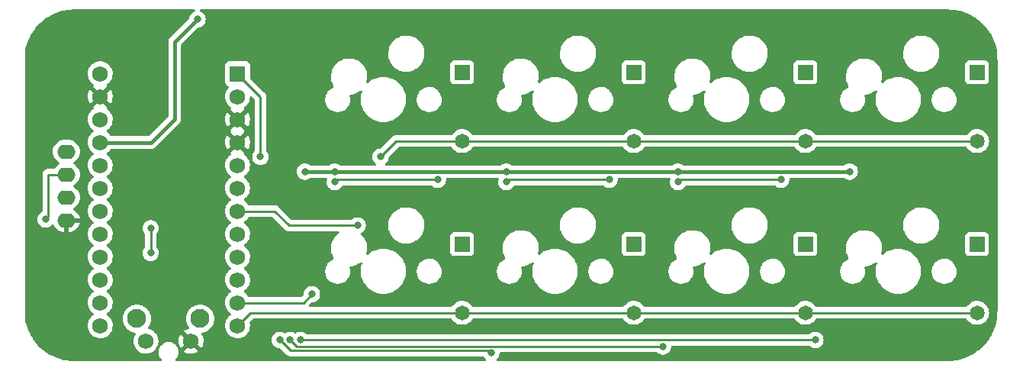
<source format=gbr>
%TF.GenerationSoftware,KiCad,Pcbnew,(6.99.0)*%
%TF.CreationDate,2021-12-30T19:51:54+01:00*%
%TF.ProjectId,TurtlePad,54757274-6c65-4506-9164-2e6b69636164,rev?*%
%TF.SameCoordinates,Original*%
%TF.FileFunction,Copper,L1,Top*%
%TF.FilePolarity,Positive*%
%FSLAX46Y46*%
G04 Gerber Fmt 4.6, Leading zero omitted, Abs format (unit mm)*
G04 Created by KiCad (PCBNEW (6.99.0)) date 2021-12-30 19:51:54*
%MOMM*%
%LPD*%
G01*
G04 APERTURE LIST*
%TA.AperFunction,ComponentPad*%
%ADD10O,2.000000X1.600000*%
%TD*%
%TA.AperFunction,ComponentPad*%
%ADD11C,1.651000*%
%TD*%
%TA.AperFunction,ComponentPad*%
%ADD12R,1.651000X1.651000*%
%TD*%
%TA.AperFunction,ComponentPad*%
%ADD13R,1.752600X1.752600*%
%TD*%
%TA.AperFunction,ComponentPad*%
%ADD14C,1.752600*%
%TD*%
%TA.AperFunction,ComponentPad*%
%ADD15C,2.100000*%
%TD*%
%TA.AperFunction,ComponentPad*%
%ADD16C,1.750000*%
%TD*%
%TA.AperFunction,ViaPad*%
%ADD17C,0.800000*%
%TD*%
%TA.AperFunction,Conductor*%
%ADD18C,0.254000*%
%TD*%
%TA.AperFunction,Conductor*%
%ADD19C,0.381000*%
%TD*%
G04 APERTURE END LIST*
D10*
%TO.P,OL1,1,GND*%
%TO.N,GND*%
X99794750Y-100743250D03*
%TO.P,OL1,2,VCC*%
%TO.N,VCC*%
X99794750Y-98203250D03*
%TO.P,OL1,3,SCL*%
%TO.N,SCL*%
X99794750Y-95663250D03*
%TO.P,OL1,4,SDA*%
%TO.N,SDA*%
X99794750Y-93123250D03*
%TD*%
D11*
%TO.P,D2,1,K*%
%TO.N,ROW0*%
X181800500Y-91948000D03*
D12*
%TO.P,D2,2,A*%
%TO.N,Net-(D2-Pad2)*%
X181800500Y-84328000D03*
%TD*%
D11*
%TO.P,D3,1,K*%
%TO.N,ROW0*%
X162750500Y-91948000D03*
D12*
%TO.P,D3,2,A*%
%TO.N,Net-(D3-Pad2)*%
X162750500Y-84328000D03*
%TD*%
D11*
%TO.P,D4,1,K*%
%TO.N,ROW0*%
X143700500Y-91948000D03*
D12*
%TO.P,D4,2,A*%
%TO.N,Net-(D4-Pad2)*%
X143700500Y-84328000D03*
%TD*%
D11*
%TO.P,D5,1,K*%
%TO.N,ROW1*%
X200850500Y-110998000D03*
D12*
%TO.P,D5,2,A*%
%TO.N,Net-(D5-Pad2)*%
X200850500Y-103378000D03*
%TD*%
D11*
%TO.P,D6,1,K*%
%TO.N,ROW1*%
X181800500Y-110998000D03*
D12*
%TO.P,D6,2,A*%
%TO.N,Net-(D6-Pad2)*%
X181800500Y-103378000D03*
%TD*%
D11*
%TO.P,D7,1,K*%
%TO.N,ROW1*%
X162750500Y-110998000D03*
D12*
%TO.P,D7,2,A*%
%TO.N,Net-(D7-Pad2)*%
X162750500Y-103378000D03*
%TD*%
D11*
%TO.P,D8,1,K*%
%TO.N,ROW1*%
X143700500Y-110998000D03*
D12*
%TO.P,D8,2,A*%
%TO.N,Net-(D8-Pad2)*%
X143700500Y-103378000D03*
%TD*%
D11*
%TO.P,D1,1,K*%
%TO.N,ROW0*%
X200850500Y-91948000D03*
D12*
%TO.P,D1,2,A*%
%TO.N,Net-(D1-Pad2)*%
X200850500Y-84328000D03*
%TD*%
D13*
%TO.P,U1,1,TX0/PD3*%
%TO.N,LED*%
X118776750Y-84486750D03*
D14*
%TO.P,U1,2,RX1/PD2*%
%TO.N,unconnected-(U1-Pad2)*%
X118776750Y-87026750D03*
%TO.P,U1,3,GND*%
%TO.N,GND*%
X118776750Y-89566750D03*
%TO.P,U1,4,GND*%
X118776750Y-92106750D03*
%TO.P,U1,5,2/PD1*%
%TO.N,SDA*%
X118776750Y-94646750D03*
%TO.P,U1,6,3/PD0*%
%TO.N,SCL*%
X118776750Y-97186750D03*
%TO.P,U1,7,4/PD4*%
%TO.N,ROW0*%
X118776750Y-99726750D03*
%TO.P,U1,8,5/PC6*%
%TO.N,COL0*%
X118776750Y-102266750D03*
%TO.P,U1,9,6/PD7*%
%TO.N,COL1*%
X118776750Y-104806750D03*
%TO.P,U1,10,7/PE6*%
%TO.N,COL2*%
X118776750Y-107346750D03*
%TO.P,U1,11,8/PB4*%
%TO.N,COL3*%
X118776750Y-109886750D03*
%TO.P,U1,12,9/PB5*%
%TO.N,ROW1*%
X118776750Y-112426750D03*
%TO.P,U1,13,10/PB6*%
%TO.N,unconnected-(U1-Pad13)*%
X103536750Y-112426750D03*
%TO.P,U1,14,16/PB2*%
%TO.N,unconnected-(U1-Pad14)*%
X103536750Y-109886750D03*
%TO.P,U1,15,14/PB3*%
%TO.N,unconnected-(U1-Pad15)*%
X103536750Y-107346750D03*
%TO.P,U1,16,15/PB1*%
%TO.N,unconnected-(U1-Pad16)*%
X103536750Y-104806750D03*
%TO.P,U1,17,A0/PF7*%
%TO.N,unconnected-(U1-Pad17)*%
X103536750Y-102266750D03*
%TO.P,U1,18,A1/PF6*%
%TO.N,unconnected-(U1-Pad18)*%
X103536750Y-99726750D03*
%TO.P,U1,19,A2/PF5*%
%TO.N,unconnected-(U1-Pad19)*%
X103536750Y-97186750D03*
%TO.P,U1,20,A3/PF4*%
%TO.N,unconnected-(U1-Pad20)*%
X103536750Y-94646750D03*
%TO.P,U1,21,VCC*%
%TO.N,VCC*%
X103536750Y-92106750D03*
%TO.P,U1,22,RST*%
%TO.N,reset*%
X103536750Y-89566750D03*
%TO.P,U1,23,GND*%
%TO.N,GND*%
X103536750Y-87026750D03*
%TO.P,U1,24,RAW*%
%TO.N,unconnected-(U1-Pad24)*%
X103536750Y-84486750D03*
%TD*%
D15*
%TO.P,SW1,*%
%TO.N,*%
X107616750Y-111651250D03*
X114626750Y-111651250D03*
D16*
%TO.P,SW1,1,1*%
%TO.N,reset*%
X108616750Y-114141250D03*
%TO.P,SW1,2,2*%
%TO.N,GND*%
X113616750Y-114141250D03*
%TD*%
D17*
%TO.N,ROW0*%
X132111750Y-101314250D03*
X134651750Y-93694250D03*
%TO.N,COL0*%
X182911750Y-114014250D03*
X125761750Y-114014250D03*
%TO.N,COL1*%
X165990000Y-114740750D03*
X124618750Y-114014250D03*
%TO.N,COL2*%
X123475750Y-114014250D03*
X146930000Y-115466500D03*
%TO.N,COL3*%
X127031750Y-108934250D03*
%TO.N,GND*%
X121340000Y-103570000D03*
X108960000Y-86630000D03*
X107640000Y-107800000D03*
X120960000Y-106100000D03*
X107090000Y-98030000D03*
%TO.N,VCC*%
X186721750Y-95345250D03*
X148621750Y-95345250D03*
X126269750Y-95345250D03*
X129571750Y-95345250D03*
X114331750Y-78454250D03*
X167671750Y-95345250D03*
%TO.N,reset*%
X109152747Y-104352747D03*
X109150000Y-101630000D03*
%TO.N,Net-(RGB1-Pad2)*%
X141001750Y-96234250D03*
X129571750Y-96488250D03*
%TO.N,LED*%
X121316750Y-93694250D03*
%TO.N,Net-(RGB2-Pad2)*%
X148621750Y-96488250D03*
X160051750Y-96234250D03*
%TO.N,Net-(RGB3-Pad2)*%
X179101750Y-96234250D03*
X167671750Y-96488250D03*
%TO.N,SCL*%
X97493500Y-100650000D03*
%TD*%
D18*
%TO.N,ROW0*%
X124491750Y-101314250D02*
X122904250Y-99726750D01*
X132111750Y-101314250D02*
X124491750Y-101314250D01*
X143700500Y-91948000D02*
X136398000Y-91948000D01*
X122904250Y-99726750D02*
X118776750Y-99726750D01*
X200850500Y-91948000D02*
X143700500Y-91948000D01*
X136398000Y-91948000D02*
X134651750Y-93694250D01*
%TO.N,ROW1*%
X120205500Y-110998000D02*
X118776750Y-112426750D01*
X200850500Y-110998000D02*
X143700500Y-110998000D01*
X143700500Y-110998000D02*
X120205500Y-110998000D01*
%TO.N,COL0*%
X182911750Y-114014250D02*
X125761750Y-114014250D01*
%TO.N,COL1*%
X125345261Y-114740761D02*
X124618750Y-114014250D01*
X126062682Y-114740761D02*
X125345261Y-114740761D01*
X165990000Y-114740750D02*
X165989250Y-114740000D01*
X126063443Y-114740000D02*
X126062682Y-114740761D01*
X165989250Y-114740000D02*
X126063443Y-114740000D01*
%TO.N,COL2*%
X126251297Y-115193520D02*
X126250536Y-115194281D01*
X124655781Y-115194281D02*
X123475750Y-114014250D01*
X146930000Y-115466500D02*
X146657020Y-115193520D01*
X126250536Y-115194281D02*
X124655781Y-115194281D01*
X146657020Y-115193520D02*
X126251297Y-115193520D01*
%TO.N,COL3*%
X126079250Y-109886750D02*
X118776750Y-109886750D01*
X127031750Y-108934250D02*
X126079250Y-109886750D01*
D19*
%TO.N,VCC*%
X103536750Y-92106750D02*
X109203250Y-92106750D01*
X167671750Y-95345250D02*
X186721750Y-95345250D01*
X111791750Y-89518250D02*
X111791750Y-80994250D01*
X109203250Y-92106750D02*
X111791750Y-89518250D01*
X129571750Y-95345250D02*
X148621750Y-95345250D01*
X126269750Y-95345250D02*
X129571750Y-95345250D01*
X148621750Y-95345250D02*
X167671750Y-95345250D01*
X111791750Y-80994250D02*
X114331750Y-78454250D01*
D18*
%TO.N,reset*%
X109150000Y-104350000D02*
X109152747Y-104352747D01*
X109150000Y-101630000D02*
X109150000Y-104350000D01*
%TO.N,Net-(RGB1-Pad2)*%
X141001750Y-96234250D02*
X129825750Y-96234250D01*
X129825750Y-96234250D02*
X129571750Y-96488250D01*
%TO.N,LED*%
X121316750Y-87026750D02*
X121316750Y-93694250D01*
X118776750Y-84486750D02*
X121316750Y-87026750D01*
%TO.N,Net-(RGB2-Pad2)*%
X148875750Y-96234250D02*
X148621750Y-96488250D01*
X160051750Y-96234250D02*
X148875750Y-96234250D01*
%TO.N,Net-(RGB3-Pad2)*%
X167925750Y-96234250D02*
X167671750Y-96488250D01*
X179101750Y-96234250D02*
X167925750Y-96234250D01*
%TO.N,SCL*%
X97770000Y-100373500D02*
X97770000Y-95663250D01*
X97493500Y-100650000D02*
X97770000Y-100373500D01*
X97770000Y-95663250D02*
X99794750Y-95663250D01*
%TD*%
%TA.AperFunction,Conductor*%
%TO.N,GND*%
G36*
X114013213Y-77388002D02*
G01*
X114059706Y-77441658D01*
X114069810Y-77511932D01*
X114040316Y-77576512D01*
X113996341Y-77609107D01*
X113881028Y-77660447D01*
X113881026Y-77660448D01*
X113874998Y-77663132D01*
X113720497Y-77775384D01*
X113592710Y-77917306D01*
X113497223Y-78082694D01*
X113438208Y-78264322D01*
X113437518Y-78270885D01*
X113437518Y-78270887D01*
X113431722Y-78326032D01*
X113404709Y-78391689D01*
X113395507Y-78401957D01*
X111317710Y-80479754D01*
X111311445Y-80485607D01*
X111274201Y-80518097D01*
X111274198Y-80518100D01*
X111268476Y-80523092D01*
X111264109Y-80529306D01*
X111232256Y-80574628D01*
X111228323Y-80579924D01*
X111194144Y-80623513D01*
X111194142Y-80623516D01*
X111189458Y-80629490D01*
X111186332Y-80636414D01*
X111184494Y-80639449D01*
X111177250Y-80652148D01*
X111175562Y-80655296D01*
X111171194Y-80661511D01*
X111168434Y-80668590D01*
X111148317Y-80720189D01*
X111145772Y-80726245D01*
X111119837Y-80783685D01*
X111118452Y-80791158D01*
X111117381Y-80794576D01*
X111113396Y-80808565D01*
X111112499Y-80812057D01*
X111109738Y-80819139D01*
X111108746Y-80826672D01*
X111108746Y-80826673D01*
X111101517Y-80881580D01*
X111100485Y-80888093D01*
X111090389Y-80942568D01*
X111089005Y-80950037D01*
X111089442Y-80957617D01*
X111089442Y-80957618D01*
X111092541Y-81011362D01*
X111092750Y-81018615D01*
X111092750Y-89176525D01*
X111072748Y-89244646D01*
X111055845Y-89265620D01*
X108950620Y-91370845D01*
X108888308Y-91404871D01*
X108861525Y-91407750D01*
X104802507Y-91407750D01*
X104734386Y-91387748D01*
X104696715Y-91350190D01*
X104640481Y-91263265D01*
X104640479Y-91263262D01*
X104637673Y-91258925D01*
X104484418Y-91090500D01*
X104305713Y-90949368D01*
X104299085Y-90945709D01*
X104298401Y-90945019D01*
X104296881Y-90944009D01*
X104297089Y-90943695D01*
X104249113Y-90895283D01*
X104234335Y-90825841D01*
X104259446Y-90759434D01*
X104286804Y-90732819D01*
X104429439Y-90631079D01*
X104429441Y-90631077D01*
X104433643Y-90628080D01*
X104594943Y-90467342D01*
X104727823Y-90282419D01*
X104730244Y-90277522D01*
X104826423Y-90082918D01*
X104826424Y-90082916D01*
X104828717Y-90078276D01*
X104894914Y-89860396D01*
X104895603Y-89855160D01*
X104924200Y-89637951D01*
X104924201Y-89637944D01*
X104924637Y-89634629D01*
X104926296Y-89566750D01*
X104918929Y-89477143D01*
X104908061Y-89344952D01*
X104908060Y-89344946D01*
X104907637Y-89339801D01*
X104873077Y-89202211D01*
X104853422Y-89123958D01*
X104853421Y-89123954D01*
X104852163Y-89118947D01*
X104840493Y-89092108D01*
X104763422Y-88914856D01*
X104763420Y-88914853D01*
X104761362Y-88910119D01*
X104637673Y-88718925D01*
X104484418Y-88550500D01*
X104305713Y-88409368D01*
X104298599Y-88405441D01*
X104297756Y-88404590D01*
X104296881Y-88404009D01*
X104297001Y-88403828D01*
X104248626Y-88355011D01*
X104233850Y-88285569D01*
X104258964Y-88219163D01*
X104286318Y-88192552D01*
X104304853Y-88179331D01*
X104313254Y-88168631D01*
X104306265Y-88155475D01*
X103549562Y-87398772D01*
X103535618Y-87391158D01*
X103533785Y-87391289D01*
X103527170Y-87395540D01*
X102764260Y-88158450D01*
X102757500Y-88170830D01*
X102762781Y-88177884D01*
X102777448Y-88186455D01*
X102826172Y-88238093D01*
X102839243Y-88307876D01*
X102812512Y-88373648D01*
X102789531Y-88396003D01*
X102618329Y-88524545D01*
X102614194Y-88527650D01*
X102610622Y-88531388D01*
X102464008Y-88684811D01*
X102456870Y-88692280D01*
X102453956Y-88696552D01*
X102453955Y-88696553D01*
X102432722Y-88727680D01*
X102328547Y-88880395D01*
X102232671Y-89086942D01*
X102231289Y-89091924D01*
X102231289Y-89091925D01*
X102223795Y-89118947D01*
X102171817Y-89306375D01*
X102147619Y-89532800D01*
X102147916Y-89537952D01*
X102147916Y-89537956D01*
X102150129Y-89576330D01*
X102160727Y-89760137D01*
X102161862Y-89765174D01*
X102161863Y-89765180D01*
X102200781Y-89937872D01*
X102210789Y-89982281D01*
X102212733Y-89987067D01*
X102212734Y-89987072D01*
X102294425Y-90188252D01*
X102296461Y-90193265D01*
X102415442Y-90387424D01*
X102564536Y-90559543D01*
X102739739Y-90704999D01*
X102744190Y-90707600D01*
X102744200Y-90707607D01*
X102777016Y-90726783D01*
X102825739Y-90778422D01*
X102838809Y-90848205D01*
X102812076Y-90913977D01*
X102789103Y-90936325D01*
X102614194Y-91067650D01*
X102456870Y-91232280D01*
X102453956Y-91236552D01*
X102453955Y-91236553D01*
X102425374Y-91278452D01*
X102328547Y-91420395D01*
X102232671Y-91626942D01*
X102231289Y-91631924D01*
X102231289Y-91631925D01*
X102222360Y-91664121D01*
X102171817Y-91846375D01*
X102147619Y-92072800D01*
X102147916Y-92077952D01*
X102147916Y-92077956D01*
X102150315Y-92119562D01*
X102160727Y-92300137D01*
X102161862Y-92305174D01*
X102161863Y-92305180D01*
X102200984Y-92478772D01*
X102210789Y-92522281D01*
X102212733Y-92527067D01*
X102212734Y-92527072D01*
X102291183Y-92720268D01*
X102296461Y-92733265D01*
X102415442Y-92927424D01*
X102564536Y-93099543D01*
X102739739Y-93244999D01*
X102744190Y-93247600D01*
X102744200Y-93247607D01*
X102777016Y-93266783D01*
X102825739Y-93318422D01*
X102838809Y-93388205D01*
X102812076Y-93453977D01*
X102789103Y-93476325D01*
X102614194Y-93607650D01*
X102610622Y-93611388D01*
X102525164Y-93700815D01*
X102456870Y-93772280D01*
X102453956Y-93776552D01*
X102453955Y-93776553D01*
X102385016Y-93877615D01*
X102328547Y-93960395D01*
X102232671Y-94166942D01*
X102171817Y-94386375D01*
X102147619Y-94612800D01*
X102147916Y-94617952D01*
X102147916Y-94617956D01*
X102150992Y-94671295D01*
X102160727Y-94840137D01*
X102161862Y-94845174D01*
X102161863Y-94845180D01*
X102205833Y-95040290D01*
X102210789Y-95062281D01*
X102212733Y-95067067D01*
X102212734Y-95067072D01*
X102285251Y-95245658D01*
X102296461Y-95273265D01*
X102415442Y-95467424D01*
X102564536Y-95639543D01*
X102739739Y-95784999D01*
X102744190Y-95787600D01*
X102744200Y-95787607D01*
X102777016Y-95806783D01*
X102825739Y-95858422D01*
X102838809Y-95928205D01*
X102812076Y-95993977D01*
X102789103Y-96016325D01*
X102614194Y-96147650D01*
X102610622Y-96151388D01*
X102469800Y-96298750D01*
X102456870Y-96312280D01*
X102453956Y-96316552D01*
X102453955Y-96316553D01*
X102385016Y-96417615D01*
X102328547Y-96500395D01*
X102232671Y-96706942D01*
X102171817Y-96926375D01*
X102147619Y-97152800D01*
X102147916Y-97157952D01*
X102147916Y-97157956D01*
X102150395Y-97200949D01*
X102160727Y-97380137D01*
X102161862Y-97385174D01*
X102161863Y-97385180D01*
X102199342Y-97551488D01*
X102210789Y-97602281D01*
X102212733Y-97607067D01*
X102212734Y-97607072D01*
X102274555Y-97759317D01*
X102296461Y-97813265D01*
X102415442Y-98007424D01*
X102564536Y-98179543D01*
X102739739Y-98324999D01*
X102744190Y-98327600D01*
X102744200Y-98327607D01*
X102777016Y-98346783D01*
X102825739Y-98398422D01*
X102838809Y-98468205D01*
X102812076Y-98533977D01*
X102789103Y-98556325D01*
X102614194Y-98687650D01*
X102456870Y-98852280D01*
X102453956Y-98856552D01*
X102453955Y-98856553D01*
X102382678Y-98961042D01*
X102328547Y-99040395D01*
X102232671Y-99246942D01*
X102231289Y-99251924D01*
X102231289Y-99251925D01*
X102212035Y-99321352D01*
X102171817Y-99466375D01*
X102147619Y-99692800D01*
X102147916Y-99697952D01*
X102147916Y-99697956D01*
X102150417Y-99741334D01*
X102160727Y-99920137D01*
X102161862Y-99925174D01*
X102161863Y-99925180D01*
X102209651Y-100137232D01*
X102210789Y-100142281D01*
X102212733Y-100147067D01*
X102212734Y-100147072D01*
X102274625Y-100299489D01*
X102296461Y-100353265D01*
X102415442Y-100547424D01*
X102564536Y-100719543D01*
X102739739Y-100864999D01*
X102744190Y-100867600D01*
X102744200Y-100867607D01*
X102777016Y-100886783D01*
X102825739Y-100938422D01*
X102838809Y-101008205D01*
X102812076Y-101073977D01*
X102789103Y-101096325D01*
X102614194Y-101227650D01*
X102610622Y-101231388D01*
X102525164Y-101320815D01*
X102456870Y-101392280D01*
X102453956Y-101396552D01*
X102453955Y-101396553D01*
X102428551Y-101433794D01*
X102328547Y-101580395D01*
X102232671Y-101786942D01*
X102231289Y-101791924D01*
X102231289Y-101791925D01*
X102205185Y-101886055D01*
X102171817Y-102006375D01*
X102147619Y-102232800D01*
X102147916Y-102237952D01*
X102147916Y-102237956D01*
X102150452Y-102281937D01*
X102160727Y-102460137D01*
X102161862Y-102465174D01*
X102161863Y-102465180D01*
X102206790Y-102664537D01*
X102210789Y-102682281D01*
X102212733Y-102687067D01*
X102212734Y-102687072D01*
X102276417Y-102843903D01*
X102296461Y-102893265D01*
X102415442Y-103087424D01*
X102564536Y-103259543D01*
X102739739Y-103404999D01*
X102744190Y-103407600D01*
X102744200Y-103407607D01*
X102777016Y-103426783D01*
X102825739Y-103478422D01*
X102838809Y-103548205D01*
X102812076Y-103613977D01*
X102789103Y-103636325D01*
X102614194Y-103767650D01*
X102610622Y-103771388D01*
X102481341Y-103906673D01*
X102456870Y-103932280D01*
X102453956Y-103936552D01*
X102453955Y-103936553D01*
X102427409Y-103975468D01*
X102328547Y-104120395D01*
X102232671Y-104326942D01*
X102171817Y-104546375D01*
X102147619Y-104772800D01*
X102147916Y-104777952D01*
X102147916Y-104777956D01*
X102152474Y-104857000D01*
X102160727Y-105000137D01*
X102161862Y-105005174D01*
X102161863Y-105005180D01*
X102209651Y-105217232D01*
X102210789Y-105222281D01*
X102212733Y-105227067D01*
X102212734Y-105227072D01*
X102294222Y-105427751D01*
X102296461Y-105433265D01*
X102375175Y-105561714D01*
X102410548Y-105619437D01*
X102415442Y-105627424D01*
X102564536Y-105799543D01*
X102739739Y-105944999D01*
X102744190Y-105947600D01*
X102744200Y-105947607D01*
X102777016Y-105966783D01*
X102825739Y-106018422D01*
X102838809Y-106088205D01*
X102812076Y-106153977D01*
X102789103Y-106176325D01*
X102614194Y-106307650D01*
X102456870Y-106472280D01*
X102453956Y-106476552D01*
X102453955Y-106476553D01*
X102394667Y-106563466D01*
X102328547Y-106660395D01*
X102232671Y-106866942D01*
X102171817Y-107086375D01*
X102147619Y-107312800D01*
X102147916Y-107317952D01*
X102147916Y-107317956D01*
X102151819Y-107385644D01*
X102160727Y-107540137D01*
X102161862Y-107545174D01*
X102161863Y-107545180D01*
X102209651Y-107757232D01*
X102210789Y-107762281D01*
X102212733Y-107767067D01*
X102212734Y-107767072D01*
X102294517Y-107968478D01*
X102296461Y-107973265D01*
X102415442Y-108167424D01*
X102564536Y-108339543D01*
X102739739Y-108484999D01*
X102744190Y-108487600D01*
X102744200Y-108487607D01*
X102777016Y-108506783D01*
X102825739Y-108558422D01*
X102838809Y-108628205D01*
X102812076Y-108693977D01*
X102789103Y-108716325D01*
X102614194Y-108847650D01*
X102610622Y-108851388D01*
X102525164Y-108940815D01*
X102456870Y-109012280D01*
X102453956Y-109016552D01*
X102453955Y-109016553D01*
X102385016Y-109117615D01*
X102328547Y-109200395D01*
X102232671Y-109406942D01*
X102171817Y-109626375D01*
X102147619Y-109852800D01*
X102147916Y-109857952D01*
X102147916Y-109857956D01*
X102152733Y-109941490D01*
X102160727Y-110080137D01*
X102161862Y-110085174D01*
X102161863Y-110085180D01*
X102201465Y-110260909D01*
X102210789Y-110302281D01*
X102212733Y-110307067D01*
X102212734Y-110307072D01*
X102294517Y-110508478D01*
X102296461Y-110513265D01*
X102415442Y-110707424D01*
X102564536Y-110879543D01*
X102739739Y-111024999D01*
X102744190Y-111027600D01*
X102744200Y-111027607D01*
X102777016Y-111046783D01*
X102825739Y-111098422D01*
X102838809Y-111168205D01*
X102812076Y-111233977D01*
X102789103Y-111256325D01*
X102614194Y-111387650D01*
X102456870Y-111552280D01*
X102453956Y-111556552D01*
X102453955Y-111556553D01*
X102401466Y-111633500D01*
X102328547Y-111740395D01*
X102232671Y-111946942D01*
X102231289Y-111951924D01*
X102231289Y-111951925D01*
X102210478Y-112026966D01*
X102171817Y-112166375D01*
X102147619Y-112392800D01*
X102147916Y-112397952D01*
X102147916Y-112397956D01*
X102152733Y-112481490D01*
X102160727Y-112620137D01*
X102161862Y-112625174D01*
X102161863Y-112625180D01*
X102199660Y-112792897D01*
X102210789Y-112842281D01*
X102212733Y-112847067D01*
X102212734Y-112847072D01*
X102292771Y-113044177D01*
X102296461Y-113053265D01*
X102415442Y-113247424D01*
X102564536Y-113419543D01*
X102739739Y-113564999D01*
X102744191Y-113567601D01*
X102744196Y-113567604D01*
X102872697Y-113642694D01*
X102936347Y-113679888D01*
X103149079Y-113761122D01*
X103154145Y-113762153D01*
X103154146Y-113762153D01*
X103206380Y-113772780D01*
X103372222Y-113806521D01*
X103500038Y-113811208D01*
X103594620Y-113814677D01*
X103594625Y-113814677D01*
X103599784Y-113814866D01*
X103604904Y-113814210D01*
X103604906Y-113814210D01*
X103677094Y-113804962D01*
X103825653Y-113785931D01*
X103830602Y-113784446D01*
X103830608Y-113784445D01*
X103956954Y-113746539D01*
X104043763Y-113720495D01*
X104248257Y-113620314D01*
X104252461Y-113617316D01*
X104252465Y-113617313D01*
X104330433Y-113561699D01*
X104433643Y-113488080D01*
X104594943Y-113327342D01*
X104642995Y-113260471D01*
X104724805Y-113146619D01*
X104727823Y-113142419D01*
X104763225Y-113070790D01*
X104826423Y-112942918D01*
X104826424Y-112942916D01*
X104828717Y-112938276D01*
X104894914Y-112720396D01*
X104905071Y-112643250D01*
X104924200Y-112497951D01*
X104924201Y-112497944D01*
X104924637Y-112494629D01*
X104926296Y-112426750D01*
X104916630Y-112309180D01*
X104908061Y-112204952D01*
X104908060Y-112204946D01*
X104907637Y-112199801D01*
X104875813Y-112073101D01*
X104853422Y-111983958D01*
X104853421Y-111983954D01*
X104852163Y-111978947D01*
X104841016Y-111953311D01*
X104763422Y-111774856D01*
X104763420Y-111774853D01*
X104761362Y-111770119D01*
X104684462Y-111651250D01*
X106053431Y-111651250D01*
X106072678Y-111895807D01*
X106073832Y-111900614D01*
X106073833Y-111900620D01*
X106086483Y-111953311D01*
X106129945Y-112134342D01*
X106131838Y-112138913D01*
X106131839Y-112138915D01*
X106157059Y-112199801D01*
X106223823Y-112360982D01*
X106351998Y-112570146D01*
X106355213Y-112573910D01*
X106355215Y-112573913D01*
X106399002Y-112625180D01*
X106511317Y-112756683D01*
X106515073Y-112759891D01*
X106647835Y-112873281D01*
X106697854Y-112916002D01*
X106702077Y-112918590D01*
X106702080Y-112918592D01*
X106734202Y-112938276D01*
X106907018Y-113044177D01*
X107051717Y-113104114D01*
X107129085Y-113136161D01*
X107129087Y-113136162D01*
X107133658Y-113138055D01*
X107370906Y-113195013D01*
X107372193Y-113195322D01*
X107372128Y-113195592D01*
X107434146Y-113224997D01*
X107471670Y-113285267D01*
X107470652Y-113356257D01*
X107454366Y-113390033D01*
X107409681Y-113455539D01*
X107407508Y-113460221D01*
X107407506Y-113460224D01*
X107332140Y-113622588D01*
X107313895Y-113661893D01*
X107286888Y-113759277D01*
X107256715Y-113868078D01*
X107253098Y-113881119D01*
X107252549Y-113886256D01*
X107239572Y-114007685D01*
X107228922Y-114107332D01*
X107229219Y-114112484D01*
X107229219Y-114112488D01*
X107231616Y-114154062D01*
X107242018Y-114334456D01*
X107243155Y-114339502D01*
X107243156Y-114339508D01*
X107253590Y-114385806D01*
X107292033Y-114556391D01*
X107377625Y-114767177D01*
X107496494Y-114961154D01*
X107645448Y-115133111D01*
X107820487Y-115278431D01*
X107824939Y-115281033D01*
X107824944Y-115281036D01*
X108011677Y-115390154D01*
X108016910Y-115393212D01*
X108229443Y-115474370D01*
X108234509Y-115475401D01*
X108234510Y-115475401D01*
X108298054Y-115488329D01*
X108452377Y-115519726D01*
X108580187Y-115524413D01*
X108674561Y-115527874D01*
X108674565Y-115527874D01*
X108679725Y-115528063D01*
X108684845Y-115527407D01*
X108684847Y-115527407D01*
X108900254Y-115499813D01*
X108900255Y-115499813D01*
X108905382Y-115499156D01*
X108910332Y-115497671D01*
X109118341Y-115435265D01*
X109118342Y-115435264D01*
X109123287Y-115433781D01*
X109327589Y-115333694D01*
X109331793Y-115330696D01*
X109331797Y-115330693D01*
X109508597Y-115204583D01*
X109508599Y-115204581D01*
X109512801Y-115201584D01*
X109673949Y-115040997D01*
X109680483Y-115031904D01*
X109803688Y-114860448D01*
X109803692Y-114860442D01*
X109806706Y-114856247D01*
X109885449Y-114696923D01*
X109905211Y-114656938D01*
X109905212Y-114656936D01*
X109907505Y-114652296D01*
X109973640Y-114434620D01*
X109975842Y-114417896D01*
X110002898Y-114212386D01*
X110002898Y-114212382D01*
X110003335Y-114209065D01*
X110003418Y-114205688D01*
X110004910Y-114144615D01*
X110004910Y-114144611D01*
X110004992Y-114141250D01*
X110002628Y-114112500D01*
X112229721Y-114112500D01*
X112242217Y-114329217D01*
X112243653Y-114339438D01*
X112291377Y-114551198D01*
X112294456Y-114561027D01*
X112376129Y-114762164D01*
X112380772Y-114771355D01*
X112465029Y-114908851D01*
X112475485Y-114918311D01*
X112484263Y-114914527D01*
X113244728Y-114154062D01*
X113252342Y-114140118D01*
X113252211Y-114138285D01*
X113247960Y-114131670D01*
X112488608Y-113372318D01*
X112477072Y-113366018D01*
X112464789Y-113375641D01*
X112413029Y-113451518D01*
X112407941Y-113460474D01*
X112316545Y-113657371D01*
X112312982Y-113667058D01*
X112254973Y-113876229D01*
X112253042Y-113886350D01*
X112229972Y-114102212D01*
X112229721Y-114112500D01*
X110002628Y-114112500D01*
X109986351Y-113914514D01*
X109930928Y-113693867D01*
X109840212Y-113485235D01*
X109748124Y-113342888D01*
X109719448Y-113298561D01*
X109719446Y-113298558D01*
X109716640Y-113294221D01*
X109563529Y-113125954D01*
X109403813Y-112999819D01*
X112840115Y-112999819D01*
X112846861Y-113012151D01*
X114745138Y-114910428D01*
X114757148Y-114916986D01*
X114768888Y-114908018D01*
X114803257Y-114860190D01*
X114808566Y-114851353D01*
X114904744Y-114656753D01*
X114908542Y-114647160D01*
X114971647Y-114439458D01*
X114973824Y-114429388D01*
X115002396Y-114212363D01*
X115002915Y-114205688D01*
X115004408Y-114144614D01*
X115004214Y-114137896D01*
X114986280Y-113919757D01*
X114984595Y-113909577D01*
X114931712Y-113699041D01*
X114928392Y-113689290D01*
X114841830Y-113490209D01*
X114836963Y-113481134D01*
X114777397Y-113389058D01*
X114757190Y-113320998D01*
X114776986Y-113252817D01*
X114830501Y-113206163D01*
X114863477Y-113196169D01*
X114866372Y-113195710D01*
X114871307Y-113195322D01*
X115109842Y-113138055D01*
X115114413Y-113136162D01*
X115114415Y-113136161D01*
X115191783Y-113104114D01*
X115336482Y-113044177D01*
X115509298Y-112938276D01*
X115541420Y-112918592D01*
X115541423Y-112918590D01*
X115545646Y-112916002D01*
X115595666Y-112873281D01*
X115728427Y-112759891D01*
X115732183Y-112756683D01*
X115844498Y-112625180D01*
X115888285Y-112573913D01*
X115888287Y-112573910D01*
X115891502Y-112570146D01*
X116000179Y-112392800D01*
X117387619Y-112392800D01*
X117387916Y-112397952D01*
X117387916Y-112397956D01*
X117392733Y-112481490D01*
X117400727Y-112620137D01*
X117401862Y-112625174D01*
X117401863Y-112625180D01*
X117439660Y-112792897D01*
X117450789Y-112842281D01*
X117452733Y-112847067D01*
X117452734Y-112847072D01*
X117532771Y-113044177D01*
X117536461Y-113053265D01*
X117655442Y-113247424D01*
X117804536Y-113419543D01*
X117979739Y-113564999D01*
X117984191Y-113567601D01*
X117984196Y-113567604D01*
X118112697Y-113642694D01*
X118176347Y-113679888D01*
X118389079Y-113761122D01*
X118394145Y-113762153D01*
X118394146Y-113762153D01*
X118446380Y-113772780D01*
X118612222Y-113806521D01*
X118740038Y-113811208D01*
X118834620Y-113814677D01*
X118834625Y-113814677D01*
X118839784Y-113814866D01*
X118844904Y-113814210D01*
X118844906Y-113814210D01*
X118917094Y-113804962D01*
X119065653Y-113785931D01*
X119070602Y-113784446D01*
X119070608Y-113784445D01*
X119196954Y-113746539D01*
X119283763Y-113720495D01*
X119488257Y-113620314D01*
X119492461Y-113617316D01*
X119492465Y-113617313D01*
X119570433Y-113561699D01*
X119673643Y-113488080D01*
X119834943Y-113327342D01*
X119882995Y-113260471D01*
X119964805Y-113146619D01*
X119967823Y-113142419D01*
X120003225Y-113070790D01*
X120066423Y-112942918D01*
X120066424Y-112942916D01*
X120068717Y-112938276D01*
X120134914Y-112720396D01*
X120145071Y-112643250D01*
X120164200Y-112497951D01*
X120164201Y-112497944D01*
X120164637Y-112494629D01*
X120166296Y-112426750D01*
X120156630Y-112309180D01*
X120148061Y-112204952D01*
X120148060Y-112204946D01*
X120147637Y-112199801D01*
X120129986Y-112129530D01*
X120115813Y-112073101D01*
X120118618Y-112002160D01*
X120148922Y-111953311D01*
X120431828Y-111670405D01*
X120494140Y-111636379D01*
X120520923Y-111633500D01*
X142451377Y-111633500D01*
X142519498Y-111653502D01*
X142554590Y-111687229D01*
X142655012Y-111830646D01*
X142674693Y-111858754D01*
X142839746Y-112023807D01*
X142844254Y-112026964D01*
X142844257Y-112026966D01*
X142910145Y-112073101D01*
X143030952Y-112157691D01*
X143035934Y-112160014D01*
X143035939Y-112160017D01*
X143237520Y-112254016D01*
X143242502Y-112256339D01*
X143247810Y-112257761D01*
X143247812Y-112257762D01*
X143462653Y-112315328D01*
X143462655Y-112315328D01*
X143467968Y-112316752D01*
X143700500Y-112337096D01*
X143933032Y-112316752D01*
X143938345Y-112315328D01*
X143938347Y-112315328D01*
X144153188Y-112257762D01*
X144153190Y-112257761D01*
X144158498Y-112256339D01*
X144163480Y-112254016D01*
X144365061Y-112160017D01*
X144365066Y-112160014D01*
X144370048Y-112157691D01*
X144490855Y-112073101D01*
X144556743Y-112026966D01*
X144556746Y-112026964D01*
X144561254Y-112023807D01*
X144726307Y-111858754D01*
X144745989Y-111830646D01*
X144846410Y-111687229D01*
X144901867Y-111642901D01*
X144949623Y-111633500D01*
X161501377Y-111633500D01*
X161569498Y-111653502D01*
X161604590Y-111687229D01*
X161705012Y-111830646D01*
X161724693Y-111858754D01*
X161889746Y-112023807D01*
X161894254Y-112026964D01*
X161894257Y-112026966D01*
X161960145Y-112073101D01*
X162080952Y-112157691D01*
X162085934Y-112160014D01*
X162085939Y-112160017D01*
X162287520Y-112254016D01*
X162292502Y-112256339D01*
X162297810Y-112257761D01*
X162297812Y-112257762D01*
X162512653Y-112315328D01*
X162512655Y-112315328D01*
X162517968Y-112316752D01*
X162750500Y-112337096D01*
X162983032Y-112316752D01*
X162988345Y-112315328D01*
X162988347Y-112315328D01*
X163203188Y-112257762D01*
X163203190Y-112257761D01*
X163208498Y-112256339D01*
X163213480Y-112254016D01*
X163415061Y-112160017D01*
X163415066Y-112160014D01*
X163420048Y-112157691D01*
X163540855Y-112073101D01*
X163606743Y-112026966D01*
X163606746Y-112026964D01*
X163611254Y-112023807D01*
X163776307Y-111858754D01*
X163795989Y-111830646D01*
X163896410Y-111687229D01*
X163951867Y-111642901D01*
X163999623Y-111633500D01*
X180551377Y-111633500D01*
X180619498Y-111653502D01*
X180654590Y-111687229D01*
X180755012Y-111830646D01*
X180774693Y-111858754D01*
X180939746Y-112023807D01*
X180944254Y-112026964D01*
X180944257Y-112026966D01*
X181010145Y-112073101D01*
X181130952Y-112157691D01*
X181135934Y-112160014D01*
X181135939Y-112160017D01*
X181337520Y-112254016D01*
X181342502Y-112256339D01*
X181347810Y-112257761D01*
X181347812Y-112257762D01*
X181562653Y-112315328D01*
X181562655Y-112315328D01*
X181567968Y-112316752D01*
X181800500Y-112337096D01*
X182033032Y-112316752D01*
X182038345Y-112315328D01*
X182038347Y-112315328D01*
X182253188Y-112257762D01*
X182253190Y-112257761D01*
X182258498Y-112256339D01*
X182263480Y-112254016D01*
X182465061Y-112160017D01*
X182465066Y-112160014D01*
X182470048Y-112157691D01*
X182590855Y-112073101D01*
X182656743Y-112026966D01*
X182656746Y-112026964D01*
X182661254Y-112023807D01*
X182826307Y-111858754D01*
X182845989Y-111830646D01*
X182946410Y-111687229D01*
X183001867Y-111642901D01*
X183049623Y-111633500D01*
X199601377Y-111633500D01*
X199669498Y-111653502D01*
X199704590Y-111687229D01*
X199805012Y-111830646D01*
X199824693Y-111858754D01*
X199989746Y-112023807D01*
X199994254Y-112026964D01*
X199994257Y-112026966D01*
X200060145Y-112073101D01*
X200180952Y-112157691D01*
X200185934Y-112160014D01*
X200185939Y-112160017D01*
X200387520Y-112254016D01*
X200392502Y-112256339D01*
X200397810Y-112257761D01*
X200397812Y-112257762D01*
X200612653Y-112315328D01*
X200612655Y-112315328D01*
X200617968Y-112316752D01*
X200850500Y-112337096D01*
X201083032Y-112316752D01*
X201088345Y-112315328D01*
X201088347Y-112315328D01*
X201303188Y-112257762D01*
X201303190Y-112257761D01*
X201308498Y-112256339D01*
X201313480Y-112254016D01*
X201515061Y-112160017D01*
X201515066Y-112160014D01*
X201520048Y-112157691D01*
X201640855Y-112073101D01*
X201706743Y-112026966D01*
X201706746Y-112026964D01*
X201711254Y-112023807D01*
X201876307Y-111858754D01*
X201895989Y-111830646D01*
X202007034Y-111672057D01*
X202007035Y-111672055D01*
X202010191Y-111667548D01*
X202012514Y-111662566D01*
X202012517Y-111662561D01*
X202106516Y-111460980D01*
X202106517Y-111460978D01*
X202108839Y-111455998D01*
X202138130Y-111346684D01*
X202167828Y-111235847D01*
X202167828Y-111235845D01*
X202169252Y-111230532D01*
X202189596Y-110998000D01*
X202169252Y-110765468D01*
X202126689Y-110606619D01*
X202110262Y-110545312D01*
X202110261Y-110545310D01*
X202108839Y-110540002D01*
X202094139Y-110508478D01*
X202012517Y-110333439D01*
X202012514Y-110333434D01*
X202010191Y-110328452D01*
X202007034Y-110323943D01*
X201879466Y-110141757D01*
X201879464Y-110141754D01*
X201876307Y-110137246D01*
X201711254Y-109972193D01*
X201706746Y-109969036D01*
X201706743Y-109969034D01*
X201524557Y-109841466D01*
X201524555Y-109841465D01*
X201520048Y-109838309D01*
X201515066Y-109835986D01*
X201515061Y-109835983D01*
X201313480Y-109741984D01*
X201313478Y-109741983D01*
X201308498Y-109739661D01*
X201303190Y-109738239D01*
X201303188Y-109738238D01*
X201088347Y-109680672D01*
X201088345Y-109680672D01*
X201083032Y-109679248D01*
X200850500Y-109658904D01*
X200617968Y-109679248D01*
X200612655Y-109680672D01*
X200612653Y-109680672D01*
X200397812Y-109738238D01*
X200397810Y-109738239D01*
X200392502Y-109739661D01*
X200387522Y-109741983D01*
X200387520Y-109741984D01*
X200185939Y-109835983D01*
X200185934Y-109835986D01*
X200180952Y-109838309D01*
X200176445Y-109841465D01*
X200176443Y-109841466D01*
X199994257Y-109969034D01*
X199994254Y-109969036D01*
X199989746Y-109972193D01*
X199824693Y-110137246D01*
X199821536Y-110141754D01*
X199821534Y-110141757D01*
X199805648Y-110164445D01*
X199705780Y-110307072D01*
X199704590Y-110308771D01*
X199649133Y-110353099D01*
X199601377Y-110362500D01*
X183049623Y-110362500D01*
X182981502Y-110342498D01*
X182946410Y-110308771D01*
X182945221Y-110307072D01*
X182845352Y-110164445D01*
X182829466Y-110141757D01*
X182829464Y-110141754D01*
X182826307Y-110137246D01*
X182661254Y-109972193D01*
X182656746Y-109969036D01*
X182656743Y-109969034D01*
X182474557Y-109841466D01*
X182474555Y-109841465D01*
X182470048Y-109838309D01*
X182465066Y-109835986D01*
X182465061Y-109835983D01*
X182263480Y-109741984D01*
X182263478Y-109741983D01*
X182258498Y-109739661D01*
X182253190Y-109738239D01*
X182253188Y-109738238D01*
X182038347Y-109680672D01*
X182038345Y-109680672D01*
X182033032Y-109679248D01*
X181800500Y-109658904D01*
X181567968Y-109679248D01*
X181562655Y-109680672D01*
X181562653Y-109680672D01*
X181347812Y-109738238D01*
X181347810Y-109738239D01*
X181342502Y-109739661D01*
X181337522Y-109741983D01*
X181337520Y-109741984D01*
X181135939Y-109835983D01*
X181135934Y-109835986D01*
X181130952Y-109838309D01*
X181126445Y-109841465D01*
X181126443Y-109841466D01*
X180944257Y-109969034D01*
X180944254Y-109969036D01*
X180939746Y-109972193D01*
X180774693Y-110137246D01*
X180771536Y-110141754D01*
X180771534Y-110141757D01*
X180755648Y-110164445D01*
X180655780Y-110307072D01*
X180654590Y-110308771D01*
X180599133Y-110353099D01*
X180551377Y-110362500D01*
X163999623Y-110362500D01*
X163931502Y-110342498D01*
X163896410Y-110308771D01*
X163895221Y-110307072D01*
X163795352Y-110164445D01*
X163779466Y-110141757D01*
X163779464Y-110141754D01*
X163776307Y-110137246D01*
X163611254Y-109972193D01*
X163606746Y-109969036D01*
X163606743Y-109969034D01*
X163424557Y-109841466D01*
X163424555Y-109841465D01*
X163420048Y-109838309D01*
X163415066Y-109835986D01*
X163415061Y-109835983D01*
X163213480Y-109741984D01*
X163213478Y-109741983D01*
X163208498Y-109739661D01*
X163203190Y-109738239D01*
X163203188Y-109738238D01*
X162988347Y-109680672D01*
X162988345Y-109680672D01*
X162983032Y-109679248D01*
X162750500Y-109658904D01*
X162517968Y-109679248D01*
X162512655Y-109680672D01*
X162512653Y-109680672D01*
X162297812Y-109738238D01*
X162297810Y-109738239D01*
X162292502Y-109739661D01*
X162287522Y-109741983D01*
X162287520Y-109741984D01*
X162085939Y-109835983D01*
X162085934Y-109835986D01*
X162080952Y-109838309D01*
X162076445Y-109841465D01*
X162076443Y-109841466D01*
X161894257Y-109969034D01*
X161894254Y-109969036D01*
X161889746Y-109972193D01*
X161724693Y-110137246D01*
X161721536Y-110141754D01*
X161721534Y-110141757D01*
X161705648Y-110164445D01*
X161605780Y-110307072D01*
X161604590Y-110308771D01*
X161549133Y-110353099D01*
X161501377Y-110362500D01*
X144949623Y-110362500D01*
X144881502Y-110342498D01*
X144846410Y-110308771D01*
X144845221Y-110307072D01*
X144745352Y-110164445D01*
X144729466Y-110141757D01*
X144729464Y-110141754D01*
X144726307Y-110137246D01*
X144561254Y-109972193D01*
X144556746Y-109969036D01*
X144556743Y-109969034D01*
X144374557Y-109841466D01*
X144374555Y-109841465D01*
X144370048Y-109838309D01*
X144365066Y-109835986D01*
X144365061Y-109835983D01*
X144163480Y-109741984D01*
X144163478Y-109741983D01*
X144158498Y-109739661D01*
X144153190Y-109738239D01*
X144153188Y-109738238D01*
X143938347Y-109680672D01*
X143938345Y-109680672D01*
X143933032Y-109679248D01*
X143700500Y-109658904D01*
X143467968Y-109679248D01*
X143462655Y-109680672D01*
X143462653Y-109680672D01*
X143247812Y-109738238D01*
X143247810Y-109738239D01*
X143242502Y-109739661D01*
X143237522Y-109741983D01*
X143237520Y-109741984D01*
X143035939Y-109835983D01*
X143035934Y-109835986D01*
X143030952Y-109838309D01*
X143026445Y-109841465D01*
X143026443Y-109841466D01*
X142844257Y-109969034D01*
X142844254Y-109969036D01*
X142839746Y-109972193D01*
X142674693Y-110137246D01*
X142671536Y-110141754D01*
X142671534Y-110141757D01*
X142655648Y-110164445D01*
X142555780Y-110307072D01*
X142554590Y-110308771D01*
X142499133Y-110353099D01*
X142451377Y-110362500D01*
X126806422Y-110362500D01*
X126738301Y-110342498D01*
X126691808Y-110288842D01*
X126681704Y-110218568D01*
X126711198Y-110153988D01*
X126717327Y-110147405D01*
X126985077Y-109879655D01*
X127047389Y-109845629D01*
X127074172Y-109842750D01*
X127127237Y-109842750D01*
X127133689Y-109841378D01*
X127133694Y-109841378D01*
X127220638Y-109822897D01*
X127314038Y-109803044D01*
X127451182Y-109741984D01*
X127482472Y-109728053D01*
X127482474Y-109728052D01*
X127488502Y-109725368D01*
X127643003Y-109613116D01*
X127770790Y-109471194D01*
X127866277Y-109305806D01*
X127925292Y-109124178D01*
X127945254Y-108934250D01*
X127936152Y-108847650D01*
X127925982Y-108750885D01*
X127925982Y-108750883D01*
X127925292Y-108744322D01*
X127866277Y-108562694D01*
X127770790Y-108397306D01*
X127643003Y-108255384D01*
X127488502Y-108143132D01*
X127482474Y-108140448D01*
X127482472Y-108140447D01*
X127320069Y-108068141D01*
X127320068Y-108068141D01*
X127314038Y-108065456D01*
X127220637Y-108045603D01*
X127133694Y-108027122D01*
X127133689Y-108027122D01*
X127127237Y-108025750D01*
X126936263Y-108025750D01*
X126929811Y-108027122D01*
X126929806Y-108027122D01*
X126842863Y-108045603D01*
X126749462Y-108065456D01*
X126743432Y-108068141D01*
X126743431Y-108068141D01*
X126581028Y-108140447D01*
X126581026Y-108140448D01*
X126574998Y-108143132D01*
X126420497Y-108255384D01*
X126292710Y-108397306D01*
X126197223Y-108562694D01*
X126138208Y-108744322D01*
X126137518Y-108750883D01*
X126137518Y-108750885D01*
X126121175Y-108906382D01*
X126094162Y-108972039D01*
X126084960Y-108982307D01*
X125852922Y-109214345D01*
X125790610Y-109248371D01*
X125763827Y-109251250D01*
X120083587Y-109251250D01*
X120015466Y-109231248D01*
X119977795Y-109193690D01*
X119880481Y-109043265D01*
X119880479Y-109043262D01*
X119877673Y-109038925D01*
X119724418Y-108870500D01*
X119545713Y-108729368D01*
X119539085Y-108725709D01*
X119538401Y-108725019D01*
X119536881Y-108724009D01*
X119537089Y-108723695D01*
X119489113Y-108675283D01*
X119474335Y-108605841D01*
X119499446Y-108539434D01*
X119526804Y-108512819D01*
X119669439Y-108411079D01*
X119669441Y-108411077D01*
X119673643Y-108408080D01*
X119834943Y-108247342D01*
X119855208Y-108219141D01*
X119964805Y-108066619D01*
X119967823Y-108062419D01*
X120068717Y-107858276D01*
X120134914Y-107640396D01*
X120147975Y-107541192D01*
X120164200Y-107417951D01*
X120164201Y-107417944D01*
X120164637Y-107414629D01*
X120165247Y-107389682D01*
X120166214Y-107350115D01*
X120166214Y-107350110D01*
X120166296Y-107346750D01*
X120148141Y-107125929D01*
X120148061Y-107124952D01*
X120148060Y-107124946D01*
X120147637Y-107119801D01*
X120119218Y-107006658D01*
X120093422Y-106903958D01*
X120093421Y-106903954D01*
X120092163Y-106898947D01*
X120090104Y-106894211D01*
X120003422Y-106694856D01*
X120003420Y-106694853D01*
X120001362Y-106690119D01*
X119877673Y-106498925D01*
X119724418Y-106330500D01*
X119545713Y-106189368D01*
X119539085Y-106185709D01*
X119538401Y-106185019D01*
X119536881Y-106184009D01*
X119537089Y-106183695D01*
X119489113Y-106135283D01*
X119474335Y-106065841D01*
X119499446Y-105999434D01*
X119526804Y-105972819D01*
X119669439Y-105871079D01*
X119669441Y-105871077D01*
X119673643Y-105868080D01*
X119834943Y-105707342D01*
X119846315Y-105691517D01*
X119964805Y-105526619D01*
X119967823Y-105522419D01*
X120068717Y-105318276D01*
X120134914Y-105100396D01*
X120137173Y-105083241D01*
X120164200Y-104877951D01*
X120164201Y-104877944D01*
X120164637Y-104874629D01*
X120166296Y-104806750D01*
X120150321Y-104612443D01*
X120148061Y-104584952D01*
X120148060Y-104584946D01*
X120147637Y-104579801D01*
X120092163Y-104358947D01*
X120084506Y-104341337D01*
X120003422Y-104154856D01*
X120003420Y-104154853D01*
X120001362Y-104150119D01*
X119921209Y-104026222D01*
X119880481Y-103963265D01*
X119880479Y-103963262D01*
X119877673Y-103958925D01*
X119724418Y-103790500D01*
X119545713Y-103649368D01*
X119539085Y-103645709D01*
X119538401Y-103645019D01*
X119536881Y-103644009D01*
X119537089Y-103643695D01*
X119489113Y-103595283D01*
X119474335Y-103525841D01*
X119499446Y-103459434D01*
X119526804Y-103432819D01*
X119669439Y-103331079D01*
X119669441Y-103331077D01*
X119673643Y-103328080D01*
X119834943Y-103167342D01*
X119846315Y-103151517D01*
X119964805Y-102986619D01*
X119967823Y-102982419D01*
X119971139Y-102975711D01*
X120066423Y-102782918D01*
X120066424Y-102782916D01*
X120068717Y-102778276D01*
X120134914Y-102560396D01*
X120147450Y-102465180D01*
X120164200Y-102337951D01*
X120164201Y-102337944D01*
X120164637Y-102334629D01*
X120165342Y-102305795D01*
X120166214Y-102270115D01*
X120166214Y-102270110D01*
X120166296Y-102266750D01*
X120157620Y-102161226D01*
X120148061Y-102044952D01*
X120148060Y-102044946D01*
X120147637Y-102039801D01*
X120108307Y-101883219D01*
X120093422Y-101823958D01*
X120093421Y-101823954D01*
X120092163Y-101818947D01*
X120083067Y-101798027D01*
X120003422Y-101614856D01*
X120003420Y-101614853D01*
X120001362Y-101610119D01*
X119921209Y-101486222D01*
X119880481Y-101423265D01*
X119880479Y-101423262D01*
X119877673Y-101418925D01*
X119724418Y-101250500D01*
X119545713Y-101109368D01*
X119539085Y-101105709D01*
X119538401Y-101105019D01*
X119536881Y-101104009D01*
X119537089Y-101103695D01*
X119489113Y-101055283D01*
X119474335Y-100985841D01*
X119499446Y-100919434D01*
X119526804Y-100892819D01*
X119669439Y-100791079D01*
X119669441Y-100791077D01*
X119673643Y-100788080D01*
X119834943Y-100627342D01*
X119911755Y-100520447D01*
X119964805Y-100446619D01*
X119967823Y-100442419D01*
X119972763Y-100432424D01*
X120020874Y-100380218D01*
X120085720Y-100362250D01*
X122588828Y-100362250D01*
X122656949Y-100382252D01*
X122677923Y-100399155D01*
X123986500Y-101707733D01*
X123994076Y-101716059D01*
X123998197Y-101722553D01*
X124029791Y-101752222D01*
X124048015Y-101769335D01*
X124050857Y-101772090D01*
X124070656Y-101791889D01*
X124073781Y-101794313D01*
X124073790Y-101794321D01*
X124073876Y-101794387D01*
X124082901Y-101802095D01*
X124115244Y-101832467D01*
X124122188Y-101836285D01*
X124122190Y-101836286D01*
X124133079Y-101842272D01*
X124149597Y-101853123D01*
X124165683Y-101865600D01*
X124206416Y-101883226D01*
X124217064Y-101888443D01*
X124255947Y-101909819D01*
X124263622Y-101911790D01*
X124263628Y-101911792D01*
X124275661Y-101914881D01*
X124294363Y-101921284D01*
X124313042Y-101929367D01*
X124346878Y-101934726D01*
X124356877Y-101936310D01*
X124368490Y-101938715D01*
X124411468Y-101949750D01*
X124431815Y-101949750D01*
X124451527Y-101951301D01*
X124471629Y-101954485D01*
X124479521Y-101953739D01*
X124515806Y-101950309D01*
X124527664Y-101949750D01*
X129975717Y-101949750D01*
X130043838Y-101969752D01*
X130090331Y-102023408D01*
X130100435Y-102093682D01*
X130070941Y-102158262D01*
X130049780Y-102177685D01*
X130002317Y-102212168D01*
X129873450Y-102305795D01*
X129865058Y-102311892D01*
X129861894Y-102314948D01*
X129861891Y-102314950D01*
X129845993Y-102330303D01*
X129662998Y-102507019D01*
X129490062Y-102728368D01*
X129487866Y-102732172D01*
X129487861Y-102732179D01*
X129414528Y-102859197D01*
X129349614Y-102971631D01*
X129244388Y-103232074D01*
X129243323Y-103236347D01*
X129243322Y-103236349D01*
X129187701Y-103459434D01*
X129176433Y-103504626D01*
X129175974Y-103508994D01*
X129175973Y-103508999D01*
X129148396Y-103771388D01*
X129147072Y-103783983D01*
X129147225Y-103788371D01*
X129147225Y-103788377D01*
X129153959Y-103981191D01*
X129156875Y-104064708D01*
X129157637Y-104069031D01*
X129157638Y-104069038D01*
X129181414Y-104203874D01*
X129205652Y-104341337D01*
X129292453Y-104608485D01*
X129294381Y-104612438D01*
X129294383Y-104612443D01*
X129338293Y-104702471D01*
X129415590Y-104860952D01*
X129427056Y-104877951D01*
X129450584Y-104912833D01*
X129472094Y-104980493D01*
X129453610Y-105049041D01*
X129397877Y-105098173D01*
X129322834Y-105131977D01*
X129218833Y-105178826D01*
X129218830Y-105178827D01*
X129213972Y-105181016D01*
X129019209Y-105312138D01*
X129015352Y-105315817D01*
X129015350Y-105315819D01*
X129007601Y-105323211D01*
X128849323Y-105474201D01*
X128709172Y-105662571D01*
X128706756Y-105667322D01*
X128706754Y-105667326D01*
X128605181Y-105867106D01*
X128602763Y-105871862D01*
X128533139Y-106096090D01*
X128532438Y-106101379D01*
X128504603Y-106311388D01*
X128502289Y-106328843D01*
X128502489Y-106334172D01*
X128502489Y-106334173D01*
X128505670Y-106418888D01*
X128511098Y-106563466D01*
X128512193Y-106568684D01*
X128538667Y-106694856D01*
X128559312Y-106793251D01*
X128645552Y-107011627D01*
X128648321Y-107016190D01*
X128694028Y-107091512D01*
X128767354Y-107212350D01*
X128921235Y-107389682D01*
X128925367Y-107393070D01*
X129098666Y-107535167D01*
X129098672Y-107535171D01*
X129102794Y-107538551D01*
X129107430Y-107541190D01*
X129107433Y-107541192D01*
X129114439Y-107545180D01*
X129306840Y-107654701D01*
X129527539Y-107734811D01*
X129532788Y-107735760D01*
X129532791Y-107735761D01*
X129613865Y-107750421D01*
X129758580Y-107776590D01*
X129762719Y-107776785D01*
X129762726Y-107776786D01*
X129781690Y-107777680D01*
X129781699Y-107777680D01*
X129783179Y-107777750D01*
X129948200Y-107777750D01*
X130029549Y-107770847D01*
X130117887Y-107763352D01*
X130117891Y-107763351D01*
X130123198Y-107762901D01*
X130128353Y-107761563D01*
X130128359Y-107761562D01*
X130345285Y-107705259D01*
X130345284Y-107705259D01*
X130350456Y-107703917D01*
X130355322Y-107701725D01*
X130355325Y-107701724D01*
X130559667Y-107609674D01*
X130559670Y-107609673D01*
X130564528Y-107607484D01*
X130759291Y-107476362D01*
X130929177Y-107314299D01*
X131069328Y-107125929D01*
X131074992Y-107114790D01*
X131173319Y-106921394D01*
X131173319Y-106921393D01*
X131175737Y-106916638D01*
X131245361Y-106692410D01*
X131262452Y-106563466D01*
X131275511Y-106464940D01*
X131275511Y-106464937D01*
X131276211Y-106459657D01*
X131267402Y-106225034D01*
X131248570Y-106135283D01*
X131221623Y-106006852D01*
X131227210Y-105936076D01*
X131270175Y-105879555D01*
X131336148Y-105855285D01*
X131369605Y-105852946D01*
X131435078Y-105848368D01*
X131435084Y-105848367D01*
X131439462Y-105848061D01*
X131714220Y-105789659D01*
X131718349Y-105788156D01*
X131718353Y-105788155D01*
X131974031Y-105695096D01*
X131974035Y-105695094D01*
X131978176Y-105693587D01*
X132226192Y-105561714D01*
X132274497Y-105526619D01*
X132410577Y-105427751D01*
X132477445Y-105403892D01*
X132546597Y-105419973D01*
X132596077Y-105470887D01*
X132610176Y-105540470D01*
X132601790Y-105576070D01*
X132584620Y-105619437D01*
X132506314Y-105924420D01*
X132466850Y-106236812D01*
X132466850Y-106551688D01*
X132506314Y-106864080D01*
X132584620Y-107169063D01*
X132700534Y-107461827D01*
X132702436Y-107465286D01*
X132702437Y-107465289D01*
X132834362Y-107705259D01*
X132852226Y-107737754D01*
X133037305Y-107992494D01*
X133252852Y-108222028D01*
X133495468Y-108422737D01*
X133761326Y-108591456D01*
X133764905Y-108593140D01*
X133764912Y-108593144D01*
X134042644Y-108723834D01*
X134042648Y-108723836D01*
X134046234Y-108725523D01*
X134050006Y-108726749D01*
X134050007Y-108726749D01*
X134104091Y-108744322D01*
X134345698Y-108822825D01*
X134654996Y-108881827D01*
X134748550Y-108887713D01*
X134888608Y-108896525D01*
X134888624Y-108896526D01*
X134890603Y-108896650D01*
X135047897Y-108896650D01*
X135049876Y-108896526D01*
X135049892Y-108896525D01*
X135189950Y-108887713D01*
X135283504Y-108881827D01*
X135592802Y-108822825D01*
X135834409Y-108744322D01*
X135888493Y-108726749D01*
X135888494Y-108726749D01*
X135892266Y-108725523D01*
X135895852Y-108723836D01*
X135895856Y-108723834D01*
X136173588Y-108593144D01*
X136173595Y-108593140D01*
X136177174Y-108591456D01*
X136443032Y-108422737D01*
X136685648Y-108222028D01*
X136901195Y-107992494D01*
X137086274Y-107737754D01*
X137104139Y-107705259D01*
X137236063Y-107465289D01*
X137236064Y-107465286D01*
X137237966Y-107461827D01*
X137353880Y-107169063D01*
X137432186Y-106864080D01*
X137471650Y-106551688D01*
X137471650Y-106328843D01*
X138662289Y-106328843D01*
X138662489Y-106334172D01*
X138662489Y-106334173D01*
X138665670Y-106418888D01*
X138671098Y-106563466D01*
X138672193Y-106568684D01*
X138698667Y-106694856D01*
X138719312Y-106793251D01*
X138805552Y-107011627D01*
X138808321Y-107016190D01*
X138854028Y-107091512D01*
X138927354Y-107212350D01*
X139081235Y-107389682D01*
X139085367Y-107393070D01*
X139258666Y-107535167D01*
X139258672Y-107535171D01*
X139262794Y-107538551D01*
X139267430Y-107541190D01*
X139267433Y-107541192D01*
X139274439Y-107545180D01*
X139466840Y-107654701D01*
X139687539Y-107734811D01*
X139692788Y-107735760D01*
X139692791Y-107735761D01*
X139773865Y-107750421D01*
X139918580Y-107776590D01*
X139922719Y-107776785D01*
X139922726Y-107776786D01*
X139941690Y-107777680D01*
X139941699Y-107777680D01*
X139943179Y-107777750D01*
X140108200Y-107777750D01*
X140189549Y-107770847D01*
X140277887Y-107763352D01*
X140277891Y-107763351D01*
X140283198Y-107762901D01*
X140288353Y-107761563D01*
X140288359Y-107761562D01*
X140505285Y-107705259D01*
X140505284Y-107705259D01*
X140510456Y-107703917D01*
X140515322Y-107701725D01*
X140515325Y-107701724D01*
X140719667Y-107609674D01*
X140719670Y-107609673D01*
X140724528Y-107607484D01*
X140919291Y-107476362D01*
X141089177Y-107314299D01*
X141229328Y-107125929D01*
X141234992Y-107114790D01*
X141333319Y-106921394D01*
X141333319Y-106921393D01*
X141335737Y-106916638D01*
X141405361Y-106692410D01*
X141422452Y-106563466D01*
X141435511Y-106464940D01*
X141435511Y-106464937D01*
X141436211Y-106459657D01*
X141431300Y-106328843D01*
X147552289Y-106328843D01*
X147552489Y-106334172D01*
X147552489Y-106334173D01*
X147555670Y-106418888D01*
X147561098Y-106563466D01*
X147562193Y-106568684D01*
X147588667Y-106694856D01*
X147609312Y-106793251D01*
X147695552Y-107011627D01*
X147698321Y-107016190D01*
X147744028Y-107091512D01*
X147817354Y-107212350D01*
X147971235Y-107389682D01*
X147975367Y-107393070D01*
X148148666Y-107535167D01*
X148148672Y-107535171D01*
X148152794Y-107538551D01*
X148157430Y-107541190D01*
X148157433Y-107541192D01*
X148164439Y-107545180D01*
X148356840Y-107654701D01*
X148577539Y-107734811D01*
X148582788Y-107735760D01*
X148582791Y-107735761D01*
X148663865Y-107750421D01*
X148808580Y-107776590D01*
X148812719Y-107776785D01*
X148812726Y-107776786D01*
X148831690Y-107777680D01*
X148831699Y-107777680D01*
X148833179Y-107777750D01*
X148998200Y-107777750D01*
X149079549Y-107770847D01*
X149167887Y-107763352D01*
X149167891Y-107763351D01*
X149173198Y-107762901D01*
X149178353Y-107761563D01*
X149178359Y-107761562D01*
X149395285Y-107705259D01*
X149395284Y-107705259D01*
X149400456Y-107703917D01*
X149405322Y-107701725D01*
X149405325Y-107701724D01*
X149609667Y-107609674D01*
X149609670Y-107609673D01*
X149614528Y-107607484D01*
X149809291Y-107476362D01*
X149979177Y-107314299D01*
X150119328Y-107125929D01*
X150124992Y-107114790D01*
X150223319Y-106921394D01*
X150223319Y-106921393D01*
X150225737Y-106916638D01*
X150295361Y-106692410D01*
X150312452Y-106563466D01*
X150325511Y-106464940D01*
X150325511Y-106464937D01*
X150326211Y-106459657D01*
X150317402Y-106225034D01*
X150298570Y-106135283D01*
X150271623Y-106006852D01*
X150277210Y-105936076D01*
X150320175Y-105879555D01*
X150386148Y-105855285D01*
X150419605Y-105852946D01*
X150485078Y-105848368D01*
X150485084Y-105848367D01*
X150489462Y-105848061D01*
X150764220Y-105789659D01*
X150768349Y-105788156D01*
X150768353Y-105788155D01*
X151024031Y-105695096D01*
X151024035Y-105695094D01*
X151028176Y-105693587D01*
X151276192Y-105561714D01*
X151324497Y-105526619D01*
X151460577Y-105427751D01*
X151527445Y-105403892D01*
X151596597Y-105419973D01*
X151646077Y-105470887D01*
X151660176Y-105540470D01*
X151651790Y-105576070D01*
X151634620Y-105619437D01*
X151556314Y-105924420D01*
X151516850Y-106236812D01*
X151516850Y-106551688D01*
X151556314Y-106864080D01*
X151634620Y-107169063D01*
X151750534Y-107461827D01*
X151752436Y-107465286D01*
X151752437Y-107465289D01*
X151884362Y-107705259D01*
X151902226Y-107737754D01*
X152087305Y-107992494D01*
X152302852Y-108222028D01*
X152545468Y-108422737D01*
X152811326Y-108591456D01*
X152814905Y-108593140D01*
X152814912Y-108593144D01*
X153092644Y-108723834D01*
X153092648Y-108723836D01*
X153096234Y-108725523D01*
X153100006Y-108726749D01*
X153100007Y-108726749D01*
X153154091Y-108744322D01*
X153395698Y-108822825D01*
X153704996Y-108881827D01*
X153798550Y-108887713D01*
X153938608Y-108896525D01*
X153938624Y-108896526D01*
X153940603Y-108896650D01*
X154097897Y-108896650D01*
X154099876Y-108896526D01*
X154099892Y-108896525D01*
X154239950Y-108887713D01*
X154333504Y-108881827D01*
X154642802Y-108822825D01*
X154884409Y-108744322D01*
X154938493Y-108726749D01*
X154938494Y-108726749D01*
X154942266Y-108725523D01*
X154945852Y-108723836D01*
X154945856Y-108723834D01*
X155223588Y-108593144D01*
X155223595Y-108593140D01*
X155227174Y-108591456D01*
X155493032Y-108422737D01*
X155735648Y-108222028D01*
X155951195Y-107992494D01*
X156136274Y-107737754D01*
X156154139Y-107705259D01*
X156286063Y-107465289D01*
X156286064Y-107465286D01*
X156287966Y-107461827D01*
X156403880Y-107169063D01*
X156482186Y-106864080D01*
X156521650Y-106551688D01*
X156521650Y-106328843D01*
X157712289Y-106328843D01*
X157712489Y-106334172D01*
X157712489Y-106334173D01*
X157715670Y-106418888D01*
X157721098Y-106563466D01*
X157722193Y-106568684D01*
X157748667Y-106694856D01*
X157769312Y-106793251D01*
X157855552Y-107011627D01*
X157858321Y-107016190D01*
X157904028Y-107091512D01*
X157977354Y-107212350D01*
X158131235Y-107389682D01*
X158135367Y-107393070D01*
X158308666Y-107535167D01*
X158308672Y-107535171D01*
X158312794Y-107538551D01*
X158317430Y-107541190D01*
X158317433Y-107541192D01*
X158324439Y-107545180D01*
X158516840Y-107654701D01*
X158737539Y-107734811D01*
X158742788Y-107735760D01*
X158742791Y-107735761D01*
X158823865Y-107750421D01*
X158968580Y-107776590D01*
X158972719Y-107776785D01*
X158972726Y-107776786D01*
X158991690Y-107777680D01*
X158991699Y-107777680D01*
X158993179Y-107777750D01*
X159158200Y-107777750D01*
X159239549Y-107770847D01*
X159327887Y-107763352D01*
X159327891Y-107763351D01*
X159333198Y-107762901D01*
X159338353Y-107761563D01*
X159338359Y-107761562D01*
X159555285Y-107705259D01*
X159555284Y-107705259D01*
X159560456Y-107703917D01*
X159565322Y-107701725D01*
X159565325Y-107701724D01*
X159769667Y-107609674D01*
X159769670Y-107609673D01*
X159774528Y-107607484D01*
X159969291Y-107476362D01*
X160139177Y-107314299D01*
X160279328Y-107125929D01*
X160284992Y-107114790D01*
X160383319Y-106921394D01*
X160383319Y-106921393D01*
X160385737Y-106916638D01*
X160455361Y-106692410D01*
X160472452Y-106563466D01*
X160485511Y-106464940D01*
X160485511Y-106464937D01*
X160486211Y-106459657D01*
X160481300Y-106328843D01*
X166602289Y-106328843D01*
X166602489Y-106334172D01*
X166602489Y-106334173D01*
X166605670Y-106418888D01*
X166611098Y-106563466D01*
X166612193Y-106568684D01*
X166638667Y-106694856D01*
X166659312Y-106793251D01*
X166745552Y-107011627D01*
X166748321Y-107016190D01*
X166794028Y-107091512D01*
X166867354Y-107212350D01*
X167021235Y-107389682D01*
X167025367Y-107393070D01*
X167198666Y-107535167D01*
X167198672Y-107535171D01*
X167202794Y-107538551D01*
X167207430Y-107541190D01*
X167207433Y-107541192D01*
X167214439Y-107545180D01*
X167406840Y-107654701D01*
X167627539Y-107734811D01*
X167632788Y-107735760D01*
X167632791Y-107735761D01*
X167713865Y-107750421D01*
X167858580Y-107776590D01*
X167862719Y-107776785D01*
X167862726Y-107776786D01*
X167881690Y-107777680D01*
X167881699Y-107777680D01*
X167883179Y-107777750D01*
X168048200Y-107777750D01*
X168129549Y-107770847D01*
X168217887Y-107763352D01*
X168217891Y-107763351D01*
X168223198Y-107762901D01*
X168228353Y-107761563D01*
X168228359Y-107761562D01*
X168445285Y-107705259D01*
X168445284Y-107705259D01*
X168450456Y-107703917D01*
X168455322Y-107701725D01*
X168455325Y-107701724D01*
X168659667Y-107609674D01*
X168659670Y-107609673D01*
X168664528Y-107607484D01*
X168859291Y-107476362D01*
X169029177Y-107314299D01*
X169169328Y-107125929D01*
X169174992Y-107114790D01*
X169273319Y-106921394D01*
X169273319Y-106921393D01*
X169275737Y-106916638D01*
X169345361Y-106692410D01*
X169362452Y-106563466D01*
X169375511Y-106464940D01*
X169375511Y-106464937D01*
X169376211Y-106459657D01*
X169367402Y-106225034D01*
X169348570Y-106135283D01*
X169321623Y-106006852D01*
X169327210Y-105936076D01*
X169370175Y-105879555D01*
X169436148Y-105855285D01*
X169469605Y-105852946D01*
X169535078Y-105848368D01*
X169535084Y-105848367D01*
X169539462Y-105848061D01*
X169814220Y-105789659D01*
X169818349Y-105788156D01*
X169818353Y-105788155D01*
X170074031Y-105695096D01*
X170074035Y-105695094D01*
X170078176Y-105693587D01*
X170326192Y-105561714D01*
X170374497Y-105526619D01*
X170510577Y-105427751D01*
X170577445Y-105403892D01*
X170646597Y-105419973D01*
X170696077Y-105470887D01*
X170710176Y-105540470D01*
X170701790Y-105576070D01*
X170684620Y-105619437D01*
X170606314Y-105924420D01*
X170566850Y-106236812D01*
X170566850Y-106551688D01*
X170606314Y-106864080D01*
X170684620Y-107169063D01*
X170800534Y-107461827D01*
X170802436Y-107465286D01*
X170802437Y-107465289D01*
X170934362Y-107705259D01*
X170952226Y-107737754D01*
X171137305Y-107992494D01*
X171352852Y-108222028D01*
X171595468Y-108422737D01*
X171861326Y-108591456D01*
X171864905Y-108593140D01*
X171864912Y-108593144D01*
X172142644Y-108723834D01*
X172142648Y-108723836D01*
X172146234Y-108725523D01*
X172150006Y-108726749D01*
X172150007Y-108726749D01*
X172204091Y-108744322D01*
X172445698Y-108822825D01*
X172754996Y-108881827D01*
X172848550Y-108887713D01*
X172988608Y-108896525D01*
X172988624Y-108896526D01*
X172990603Y-108896650D01*
X173147897Y-108896650D01*
X173149876Y-108896526D01*
X173149892Y-108896525D01*
X173289950Y-108887713D01*
X173383504Y-108881827D01*
X173692802Y-108822825D01*
X173934409Y-108744322D01*
X173988493Y-108726749D01*
X173988494Y-108726749D01*
X173992266Y-108725523D01*
X173995852Y-108723836D01*
X173995856Y-108723834D01*
X174273588Y-108593144D01*
X174273595Y-108593140D01*
X174277174Y-108591456D01*
X174543032Y-108422737D01*
X174785648Y-108222028D01*
X175001195Y-107992494D01*
X175186274Y-107737754D01*
X175204139Y-107705259D01*
X175336063Y-107465289D01*
X175336064Y-107465286D01*
X175337966Y-107461827D01*
X175453880Y-107169063D01*
X175532186Y-106864080D01*
X175571650Y-106551688D01*
X175571650Y-106328843D01*
X176762289Y-106328843D01*
X176762489Y-106334172D01*
X176762489Y-106334173D01*
X176765670Y-106418888D01*
X176771098Y-106563466D01*
X176772193Y-106568684D01*
X176798667Y-106694856D01*
X176819312Y-106793251D01*
X176905552Y-107011627D01*
X176908321Y-107016190D01*
X176954028Y-107091512D01*
X177027354Y-107212350D01*
X177181235Y-107389682D01*
X177185367Y-107393070D01*
X177358666Y-107535167D01*
X177358672Y-107535171D01*
X177362794Y-107538551D01*
X177367430Y-107541190D01*
X177367433Y-107541192D01*
X177374439Y-107545180D01*
X177566840Y-107654701D01*
X177787539Y-107734811D01*
X177792788Y-107735760D01*
X177792791Y-107735761D01*
X177873865Y-107750421D01*
X178018580Y-107776590D01*
X178022719Y-107776785D01*
X178022726Y-107776786D01*
X178041690Y-107777680D01*
X178041699Y-107777680D01*
X178043179Y-107777750D01*
X178208200Y-107777750D01*
X178289549Y-107770847D01*
X178377887Y-107763352D01*
X178377891Y-107763351D01*
X178383198Y-107762901D01*
X178388353Y-107761563D01*
X178388359Y-107761562D01*
X178605285Y-107705259D01*
X178605284Y-107705259D01*
X178610456Y-107703917D01*
X178615322Y-107701725D01*
X178615325Y-107701724D01*
X178819667Y-107609674D01*
X178819670Y-107609673D01*
X178824528Y-107607484D01*
X179019291Y-107476362D01*
X179189177Y-107314299D01*
X179329328Y-107125929D01*
X179334992Y-107114790D01*
X179433319Y-106921394D01*
X179433319Y-106921393D01*
X179435737Y-106916638D01*
X179505361Y-106692410D01*
X179522452Y-106563466D01*
X179535511Y-106464940D01*
X179535511Y-106464937D01*
X179536211Y-106459657D01*
X179531300Y-106328843D01*
X185652289Y-106328843D01*
X185652489Y-106334172D01*
X185652489Y-106334173D01*
X185655670Y-106418888D01*
X185661098Y-106563466D01*
X185662193Y-106568684D01*
X185688667Y-106694856D01*
X185709312Y-106793251D01*
X185795552Y-107011627D01*
X185798321Y-107016190D01*
X185844028Y-107091512D01*
X185917354Y-107212350D01*
X186071235Y-107389682D01*
X186075367Y-107393070D01*
X186248666Y-107535167D01*
X186248672Y-107535171D01*
X186252794Y-107538551D01*
X186257430Y-107541190D01*
X186257433Y-107541192D01*
X186264439Y-107545180D01*
X186456840Y-107654701D01*
X186677539Y-107734811D01*
X186682788Y-107735760D01*
X186682791Y-107735761D01*
X186763865Y-107750421D01*
X186908580Y-107776590D01*
X186912719Y-107776785D01*
X186912726Y-107776786D01*
X186931690Y-107777680D01*
X186931699Y-107777680D01*
X186933179Y-107777750D01*
X187098200Y-107777750D01*
X187179549Y-107770847D01*
X187267887Y-107763352D01*
X187267891Y-107763351D01*
X187273198Y-107762901D01*
X187278353Y-107761563D01*
X187278359Y-107761562D01*
X187495285Y-107705259D01*
X187495284Y-107705259D01*
X187500456Y-107703917D01*
X187505322Y-107701725D01*
X187505325Y-107701724D01*
X187709667Y-107609674D01*
X187709670Y-107609673D01*
X187714528Y-107607484D01*
X187909291Y-107476362D01*
X188079177Y-107314299D01*
X188219328Y-107125929D01*
X188224992Y-107114790D01*
X188323319Y-106921394D01*
X188323319Y-106921393D01*
X188325737Y-106916638D01*
X188395361Y-106692410D01*
X188412452Y-106563466D01*
X188425511Y-106464940D01*
X188425511Y-106464937D01*
X188426211Y-106459657D01*
X188417402Y-106225034D01*
X188398570Y-106135283D01*
X188371623Y-106006852D01*
X188377210Y-105936076D01*
X188420175Y-105879555D01*
X188486148Y-105855285D01*
X188519605Y-105852946D01*
X188585078Y-105848368D01*
X188585084Y-105848367D01*
X188589462Y-105848061D01*
X188864220Y-105789659D01*
X188868349Y-105788156D01*
X188868353Y-105788155D01*
X189124031Y-105695096D01*
X189124035Y-105695094D01*
X189128176Y-105693587D01*
X189376192Y-105561714D01*
X189424497Y-105526619D01*
X189560577Y-105427751D01*
X189627445Y-105403892D01*
X189696597Y-105419973D01*
X189746077Y-105470887D01*
X189760176Y-105540470D01*
X189751790Y-105576070D01*
X189734620Y-105619437D01*
X189656314Y-105924420D01*
X189616850Y-106236812D01*
X189616850Y-106551688D01*
X189656314Y-106864080D01*
X189734620Y-107169063D01*
X189850534Y-107461827D01*
X189852436Y-107465286D01*
X189852437Y-107465289D01*
X189984362Y-107705259D01*
X190002226Y-107737754D01*
X190187305Y-107992494D01*
X190402852Y-108222028D01*
X190645468Y-108422737D01*
X190911326Y-108591456D01*
X190914905Y-108593140D01*
X190914912Y-108593144D01*
X191192644Y-108723834D01*
X191192648Y-108723836D01*
X191196234Y-108725523D01*
X191200006Y-108726749D01*
X191200007Y-108726749D01*
X191254091Y-108744322D01*
X191495698Y-108822825D01*
X191804996Y-108881827D01*
X191898550Y-108887713D01*
X192038608Y-108896525D01*
X192038624Y-108896526D01*
X192040603Y-108896650D01*
X192197897Y-108896650D01*
X192199876Y-108896526D01*
X192199892Y-108896525D01*
X192339950Y-108887713D01*
X192433504Y-108881827D01*
X192742802Y-108822825D01*
X192984409Y-108744322D01*
X193038493Y-108726749D01*
X193038494Y-108726749D01*
X193042266Y-108725523D01*
X193045852Y-108723836D01*
X193045856Y-108723834D01*
X193323588Y-108593144D01*
X193323595Y-108593140D01*
X193327174Y-108591456D01*
X193593032Y-108422737D01*
X193835648Y-108222028D01*
X194051195Y-107992494D01*
X194236274Y-107737754D01*
X194254139Y-107705259D01*
X194386063Y-107465289D01*
X194386064Y-107465286D01*
X194387966Y-107461827D01*
X194503880Y-107169063D01*
X194582186Y-106864080D01*
X194621650Y-106551688D01*
X194621650Y-106328843D01*
X195812289Y-106328843D01*
X195812489Y-106334172D01*
X195812489Y-106334173D01*
X195815670Y-106418888D01*
X195821098Y-106563466D01*
X195822193Y-106568684D01*
X195848667Y-106694856D01*
X195869312Y-106793251D01*
X195955552Y-107011627D01*
X195958321Y-107016190D01*
X196004028Y-107091512D01*
X196077354Y-107212350D01*
X196231235Y-107389682D01*
X196235367Y-107393070D01*
X196408666Y-107535167D01*
X196408672Y-107535171D01*
X196412794Y-107538551D01*
X196417430Y-107541190D01*
X196417433Y-107541192D01*
X196424439Y-107545180D01*
X196616840Y-107654701D01*
X196837539Y-107734811D01*
X196842788Y-107735760D01*
X196842791Y-107735761D01*
X196923865Y-107750421D01*
X197068580Y-107776590D01*
X197072719Y-107776785D01*
X197072726Y-107776786D01*
X197091690Y-107777680D01*
X197091699Y-107777680D01*
X197093179Y-107777750D01*
X197258200Y-107777750D01*
X197339549Y-107770847D01*
X197427887Y-107763352D01*
X197427891Y-107763351D01*
X197433198Y-107762901D01*
X197438353Y-107761563D01*
X197438359Y-107761562D01*
X197655285Y-107705259D01*
X197655284Y-107705259D01*
X197660456Y-107703917D01*
X197665322Y-107701725D01*
X197665325Y-107701724D01*
X197869667Y-107609674D01*
X197869670Y-107609673D01*
X197874528Y-107607484D01*
X198069291Y-107476362D01*
X198239177Y-107314299D01*
X198379328Y-107125929D01*
X198384992Y-107114790D01*
X198483319Y-106921394D01*
X198483319Y-106921393D01*
X198485737Y-106916638D01*
X198555361Y-106692410D01*
X198572452Y-106563466D01*
X198585511Y-106464940D01*
X198585511Y-106464937D01*
X198586211Y-106459657D01*
X198577402Y-106225034D01*
X198558570Y-106135283D01*
X198530285Y-106000476D01*
X198530284Y-106000473D01*
X198529188Y-105995249D01*
X198442948Y-105776873D01*
X198370989Y-105658289D01*
X198323914Y-105580711D01*
X198323912Y-105580708D01*
X198321146Y-105576150D01*
X198167265Y-105398818D01*
X198157188Y-105390556D01*
X197989834Y-105253333D01*
X197989828Y-105253329D01*
X197985706Y-105249949D01*
X197981070Y-105247310D01*
X197981067Y-105247308D01*
X197786303Y-105136442D01*
X197781660Y-105133799D01*
X197560961Y-105053689D01*
X197555712Y-105052740D01*
X197555709Y-105052739D01*
X197460352Y-105035496D01*
X197329920Y-105011910D01*
X197325781Y-105011715D01*
X197325774Y-105011714D01*
X197306810Y-105010820D01*
X197306801Y-105010820D01*
X197305321Y-105010750D01*
X197140300Y-105010750D01*
X197058951Y-105017653D01*
X196970613Y-105025148D01*
X196970609Y-105025149D01*
X196965302Y-105025599D01*
X196960147Y-105026937D01*
X196960141Y-105026938D01*
X196782427Y-105073064D01*
X196738044Y-105084583D01*
X196733178Y-105086775D01*
X196733175Y-105086776D01*
X196528833Y-105178826D01*
X196528830Y-105178827D01*
X196523972Y-105181016D01*
X196329209Y-105312138D01*
X196325352Y-105315817D01*
X196325350Y-105315819D01*
X196317601Y-105323211D01*
X196159323Y-105474201D01*
X196019172Y-105662571D01*
X196016756Y-105667322D01*
X196016754Y-105667326D01*
X195915181Y-105867106D01*
X195912763Y-105871862D01*
X195843139Y-106096090D01*
X195842438Y-106101379D01*
X195814603Y-106311388D01*
X195812289Y-106328843D01*
X194621650Y-106328843D01*
X194621650Y-106236812D01*
X194582186Y-105924420D01*
X194503880Y-105619437D01*
X194387966Y-105326673D01*
X194380628Y-105313325D01*
X194238183Y-105054218D01*
X194238181Y-105054215D01*
X194236274Y-105050746D01*
X194051195Y-104796006D01*
X193835648Y-104566472D01*
X193593032Y-104365763D01*
X193413194Y-104251634D01*
X199516500Y-104251634D01*
X199523255Y-104313816D01*
X199574385Y-104450205D01*
X199661739Y-104566761D01*
X199778295Y-104654115D01*
X199914684Y-104705245D01*
X199976866Y-104712000D01*
X201724134Y-104712000D01*
X201786316Y-104705245D01*
X201922705Y-104654115D01*
X202039261Y-104566761D01*
X202126615Y-104450205D01*
X202177745Y-104313816D01*
X202184500Y-104251634D01*
X202184500Y-102504366D01*
X202177745Y-102442184D01*
X202126615Y-102305795D01*
X202039261Y-102189239D01*
X201922705Y-102101885D01*
X201786316Y-102050755D01*
X201724134Y-102044000D01*
X199976866Y-102044000D01*
X199914684Y-102050755D01*
X199778295Y-102101885D01*
X199661739Y-102189239D01*
X199574385Y-102305795D01*
X199523255Y-102442184D01*
X199516500Y-102504366D01*
X199516500Y-104251634D01*
X193413194Y-104251634D01*
X193327174Y-104197044D01*
X193323595Y-104195360D01*
X193323588Y-104195356D01*
X193045856Y-104064666D01*
X193045852Y-104064664D01*
X193042266Y-104062977D01*
X192742802Y-103965675D01*
X192433504Y-103906673D01*
X192339950Y-103900787D01*
X192199892Y-103891975D01*
X192199876Y-103891974D01*
X192197897Y-103891850D01*
X192040603Y-103891850D01*
X192038624Y-103891974D01*
X192038608Y-103891975D01*
X191898550Y-103900787D01*
X191804996Y-103906673D01*
X191495698Y-103965675D01*
X191196234Y-104062977D01*
X191192648Y-104064664D01*
X191192644Y-104064666D01*
X190914912Y-104195356D01*
X190914905Y-104195360D01*
X190911326Y-104197044D01*
X190645468Y-104365763D01*
X190543395Y-104450205D01*
X190444663Y-104531883D01*
X190379426Y-104559893D01*
X190309401Y-104548186D01*
X190256821Y-104500479D01*
X190238381Y-104431919D01*
X190242091Y-104404316D01*
X190291003Y-104208143D01*
X190291004Y-104208138D01*
X190292067Y-104203874D01*
X190292963Y-104195356D01*
X190320969Y-103928886D01*
X190320969Y-103928883D01*
X190321428Y-103924517D01*
X190320805Y-103906673D01*
X190311779Y-103648189D01*
X190311778Y-103648183D01*
X190311625Y-103643792D01*
X190310310Y-103636331D01*
X190274425Y-103432819D01*
X190262848Y-103367163D01*
X190176047Y-103100015D01*
X190173000Y-103093766D01*
X190111570Y-102967819D01*
X190052910Y-102847548D01*
X190050455Y-102843909D01*
X190050452Y-102843903D01*
X189941436Y-102682281D01*
X189895835Y-102614674D01*
X189707879Y-102405928D01*
X189492700Y-102225371D01*
X189254486Y-102076519D01*
X189072001Y-101995271D01*
X189001889Y-101964055D01*
X189001887Y-101964054D01*
X188997875Y-101962268D01*
X188727860Y-101884843D01*
X188723510Y-101884232D01*
X188723507Y-101884231D01*
X188613338Y-101868748D01*
X188449698Y-101845750D01*
X188239104Y-101845750D01*
X188236918Y-101845903D01*
X188236914Y-101845903D01*
X188033423Y-101860132D01*
X188033418Y-101860133D01*
X188029038Y-101860439D01*
X187754280Y-101918841D01*
X187750151Y-101920344D01*
X187750147Y-101920345D01*
X187494469Y-102013404D01*
X187494465Y-102013406D01*
X187490324Y-102014913D01*
X187242308Y-102146786D01*
X187238749Y-102149372D01*
X187238747Y-102149373D01*
X187023450Y-102305795D01*
X187015058Y-102311892D01*
X187011894Y-102314948D01*
X187011891Y-102314950D01*
X186995993Y-102330303D01*
X186812998Y-102507019D01*
X186640062Y-102728368D01*
X186637866Y-102732172D01*
X186637861Y-102732179D01*
X186564528Y-102859197D01*
X186499614Y-102971631D01*
X186394388Y-103232074D01*
X186393323Y-103236347D01*
X186393322Y-103236349D01*
X186337701Y-103459434D01*
X186326433Y-103504626D01*
X186325974Y-103508994D01*
X186325973Y-103508999D01*
X186298396Y-103771388D01*
X186297072Y-103783983D01*
X186297225Y-103788371D01*
X186297225Y-103788377D01*
X186303959Y-103981191D01*
X186306875Y-104064708D01*
X186307637Y-104069031D01*
X186307638Y-104069038D01*
X186331414Y-104203874D01*
X186355652Y-104341337D01*
X186442453Y-104608485D01*
X186444381Y-104612438D01*
X186444383Y-104612443D01*
X186488293Y-104702471D01*
X186565590Y-104860952D01*
X186577056Y-104877951D01*
X186600584Y-104912833D01*
X186622094Y-104980493D01*
X186603610Y-105049041D01*
X186547877Y-105098173D01*
X186472834Y-105131977D01*
X186368833Y-105178826D01*
X186368830Y-105178827D01*
X186363972Y-105181016D01*
X186169209Y-105312138D01*
X186165352Y-105315817D01*
X186165350Y-105315819D01*
X186157601Y-105323211D01*
X185999323Y-105474201D01*
X185859172Y-105662571D01*
X185856756Y-105667322D01*
X185856754Y-105667326D01*
X185755181Y-105867106D01*
X185752763Y-105871862D01*
X185683139Y-106096090D01*
X185682438Y-106101379D01*
X185654603Y-106311388D01*
X185652289Y-106328843D01*
X179531300Y-106328843D01*
X179527402Y-106225034D01*
X179508570Y-106135283D01*
X179480285Y-106000476D01*
X179480284Y-106000473D01*
X179479188Y-105995249D01*
X179392948Y-105776873D01*
X179320989Y-105658289D01*
X179273914Y-105580711D01*
X179273912Y-105580708D01*
X179271146Y-105576150D01*
X179117265Y-105398818D01*
X179107188Y-105390556D01*
X178939834Y-105253333D01*
X178939828Y-105253329D01*
X178935706Y-105249949D01*
X178931070Y-105247310D01*
X178931067Y-105247308D01*
X178736303Y-105136442D01*
X178731660Y-105133799D01*
X178510961Y-105053689D01*
X178505712Y-105052740D01*
X178505709Y-105052739D01*
X178410352Y-105035496D01*
X178279920Y-105011910D01*
X178275781Y-105011715D01*
X178275774Y-105011714D01*
X178256810Y-105010820D01*
X178256801Y-105010820D01*
X178255321Y-105010750D01*
X178090300Y-105010750D01*
X178008951Y-105017653D01*
X177920613Y-105025148D01*
X177920609Y-105025149D01*
X177915302Y-105025599D01*
X177910147Y-105026937D01*
X177910141Y-105026938D01*
X177732427Y-105073064D01*
X177688044Y-105084583D01*
X177683178Y-105086775D01*
X177683175Y-105086776D01*
X177478833Y-105178826D01*
X177478830Y-105178827D01*
X177473972Y-105181016D01*
X177279209Y-105312138D01*
X177275352Y-105315817D01*
X177275350Y-105315819D01*
X177267601Y-105323211D01*
X177109323Y-105474201D01*
X176969172Y-105662571D01*
X176966756Y-105667322D01*
X176966754Y-105667326D01*
X176865181Y-105867106D01*
X176862763Y-105871862D01*
X176793139Y-106096090D01*
X176792438Y-106101379D01*
X176764603Y-106311388D01*
X176762289Y-106328843D01*
X175571650Y-106328843D01*
X175571650Y-106236812D01*
X175532186Y-105924420D01*
X175453880Y-105619437D01*
X175337966Y-105326673D01*
X175330628Y-105313325D01*
X175188183Y-105054218D01*
X175188181Y-105054215D01*
X175186274Y-105050746D01*
X175001195Y-104796006D01*
X174785648Y-104566472D01*
X174543032Y-104365763D01*
X174363194Y-104251634D01*
X180466500Y-104251634D01*
X180473255Y-104313816D01*
X180524385Y-104450205D01*
X180611739Y-104566761D01*
X180728295Y-104654115D01*
X180864684Y-104705245D01*
X180926866Y-104712000D01*
X182674134Y-104712000D01*
X182736316Y-104705245D01*
X182872705Y-104654115D01*
X182989261Y-104566761D01*
X183076615Y-104450205D01*
X183127745Y-104313816D01*
X183134500Y-104251634D01*
X183134500Y-102504366D01*
X183127745Y-102442184D01*
X183076615Y-102305795D01*
X182989261Y-102189239D01*
X182872705Y-102101885D01*
X182736316Y-102050755D01*
X182674134Y-102044000D01*
X180926866Y-102044000D01*
X180864684Y-102050755D01*
X180728295Y-102101885D01*
X180611739Y-102189239D01*
X180524385Y-102305795D01*
X180473255Y-102442184D01*
X180466500Y-102504366D01*
X180466500Y-104251634D01*
X174363194Y-104251634D01*
X174277174Y-104197044D01*
X174273595Y-104195360D01*
X174273588Y-104195356D01*
X173995856Y-104064666D01*
X173995852Y-104064664D01*
X173992266Y-104062977D01*
X173692802Y-103965675D01*
X173383504Y-103906673D01*
X173289950Y-103900787D01*
X173149892Y-103891975D01*
X173149876Y-103891974D01*
X173147897Y-103891850D01*
X172990603Y-103891850D01*
X172988624Y-103891974D01*
X172988608Y-103891975D01*
X172848550Y-103900787D01*
X172754996Y-103906673D01*
X172445698Y-103965675D01*
X172146234Y-104062977D01*
X172142648Y-104064664D01*
X172142644Y-104064666D01*
X171864912Y-104195356D01*
X171864905Y-104195360D01*
X171861326Y-104197044D01*
X171595468Y-104365763D01*
X171493395Y-104450205D01*
X171394663Y-104531883D01*
X171329426Y-104559893D01*
X171259401Y-104548186D01*
X171206821Y-104500479D01*
X171188381Y-104431919D01*
X171192091Y-104404316D01*
X171241003Y-104208143D01*
X171241004Y-104208138D01*
X171242067Y-104203874D01*
X171242963Y-104195356D01*
X171270969Y-103928886D01*
X171270969Y-103928883D01*
X171271428Y-103924517D01*
X171270805Y-103906673D01*
X171261779Y-103648189D01*
X171261778Y-103648183D01*
X171261625Y-103643792D01*
X171260310Y-103636331D01*
X171224425Y-103432819D01*
X171212848Y-103367163D01*
X171126047Y-103100015D01*
X171123000Y-103093766D01*
X171061570Y-102967819D01*
X171002910Y-102847548D01*
X171000455Y-102843909D01*
X171000452Y-102843903D01*
X170891436Y-102682281D01*
X170845835Y-102614674D01*
X170657879Y-102405928D01*
X170442700Y-102225371D01*
X170204486Y-102076519D01*
X170022001Y-101995271D01*
X169951889Y-101964055D01*
X169951887Y-101964054D01*
X169947875Y-101962268D01*
X169677860Y-101884843D01*
X169673510Y-101884232D01*
X169673507Y-101884231D01*
X169563338Y-101868748D01*
X169399698Y-101845750D01*
X169189104Y-101845750D01*
X169186918Y-101845903D01*
X169186914Y-101845903D01*
X168983423Y-101860132D01*
X168983418Y-101860133D01*
X168979038Y-101860439D01*
X168704280Y-101918841D01*
X168700151Y-101920344D01*
X168700147Y-101920345D01*
X168444469Y-102013404D01*
X168444465Y-102013406D01*
X168440324Y-102014913D01*
X168192308Y-102146786D01*
X168188749Y-102149372D01*
X168188747Y-102149373D01*
X167973450Y-102305795D01*
X167965058Y-102311892D01*
X167961894Y-102314948D01*
X167961891Y-102314950D01*
X167945993Y-102330303D01*
X167762998Y-102507019D01*
X167590062Y-102728368D01*
X167587866Y-102732172D01*
X167587861Y-102732179D01*
X167514528Y-102859197D01*
X167449614Y-102971631D01*
X167344388Y-103232074D01*
X167343323Y-103236347D01*
X167343322Y-103236349D01*
X167287701Y-103459434D01*
X167276433Y-103504626D01*
X167275974Y-103508994D01*
X167275973Y-103508999D01*
X167248396Y-103771388D01*
X167247072Y-103783983D01*
X167247225Y-103788371D01*
X167247225Y-103788377D01*
X167253959Y-103981191D01*
X167256875Y-104064708D01*
X167257637Y-104069031D01*
X167257638Y-104069038D01*
X167281414Y-104203874D01*
X167305652Y-104341337D01*
X167392453Y-104608485D01*
X167394381Y-104612438D01*
X167394383Y-104612443D01*
X167438293Y-104702471D01*
X167515590Y-104860952D01*
X167527056Y-104877951D01*
X167550584Y-104912833D01*
X167572094Y-104980493D01*
X167553610Y-105049041D01*
X167497877Y-105098173D01*
X167422834Y-105131977D01*
X167318833Y-105178826D01*
X167318830Y-105178827D01*
X167313972Y-105181016D01*
X167119209Y-105312138D01*
X167115352Y-105315817D01*
X167115350Y-105315819D01*
X167107601Y-105323211D01*
X166949323Y-105474201D01*
X166809172Y-105662571D01*
X166806756Y-105667322D01*
X166806754Y-105667326D01*
X166705181Y-105867106D01*
X166702763Y-105871862D01*
X166633139Y-106096090D01*
X166632438Y-106101379D01*
X166604603Y-106311388D01*
X166602289Y-106328843D01*
X160481300Y-106328843D01*
X160477402Y-106225034D01*
X160458570Y-106135283D01*
X160430285Y-106000476D01*
X160430284Y-106000473D01*
X160429188Y-105995249D01*
X160342948Y-105776873D01*
X160270989Y-105658289D01*
X160223914Y-105580711D01*
X160223912Y-105580708D01*
X160221146Y-105576150D01*
X160067265Y-105398818D01*
X160057188Y-105390556D01*
X159889834Y-105253333D01*
X159889828Y-105253329D01*
X159885706Y-105249949D01*
X159881070Y-105247310D01*
X159881067Y-105247308D01*
X159686303Y-105136442D01*
X159681660Y-105133799D01*
X159460961Y-105053689D01*
X159455712Y-105052740D01*
X159455709Y-105052739D01*
X159360352Y-105035496D01*
X159229920Y-105011910D01*
X159225781Y-105011715D01*
X159225774Y-105011714D01*
X159206810Y-105010820D01*
X159206801Y-105010820D01*
X159205321Y-105010750D01*
X159040300Y-105010750D01*
X158958951Y-105017653D01*
X158870613Y-105025148D01*
X158870609Y-105025149D01*
X158865302Y-105025599D01*
X158860147Y-105026937D01*
X158860141Y-105026938D01*
X158682427Y-105073064D01*
X158638044Y-105084583D01*
X158633178Y-105086775D01*
X158633175Y-105086776D01*
X158428833Y-105178826D01*
X158428830Y-105178827D01*
X158423972Y-105181016D01*
X158229209Y-105312138D01*
X158225352Y-105315817D01*
X158225350Y-105315819D01*
X158217601Y-105323211D01*
X158059323Y-105474201D01*
X157919172Y-105662571D01*
X157916756Y-105667322D01*
X157916754Y-105667326D01*
X157815181Y-105867106D01*
X157812763Y-105871862D01*
X157743139Y-106096090D01*
X157742438Y-106101379D01*
X157714603Y-106311388D01*
X157712289Y-106328843D01*
X156521650Y-106328843D01*
X156521650Y-106236812D01*
X156482186Y-105924420D01*
X156403880Y-105619437D01*
X156287966Y-105326673D01*
X156280628Y-105313325D01*
X156138183Y-105054218D01*
X156138181Y-105054215D01*
X156136274Y-105050746D01*
X155951195Y-104796006D01*
X155735648Y-104566472D01*
X155493032Y-104365763D01*
X155313194Y-104251634D01*
X161416500Y-104251634D01*
X161423255Y-104313816D01*
X161474385Y-104450205D01*
X161561739Y-104566761D01*
X161678295Y-104654115D01*
X161814684Y-104705245D01*
X161876866Y-104712000D01*
X163624134Y-104712000D01*
X163686316Y-104705245D01*
X163822705Y-104654115D01*
X163939261Y-104566761D01*
X164026615Y-104450205D01*
X164077745Y-104313816D01*
X164084500Y-104251634D01*
X164084500Y-102504366D01*
X164077745Y-102442184D01*
X164026615Y-102305795D01*
X163939261Y-102189239D01*
X163822705Y-102101885D01*
X163686316Y-102050755D01*
X163624134Y-102044000D01*
X161876866Y-102044000D01*
X161814684Y-102050755D01*
X161678295Y-102101885D01*
X161561739Y-102189239D01*
X161474385Y-102305795D01*
X161423255Y-102442184D01*
X161416500Y-102504366D01*
X161416500Y-104251634D01*
X155313194Y-104251634D01*
X155227174Y-104197044D01*
X155223595Y-104195360D01*
X155223588Y-104195356D01*
X154945856Y-104064666D01*
X154945852Y-104064664D01*
X154942266Y-104062977D01*
X154642802Y-103965675D01*
X154333504Y-103906673D01*
X154239950Y-103900787D01*
X154099892Y-103891975D01*
X154099876Y-103891974D01*
X154097897Y-103891850D01*
X153940603Y-103891850D01*
X153938624Y-103891974D01*
X153938608Y-103891975D01*
X153798550Y-103900787D01*
X153704996Y-103906673D01*
X153395698Y-103965675D01*
X153096234Y-104062977D01*
X153092648Y-104064664D01*
X153092644Y-104064666D01*
X152814912Y-104195356D01*
X152814905Y-104195360D01*
X152811326Y-104197044D01*
X152545468Y-104365763D01*
X152443395Y-104450205D01*
X152344663Y-104531883D01*
X152279426Y-104559893D01*
X152209401Y-104548186D01*
X152156821Y-104500479D01*
X152138381Y-104431919D01*
X152142091Y-104404316D01*
X152191003Y-104208143D01*
X152191004Y-104208138D01*
X152192067Y-104203874D01*
X152192963Y-104195356D01*
X152220969Y-103928886D01*
X152220969Y-103928883D01*
X152221428Y-103924517D01*
X152220805Y-103906673D01*
X152211779Y-103648189D01*
X152211778Y-103648183D01*
X152211625Y-103643792D01*
X152210310Y-103636331D01*
X152174425Y-103432819D01*
X152162848Y-103367163D01*
X152076047Y-103100015D01*
X152073000Y-103093766D01*
X152011570Y-102967819D01*
X151952910Y-102847548D01*
X151950455Y-102843909D01*
X151950452Y-102843903D01*
X151841436Y-102682281D01*
X151795835Y-102614674D01*
X151607879Y-102405928D01*
X151392700Y-102225371D01*
X151154486Y-102076519D01*
X150972001Y-101995271D01*
X150901889Y-101964055D01*
X150901887Y-101964054D01*
X150897875Y-101962268D01*
X150627860Y-101884843D01*
X150623510Y-101884232D01*
X150623507Y-101884231D01*
X150513338Y-101868748D01*
X150349698Y-101845750D01*
X150139104Y-101845750D01*
X150136918Y-101845903D01*
X150136914Y-101845903D01*
X149933423Y-101860132D01*
X149933418Y-101860133D01*
X149929038Y-101860439D01*
X149654280Y-101918841D01*
X149650151Y-101920344D01*
X149650147Y-101920345D01*
X149394469Y-102013404D01*
X149394465Y-102013406D01*
X149390324Y-102014913D01*
X149142308Y-102146786D01*
X149138749Y-102149372D01*
X149138747Y-102149373D01*
X148923450Y-102305795D01*
X148915058Y-102311892D01*
X148911894Y-102314948D01*
X148911891Y-102314950D01*
X148895993Y-102330303D01*
X148712998Y-102507019D01*
X148540062Y-102728368D01*
X148537866Y-102732172D01*
X148537861Y-102732179D01*
X148464528Y-102859197D01*
X148399614Y-102971631D01*
X148294388Y-103232074D01*
X148293323Y-103236347D01*
X148293322Y-103236349D01*
X148237701Y-103459434D01*
X148226433Y-103504626D01*
X148225974Y-103508994D01*
X148225973Y-103508999D01*
X148198396Y-103771388D01*
X148197072Y-103783983D01*
X148197225Y-103788371D01*
X148197225Y-103788377D01*
X148203959Y-103981191D01*
X148206875Y-104064708D01*
X148207637Y-104069031D01*
X148207638Y-104069038D01*
X148231414Y-104203874D01*
X148255652Y-104341337D01*
X148342453Y-104608485D01*
X148344381Y-104612438D01*
X148344383Y-104612443D01*
X148388293Y-104702471D01*
X148465590Y-104860952D01*
X148477056Y-104877951D01*
X148500584Y-104912833D01*
X148522094Y-104980493D01*
X148503610Y-105049041D01*
X148447877Y-105098173D01*
X148372834Y-105131977D01*
X148268833Y-105178826D01*
X148268830Y-105178827D01*
X148263972Y-105181016D01*
X148069209Y-105312138D01*
X148065352Y-105315817D01*
X148065350Y-105315819D01*
X148057601Y-105323211D01*
X147899323Y-105474201D01*
X147759172Y-105662571D01*
X147756756Y-105667322D01*
X147756754Y-105667326D01*
X147655181Y-105867106D01*
X147652763Y-105871862D01*
X147583139Y-106096090D01*
X147582438Y-106101379D01*
X147554603Y-106311388D01*
X147552289Y-106328843D01*
X141431300Y-106328843D01*
X141427402Y-106225034D01*
X141408570Y-106135283D01*
X141380285Y-106000476D01*
X141380284Y-106000473D01*
X141379188Y-105995249D01*
X141292948Y-105776873D01*
X141220989Y-105658289D01*
X141173914Y-105580711D01*
X141173912Y-105580708D01*
X141171146Y-105576150D01*
X141017265Y-105398818D01*
X141007188Y-105390556D01*
X140839834Y-105253333D01*
X140839828Y-105253329D01*
X140835706Y-105249949D01*
X140831070Y-105247310D01*
X140831067Y-105247308D01*
X140636303Y-105136442D01*
X140631660Y-105133799D01*
X140410961Y-105053689D01*
X140405712Y-105052740D01*
X140405709Y-105052739D01*
X140310352Y-105035496D01*
X140179920Y-105011910D01*
X140175781Y-105011715D01*
X140175774Y-105011714D01*
X140156810Y-105010820D01*
X140156801Y-105010820D01*
X140155321Y-105010750D01*
X139990300Y-105010750D01*
X139908951Y-105017653D01*
X139820613Y-105025148D01*
X139820609Y-105025149D01*
X139815302Y-105025599D01*
X139810147Y-105026937D01*
X139810141Y-105026938D01*
X139632427Y-105073064D01*
X139588044Y-105084583D01*
X139583178Y-105086775D01*
X139583175Y-105086776D01*
X139378833Y-105178826D01*
X139378830Y-105178827D01*
X139373972Y-105181016D01*
X139179209Y-105312138D01*
X139175352Y-105315817D01*
X139175350Y-105315819D01*
X139167601Y-105323211D01*
X139009323Y-105474201D01*
X138869172Y-105662571D01*
X138866756Y-105667322D01*
X138866754Y-105667326D01*
X138765181Y-105867106D01*
X138762763Y-105871862D01*
X138693139Y-106096090D01*
X138692438Y-106101379D01*
X138664603Y-106311388D01*
X138662289Y-106328843D01*
X137471650Y-106328843D01*
X137471650Y-106236812D01*
X137432186Y-105924420D01*
X137353880Y-105619437D01*
X137237966Y-105326673D01*
X137230628Y-105313325D01*
X137088183Y-105054218D01*
X137088181Y-105054215D01*
X137086274Y-105050746D01*
X136901195Y-104796006D01*
X136685648Y-104566472D01*
X136443032Y-104365763D01*
X136263194Y-104251634D01*
X142366500Y-104251634D01*
X142373255Y-104313816D01*
X142424385Y-104450205D01*
X142511739Y-104566761D01*
X142628295Y-104654115D01*
X142764684Y-104705245D01*
X142826866Y-104712000D01*
X144574134Y-104712000D01*
X144636316Y-104705245D01*
X144772705Y-104654115D01*
X144889261Y-104566761D01*
X144976615Y-104450205D01*
X145027745Y-104313816D01*
X145034500Y-104251634D01*
X145034500Y-102504366D01*
X145027745Y-102442184D01*
X144976615Y-102305795D01*
X144889261Y-102189239D01*
X144772705Y-102101885D01*
X144636316Y-102050755D01*
X144574134Y-102044000D01*
X142826866Y-102044000D01*
X142764684Y-102050755D01*
X142628295Y-102101885D01*
X142511739Y-102189239D01*
X142424385Y-102305795D01*
X142373255Y-102442184D01*
X142366500Y-102504366D01*
X142366500Y-104251634D01*
X136263194Y-104251634D01*
X136177174Y-104197044D01*
X136173595Y-104195360D01*
X136173588Y-104195356D01*
X135895856Y-104064666D01*
X135895852Y-104064664D01*
X135892266Y-104062977D01*
X135592802Y-103965675D01*
X135283504Y-103906673D01*
X135189950Y-103900787D01*
X135049892Y-103891975D01*
X135049876Y-103891974D01*
X135047897Y-103891850D01*
X134890603Y-103891850D01*
X134888624Y-103891974D01*
X134888608Y-103891975D01*
X134748550Y-103900787D01*
X134654996Y-103906673D01*
X134345698Y-103965675D01*
X134046234Y-104062977D01*
X134042648Y-104064664D01*
X134042644Y-104064666D01*
X133764912Y-104195356D01*
X133764905Y-104195360D01*
X133761326Y-104197044D01*
X133495468Y-104365763D01*
X133393395Y-104450205D01*
X133294663Y-104531883D01*
X133229426Y-104559893D01*
X133159401Y-104548186D01*
X133106821Y-104500479D01*
X133088381Y-104431919D01*
X133092091Y-104404316D01*
X133141003Y-104208143D01*
X133141004Y-104208138D01*
X133142067Y-104203874D01*
X133142963Y-104195356D01*
X133170969Y-103928886D01*
X133170969Y-103928883D01*
X133171428Y-103924517D01*
X133170805Y-103906673D01*
X133161779Y-103648189D01*
X133161778Y-103648183D01*
X133161625Y-103643792D01*
X133160310Y-103636331D01*
X133124425Y-103432819D01*
X133112848Y-103367163D01*
X133026047Y-103100015D01*
X133023000Y-103093766D01*
X132961570Y-102967819D01*
X132902910Y-102847548D01*
X132900455Y-102843909D01*
X132900452Y-102843903D01*
X132791436Y-102682281D01*
X132745835Y-102614674D01*
X132557879Y-102405928D01*
X132482007Y-102342264D01*
X132442681Y-102283155D01*
X132441555Y-102212168D01*
X132478986Y-102151840D01*
X132511750Y-102130637D01*
X132562464Y-102108057D01*
X132562469Y-102108054D01*
X132568502Y-102105368D01*
X132577635Y-102098733D01*
X132651657Y-102044952D01*
X132723003Y-101993116D01*
X132751870Y-101961056D01*
X132846371Y-101856102D01*
X132846372Y-101856101D01*
X132850790Y-101851194D01*
X132929996Y-101714006D01*
X132942973Y-101691529D01*
X132942974Y-101691528D01*
X132946277Y-101685806D01*
X133005292Y-101504178D01*
X133025254Y-101314250D01*
X133017869Y-101243983D01*
X135497072Y-101243983D01*
X135497225Y-101248371D01*
X135497225Y-101248377D01*
X135506575Y-101516109D01*
X135506875Y-101524708D01*
X135507637Y-101529031D01*
X135507638Y-101529038D01*
X135518586Y-101591125D01*
X135555652Y-101801337D01*
X135642453Y-102068485D01*
X135644381Y-102072438D01*
X135644383Y-102072443D01*
X135679635Y-102144720D01*
X135765590Y-102320952D01*
X135768045Y-102324591D01*
X135768048Y-102324597D01*
X135821003Y-102403106D01*
X135922665Y-102553826D01*
X136110621Y-102762572D01*
X136325800Y-102943129D01*
X136564014Y-103091981D01*
X136820625Y-103206232D01*
X137090640Y-103283657D01*
X137094990Y-103284268D01*
X137094993Y-103284269D01*
X137197940Y-103298737D01*
X137368802Y-103322750D01*
X137579396Y-103322750D01*
X137581582Y-103322597D01*
X137581586Y-103322597D01*
X137785077Y-103308368D01*
X137785082Y-103308367D01*
X137789462Y-103308061D01*
X138064220Y-103249659D01*
X138068349Y-103248156D01*
X138068353Y-103248155D01*
X138324031Y-103155096D01*
X138324035Y-103155094D01*
X138328176Y-103153587D01*
X138576192Y-103021714D01*
X138579753Y-103019127D01*
X138799879Y-102859197D01*
X138799882Y-102859194D01*
X138803442Y-102856608D01*
X138808732Y-102851500D01*
X138936238Y-102728368D01*
X139005502Y-102661481D01*
X139147593Y-102479612D01*
X139175731Y-102443597D01*
X139175732Y-102443596D01*
X139178438Y-102440132D01*
X139180634Y-102436328D01*
X139180639Y-102436321D01*
X139316685Y-102200681D01*
X139318886Y-102196869D01*
X139424112Y-101936426D01*
X139425872Y-101929367D01*
X139491003Y-101668143D01*
X139491004Y-101668138D01*
X139492067Y-101663874D01*
X139507315Y-101518794D01*
X139520969Y-101388886D01*
X139520969Y-101388883D01*
X139521428Y-101384517D01*
X139521275Y-101380123D01*
X139516521Y-101243983D01*
X154547072Y-101243983D01*
X154547225Y-101248371D01*
X154547225Y-101248377D01*
X154556575Y-101516109D01*
X154556875Y-101524708D01*
X154557637Y-101529031D01*
X154557638Y-101529038D01*
X154568586Y-101591125D01*
X154605652Y-101801337D01*
X154692453Y-102068485D01*
X154694381Y-102072438D01*
X154694383Y-102072443D01*
X154729635Y-102144720D01*
X154815590Y-102320952D01*
X154818045Y-102324591D01*
X154818048Y-102324597D01*
X154871003Y-102403106D01*
X154972665Y-102553826D01*
X155160621Y-102762572D01*
X155375800Y-102943129D01*
X155614014Y-103091981D01*
X155870625Y-103206232D01*
X156140640Y-103283657D01*
X156144990Y-103284268D01*
X156144993Y-103284269D01*
X156247940Y-103298737D01*
X156418802Y-103322750D01*
X156629396Y-103322750D01*
X156631582Y-103322597D01*
X156631586Y-103322597D01*
X156835077Y-103308368D01*
X156835082Y-103308367D01*
X156839462Y-103308061D01*
X157114220Y-103249659D01*
X157118349Y-103248156D01*
X157118353Y-103248155D01*
X157374031Y-103155096D01*
X157374035Y-103155094D01*
X157378176Y-103153587D01*
X157626192Y-103021714D01*
X157629753Y-103019127D01*
X157849879Y-102859197D01*
X157849882Y-102859194D01*
X157853442Y-102856608D01*
X157858732Y-102851500D01*
X157986238Y-102728368D01*
X158055502Y-102661481D01*
X158197593Y-102479612D01*
X158225731Y-102443597D01*
X158225732Y-102443596D01*
X158228438Y-102440132D01*
X158230634Y-102436328D01*
X158230639Y-102436321D01*
X158366685Y-102200681D01*
X158368886Y-102196869D01*
X158474112Y-101936426D01*
X158475872Y-101929367D01*
X158541003Y-101668143D01*
X158541004Y-101668138D01*
X158542067Y-101663874D01*
X158557315Y-101518794D01*
X158570969Y-101388886D01*
X158570969Y-101388883D01*
X158571428Y-101384517D01*
X158571275Y-101380123D01*
X158566521Y-101243983D01*
X173597072Y-101243983D01*
X173597225Y-101248371D01*
X173597225Y-101248377D01*
X173606575Y-101516109D01*
X173606875Y-101524708D01*
X173607637Y-101529031D01*
X173607638Y-101529038D01*
X173618586Y-101591125D01*
X173655652Y-101801337D01*
X173742453Y-102068485D01*
X173744381Y-102072438D01*
X173744383Y-102072443D01*
X173779635Y-102144720D01*
X173865590Y-102320952D01*
X173868045Y-102324591D01*
X173868048Y-102324597D01*
X173921003Y-102403106D01*
X174022665Y-102553826D01*
X174210621Y-102762572D01*
X174425800Y-102943129D01*
X174664014Y-103091981D01*
X174920625Y-103206232D01*
X175190640Y-103283657D01*
X175194990Y-103284268D01*
X175194993Y-103284269D01*
X175297940Y-103298737D01*
X175468802Y-103322750D01*
X175679396Y-103322750D01*
X175681582Y-103322597D01*
X175681586Y-103322597D01*
X175885077Y-103308368D01*
X175885082Y-103308367D01*
X175889462Y-103308061D01*
X176164220Y-103249659D01*
X176168349Y-103248156D01*
X176168353Y-103248155D01*
X176424031Y-103155096D01*
X176424035Y-103155094D01*
X176428176Y-103153587D01*
X176676192Y-103021714D01*
X176679753Y-103019127D01*
X176899879Y-102859197D01*
X176899882Y-102859194D01*
X176903442Y-102856608D01*
X176908732Y-102851500D01*
X177036238Y-102728368D01*
X177105502Y-102661481D01*
X177247593Y-102479612D01*
X177275731Y-102443597D01*
X177275732Y-102443596D01*
X177278438Y-102440132D01*
X177280634Y-102436328D01*
X177280639Y-102436321D01*
X177416685Y-102200681D01*
X177418886Y-102196869D01*
X177524112Y-101936426D01*
X177525872Y-101929367D01*
X177591003Y-101668143D01*
X177591004Y-101668138D01*
X177592067Y-101663874D01*
X177607315Y-101518794D01*
X177620969Y-101388886D01*
X177620969Y-101388883D01*
X177621428Y-101384517D01*
X177621275Y-101380123D01*
X177616521Y-101243983D01*
X192647072Y-101243983D01*
X192647225Y-101248371D01*
X192647225Y-101248377D01*
X192656575Y-101516109D01*
X192656875Y-101524708D01*
X192657637Y-101529031D01*
X192657638Y-101529038D01*
X192668586Y-101591125D01*
X192705652Y-101801337D01*
X192792453Y-102068485D01*
X192794381Y-102072438D01*
X192794383Y-102072443D01*
X192829635Y-102144720D01*
X192915590Y-102320952D01*
X192918045Y-102324591D01*
X192918048Y-102324597D01*
X192971003Y-102403106D01*
X193072665Y-102553826D01*
X193260621Y-102762572D01*
X193475800Y-102943129D01*
X193714014Y-103091981D01*
X193970625Y-103206232D01*
X194240640Y-103283657D01*
X194244990Y-103284268D01*
X194244993Y-103284269D01*
X194347940Y-103298737D01*
X194518802Y-103322750D01*
X194729396Y-103322750D01*
X194731582Y-103322597D01*
X194731586Y-103322597D01*
X194935077Y-103308368D01*
X194935082Y-103308367D01*
X194939462Y-103308061D01*
X195214220Y-103249659D01*
X195218349Y-103248156D01*
X195218353Y-103248155D01*
X195474031Y-103155096D01*
X195474035Y-103155094D01*
X195478176Y-103153587D01*
X195726192Y-103021714D01*
X195729753Y-103019127D01*
X195949879Y-102859197D01*
X195949882Y-102859194D01*
X195953442Y-102856608D01*
X195958732Y-102851500D01*
X196086238Y-102728368D01*
X196155502Y-102661481D01*
X196297593Y-102479612D01*
X196325731Y-102443597D01*
X196325732Y-102443596D01*
X196328438Y-102440132D01*
X196330634Y-102436328D01*
X196330639Y-102436321D01*
X196466685Y-102200681D01*
X196468886Y-102196869D01*
X196574112Y-101936426D01*
X196575872Y-101929367D01*
X196641003Y-101668143D01*
X196641004Y-101668138D01*
X196642067Y-101663874D01*
X196657315Y-101518794D01*
X196670969Y-101388886D01*
X196670969Y-101388883D01*
X196671428Y-101384517D01*
X196671275Y-101380123D01*
X196661779Y-101108189D01*
X196661778Y-101108183D01*
X196661625Y-101103792D01*
X196660741Y-101098774D01*
X196624425Y-100892819D01*
X196612848Y-100827163D01*
X196526047Y-100560015D01*
X196517760Y-100543023D01*
X196451476Y-100407122D01*
X196402910Y-100307548D01*
X196400455Y-100303909D01*
X196400452Y-100303903D01*
X196291436Y-100142281D01*
X196245835Y-100074674D01*
X196057879Y-99865928D01*
X196046279Y-99856194D01*
X195892013Y-99726750D01*
X195842700Y-99685371D01*
X195604486Y-99536519D01*
X195347875Y-99422268D01*
X195077860Y-99344843D01*
X195073510Y-99344232D01*
X195073507Y-99344231D01*
X194950857Y-99326994D01*
X194799698Y-99305750D01*
X194589104Y-99305750D01*
X194586918Y-99305903D01*
X194586914Y-99305903D01*
X194383423Y-99320132D01*
X194383418Y-99320133D01*
X194379038Y-99320439D01*
X194104280Y-99378841D01*
X194100151Y-99380344D01*
X194100147Y-99380345D01*
X193844469Y-99473404D01*
X193844465Y-99473406D01*
X193840324Y-99474913D01*
X193592308Y-99606786D01*
X193588749Y-99609372D01*
X193588747Y-99609373D01*
X193407118Y-99741334D01*
X193365058Y-99771892D01*
X193361894Y-99774948D01*
X193361891Y-99774950D01*
X193285583Y-99848640D01*
X193162998Y-99967019D01*
X192990062Y-100188368D01*
X192987866Y-100192172D01*
X192987861Y-100192179D01*
X192897622Y-100348478D01*
X192849614Y-100431631D01*
X192744388Y-100692074D01*
X192743323Y-100696347D01*
X192743322Y-100696349D01*
X192687701Y-100919434D01*
X192676433Y-100964626D01*
X192675974Y-100968994D01*
X192675973Y-100968999D01*
X192648396Y-101231388D01*
X192647072Y-101243983D01*
X177616521Y-101243983D01*
X177611779Y-101108189D01*
X177611778Y-101108183D01*
X177611625Y-101103792D01*
X177610741Y-101098774D01*
X177574425Y-100892819D01*
X177562848Y-100827163D01*
X177476047Y-100560015D01*
X177467760Y-100543023D01*
X177401476Y-100407122D01*
X177352910Y-100307548D01*
X177350455Y-100303909D01*
X177350452Y-100303903D01*
X177241436Y-100142281D01*
X177195835Y-100074674D01*
X177007879Y-99865928D01*
X176996279Y-99856194D01*
X176842013Y-99726750D01*
X176792700Y-99685371D01*
X176554486Y-99536519D01*
X176297875Y-99422268D01*
X176027860Y-99344843D01*
X176023510Y-99344232D01*
X176023507Y-99344231D01*
X175900857Y-99326994D01*
X175749698Y-99305750D01*
X175539104Y-99305750D01*
X175536918Y-99305903D01*
X175536914Y-99305903D01*
X175333423Y-99320132D01*
X175333418Y-99320133D01*
X175329038Y-99320439D01*
X175054280Y-99378841D01*
X175050151Y-99380344D01*
X175050147Y-99380345D01*
X174794469Y-99473404D01*
X174794465Y-99473406D01*
X174790324Y-99474913D01*
X174542308Y-99606786D01*
X174538749Y-99609372D01*
X174538747Y-99609373D01*
X174357118Y-99741334D01*
X174315058Y-99771892D01*
X174311894Y-99774948D01*
X174311891Y-99774950D01*
X174235583Y-99848640D01*
X174112998Y-99967019D01*
X173940062Y-100188368D01*
X173937866Y-100192172D01*
X173937861Y-100192179D01*
X173847622Y-100348478D01*
X173799614Y-100431631D01*
X173694388Y-100692074D01*
X173693323Y-100696347D01*
X173693322Y-100696349D01*
X173637701Y-100919434D01*
X173626433Y-100964626D01*
X173625974Y-100968994D01*
X173625973Y-100968999D01*
X173598396Y-101231388D01*
X173597072Y-101243983D01*
X158566521Y-101243983D01*
X158561779Y-101108189D01*
X158561778Y-101108183D01*
X158561625Y-101103792D01*
X158560741Y-101098774D01*
X158524425Y-100892819D01*
X158512848Y-100827163D01*
X158426047Y-100560015D01*
X158417760Y-100543023D01*
X158351476Y-100407122D01*
X158302910Y-100307548D01*
X158300455Y-100303909D01*
X158300452Y-100303903D01*
X158191436Y-100142281D01*
X158145835Y-100074674D01*
X157957879Y-99865928D01*
X157946279Y-99856194D01*
X157792013Y-99726750D01*
X157742700Y-99685371D01*
X157504486Y-99536519D01*
X157247875Y-99422268D01*
X156977860Y-99344843D01*
X156973510Y-99344232D01*
X156973507Y-99344231D01*
X156850857Y-99326994D01*
X156699698Y-99305750D01*
X156489104Y-99305750D01*
X156486918Y-99305903D01*
X156486914Y-99305903D01*
X156283423Y-99320132D01*
X156283418Y-99320133D01*
X156279038Y-99320439D01*
X156004280Y-99378841D01*
X156000151Y-99380344D01*
X156000147Y-99380345D01*
X155744469Y-99473404D01*
X155744465Y-99473406D01*
X155740324Y-99474913D01*
X155492308Y-99606786D01*
X155488749Y-99609372D01*
X155488747Y-99609373D01*
X155307118Y-99741334D01*
X155265058Y-99771892D01*
X155261894Y-99774948D01*
X155261891Y-99774950D01*
X155185583Y-99848640D01*
X155062998Y-99967019D01*
X154890062Y-100188368D01*
X154887866Y-100192172D01*
X154887861Y-100192179D01*
X154797622Y-100348478D01*
X154749614Y-100431631D01*
X154644388Y-100692074D01*
X154643323Y-100696347D01*
X154643322Y-100696349D01*
X154587701Y-100919434D01*
X154576433Y-100964626D01*
X154575974Y-100968994D01*
X154575973Y-100968999D01*
X154548396Y-101231388D01*
X154547072Y-101243983D01*
X139516521Y-101243983D01*
X139511779Y-101108189D01*
X139511778Y-101108183D01*
X139511625Y-101103792D01*
X139510741Y-101098774D01*
X139474425Y-100892819D01*
X139462848Y-100827163D01*
X139376047Y-100560015D01*
X139367760Y-100543023D01*
X139301476Y-100407122D01*
X139252910Y-100307548D01*
X139250455Y-100303909D01*
X139250452Y-100303903D01*
X139141436Y-100142281D01*
X139095835Y-100074674D01*
X138907879Y-99865928D01*
X138896279Y-99856194D01*
X138742013Y-99726750D01*
X138692700Y-99685371D01*
X138454486Y-99536519D01*
X138197875Y-99422268D01*
X137927860Y-99344843D01*
X137923510Y-99344232D01*
X137923507Y-99344231D01*
X137800857Y-99326994D01*
X137649698Y-99305750D01*
X137439104Y-99305750D01*
X137436918Y-99305903D01*
X137436914Y-99305903D01*
X137233423Y-99320132D01*
X137233418Y-99320133D01*
X137229038Y-99320439D01*
X136954280Y-99378841D01*
X136950151Y-99380344D01*
X136950147Y-99380345D01*
X136694469Y-99473404D01*
X136694465Y-99473406D01*
X136690324Y-99474913D01*
X136442308Y-99606786D01*
X136438749Y-99609372D01*
X136438747Y-99609373D01*
X136257118Y-99741334D01*
X136215058Y-99771892D01*
X136211894Y-99774948D01*
X136211891Y-99774950D01*
X136135583Y-99848640D01*
X136012998Y-99967019D01*
X135840062Y-100188368D01*
X135837866Y-100192172D01*
X135837861Y-100192179D01*
X135747622Y-100348478D01*
X135699614Y-100431631D01*
X135594388Y-100692074D01*
X135593323Y-100696347D01*
X135593322Y-100696349D01*
X135537701Y-100919434D01*
X135526433Y-100964626D01*
X135525974Y-100968994D01*
X135525973Y-100968999D01*
X135498396Y-101231388D01*
X135497072Y-101243983D01*
X133017869Y-101243983D01*
X133005982Y-101130885D01*
X133005982Y-101130883D01*
X133005292Y-101124322D01*
X132946277Y-100942694D01*
X132850790Y-100777306D01*
X132801778Y-100722872D01*
X132727425Y-100640295D01*
X132727424Y-100640294D01*
X132723003Y-100635384D01*
X132568502Y-100523132D01*
X132562474Y-100520448D01*
X132562472Y-100520447D01*
X132400069Y-100448141D01*
X132400068Y-100448141D01*
X132394038Y-100445456D01*
X132290819Y-100423516D01*
X132213694Y-100407122D01*
X132213689Y-100407122D01*
X132207237Y-100405750D01*
X132016263Y-100405750D01*
X132009811Y-100407122D01*
X132009806Y-100407122D01*
X131932681Y-100423516D01*
X131829462Y-100445456D01*
X131823432Y-100448141D01*
X131823431Y-100448141D01*
X131661028Y-100520447D01*
X131661026Y-100520448D01*
X131654998Y-100523132D01*
X131500497Y-100635384D01*
X131496082Y-100640287D01*
X131491170Y-100644710D01*
X131489529Y-100642888D01*
X131438540Y-100674300D01*
X131405351Y-100678750D01*
X124807172Y-100678750D01*
X124739051Y-100658748D01*
X124718077Y-100641845D01*
X123409500Y-99333267D01*
X123401924Y-99324941D01*
X123397803Y-99318447D01*
X123347984Y-99271664D01*
X123345143Y-99268910D01*
X123325344Y-99249111D01*
X123322219Y-99246687D01*
X123322210Y-99246679D01*
X123322124Y-99246613D01*
X123313099Y-99238905D01*
X123286535Y-99213960D01*
X123280756Y-99208533D01*
X123262919Y-99198727D01*
X123246403Y-99187877D01*
X123230317Y-99175400D01*
X123189584Y-99157774D01*
X123178936Y-99152557D01*
X123167308Y-99146165D01*
X123140053Y-99131181D01*
X123132378Y-99129210D01*
X123132372Y-99129208D01*
X123120339Y-99126119D01*
X123101637Y-99119716D01*
X123082958Y-99111633D01*
X123049122Y-99106274D01*
X123039123Y-99104690D01*
X123027510Y-99102285D01*
X122984532Y-99091250D01*
X122964185Y-99091250D01*
X122944474Y-99089699D01*
X122932200Y-99087755D01*
X122924371Y-99086515D01*
X122916479Y-99087261D01*
X122880194Y-99090691D01*
X122868336Y-99091250D01*
X120083587Y-99091250D01*
X120015466Y-99071248D01*
X119977795Y-99033690D01*
X119880481Y-98883265D01*
X119880479Y-98883262D01*
X119877673Y-98878925D01*
X119724418Y-98710500D01*
X119545713Y-98569368D01*
X119539085Y-98565709D01*
X119538401Y-98565019D01*
X119536881Y-98564009D01*
X119537089Y-98563695D01*
X119489113Y-98515283D01*
X119474335Y-98445841D01*
X119499446Y-98379434D01*
X119526804Y-98352819D01*
X119669439Y-98251079D01*
X119669441Y-98251077D01*
X119673643Y-98248080D01*
X119834943Y-98087342D01*
X119967823Y-97902419D01*
X120068717Y-97698276D01*
X120134914Y-97480396D01*
X120135589Y-97475270D01*
X120164200Y-97257951D01*
X120164201Y-97257944D01*
X120164637Y-97254629D01*
X120166044Y-97197052D01*
X120166214Y-97190115D01*
X120166214Y-97190110D01*
X120166296Y-97186750D01*
X120158929Y-97097143D01*
X120148061Y-96964952D01*
X120148060Y-96964946D01*
X120147637Y-96959801D01*
X120119900Y-96849374D01*
X120093422Y-96743958D01*
X120093421Y-96743954D01*
X120092163Y-96738947D01*
X120090104Y-96734211D01*
X120003422Y-96534856D01*
X120003420Y-96534853D01*
X120001362Y-96530119D01*
X119877673Y-96338925D01*
X119724418Y-96170500D01*
X119545713Y-96029368D01*
X119539085Y-96025709D01*
X119538401Y-96025019D01*
X119536881Y-96024009D01*
X119537089Y-96023695D01*
X119489113Y-95975283D01*
X119474335Y-95905841D01*
X119499446Y-95839434D01*
X119526804Y-95812819D01*
X119669439Y-95711079D01*
X119669441Y-95711077D01*
X119673643Y-95708080D01*
X119834943Y-95547342D01*
X119839173Y-95541456D01*
X119964805Y-95366619D01*
X119967823Y-95362419D01*
X119976309Y-95345250D01*
X125356246Y-95345250D01*
X125356936Y-95351815D01*
X125368865Y-95465309D01*
X125376208Y-95535178D01*
X125435223Y-95716806D01*
X125530710Y-95882194D01*
X125535128Y-95887101D01*
X125535129Y-95887102D01*
X125631360Y-95993977D01*
X125658497Y-96024116D01*
X125710275Y-96061735D01*
X125781635Y-96113581D01*
X125812998Y-96136368D01*
X125819026Y-96139052D01*
X125819028Y-96139053D01*
X125981431Y-96211359D01*
X125987462Y-96214044D01*
X126080862Y-96233897D01*
X126167806Y-96252378D01*
X126167811Y-96252378D01*
X126174263Y-96253750D01*
X126365237Y-96253750D01*
X126371689Y-96252378D01*
X126371694Y-96252378D01*
X126458638Y-96233897D01*
X126552038Y-96214044D01*
X126558069Y-96211359D01*
X126720472Y-96139053D01*
X126720474Y-96139052D01*
X126726502Y-96136368D01*
X126757866Y-96113581D01*
X126820170Y-96068314D01*
X126887038Y-96044456D01*
X126894231Y-96044250D01*
X128587337Y-96044250D01*
X128655458Y-96064252D01*
X128701951Y-96117908D01*
X128712055Y-96188182D01*
X128707170Y-96209186D01*
X128678208Y-96298322D01*
X128677518Y-96304883D01*
X128677518Y-96304885D01*
X128673484Y-96343265D01*
X128658246Y-96488250D01*
X128678208Y-96678178D01*
X128737223Y-96859806D01*
X128832710Y-97025194D01*
X128837128Y-97030101D01*
X128837129Y-97030102D01*
X128900389Y-97100359D01*
X128960497Y-97167116D01*
X129007064Y-97200949D01*
X129070174Y-97246801D01*
X129114998Y-97279368D01*
X129121026Y-97282052D01*
X129121028Y-97282053D01*
X129283431Y-97354359D01*
X129289462Y-97357044D01*
X129382863Y-97376897D01*
X129469806Y-97395378D01*
X129469811Y-97395378D01*
X129476263Y-97396750D01*
X129667237Y-97396750D01*
X129673689Y-97395378D01*
X129673694Y-97395378D01*
X129760637Y-97376897D01*
X129854038Y-97357044D01*
X129860069Y-97354359D01*
X130022472Y-97282053D01*
X130022474Y-97282052D01*
X130028502Y-97279368D01*
X130073327Y-97246801D01*
X130136436Y-97200949D01*
X130183003Y-97167116D01*
X130243111Y-97100359D01*
X130306371Y-97030102D01*
X130306372Y-97030101D01*
X130310790Y-97025194D01*
X130314089Y-97019481D01*
X130314092Y-97019476D01*
X130364163Y-96932750D01*
X130415546Y-96883757D01*
X130473282Y-96869750D01*
X140295351Y-96869750D01*
X140363472Y-96889752D01*
X140380658Y-96904359D01*
X140381170Y-96903790D01*
X140386082Y-96908213D01*
X140390497Y-96913116D01*
X140401888Y-96921392D01*
X140467368Y-96968966D01*
X140544998Y-97025368D01*
X140551026Y-97028052D01*
X140551028Y-97028053D01*
X140635646Y-97065727D01*
X140719462Y-97103044D01*
X140812863Y-97122897D01*
X140899806Y-97141378D01*
X140899811Y-97141378D01*
X140906263Y-97142750D01*
X141097237Y-97142750D01*
X141103689Y-97141378D01*
X141103694Y-97141378D01*
X141190637Y-97122897D01*
X141284038Y-97103044D01*
X141367854Y-97065727D01*
X141452472Y-97028053D01*
X141452474Y-97028052D01*
X141458502Y-97025368D01*
X141613003Y-96913116D01*
X141655452Y-96865972D01*
X141736371Y-96776102D01*
X141736372Y-96776101D01*
X141740790Y-96771194D01*
X141836277Y-96605806D01*
X141895292Y-96424178D01*
X141913205Y-96253750D01*
X141914564Y-96240815D01*
X141915254Y-96234250D01*
X141914564Y-96227684D01*
X141909912Y-96183419D01*
X141922685Y-96113581D01*
X141971187Y-96061735D01*
X142035222Y-96044250D01*
X147637337Y-96044250D01*
X147705458Y-96064252D01*
X147751951Y-96117908D01*
X147762055Y-96188182D01*
X147757170Y-96209186D01*
X147728208Y-96298322D01*
X147727518Y-96304883D01*
X147727518Y-96304885D01*
X147723484Y-96343265D01*
X147708246Y-96488250D01*
X147728208Y-96678178D01*
X147787223Y-96859806D01*
X147882710Y-97025194D01*
X147887128Y-97030101D01*
X147887129Y-97030102D01*
X147950389Y-97100359D01*
X148010497Y-97167116D01*
X148057064Y-97200949D01*
X148120174Y-97246801D01*
X148164998Y-97279368D01*
X148171026Y-97282052D01*
X148171028Y-97282053D01*
X148333431Y-97354359D01*
X148339462Y-97357044D01*
X148432863Y-97376897D01*
X148519806Y-97395378D01*
X148519811Y-97395378D01*
X148526263Y-97396750D01*
X148717237Y-97396750D01*
X148723689Y-97395378D01*
X148723694Y-97395378D01*
X148810637Y-97376897D01*
X148904038Y-97357044D01*
X148910069Y-97354359D01*
X149072472Y-97282053D01*
X149072474Y-97282052D01*
X149078502Y-97279368D01*
X149123327Y-97246801D01*
X149186436Y-97200949D01*
X149233003Y-97167116D01*
X149293111Y-97100359D01*
X149356371Y-97030102D01*
X149356372Y-97030101D01*
X149360790Y-97025194D01*
X149364089Y-97019481D01*
X149364092Y-97019476D01*
X149414163Y-96932750D01*
X149465546Y-96883757D01*
X149523282Y-96869750D01*
X159345351Y-96869750D01*
X159413472Y-96889752D01*
X159430658Y-96904359D01*
X159431170Y-96903790D01*
X159436082Y-96908213D01*
X159440497Y-96913116D01*
X159451888Y-96921392D01*
X159517368Y-96968966D01*
X159594998Y-97025368D01*
X159601026Y-97028052D01*
X159601028Y-97028053D01*
X159685646Y-97065727D01*
X159769462Y-97103044D01*
X159862863Y-97122897D01*
X159949806Y-97141378D01*
X159949811Y-97141378D01*
X159956263Y-97142750D01*
X160147237Y-97142750D01*
X160153689Y-97141378D01*
X160153694Y-97141378D01*
X160240637Y-97122897D01*
X160334038Y-97103044D01*
X160417854Y-97065727D01*
X160502472Y-97028053D01*
X160502474Y-97028052D01*
X160508502Y-97025368D01*
X160663003Y-96913116D01*
X160705452Y-96865972D01*
X160786371Y-96776102D01*
X160786372Y-96776101D01*
X160790790Y-96771194D01*
X160886277Y-96605806D01*
X160945292Y-96424178D01*
X160963205Y-96253750D01*
X160964564Y-96240815D01*
X160965254Y-96234250D01*
X160964564Y-96227684D01*
X160959912Y-96183419D01*
X160972685Y-96113581D01*
X161021187Y-96061735D01*
X161085222Y-96044250D01*
X166687337Y-96044250D01*
X166755458Y-96064252D01*
X166801951Y-96117908D01*
X166812055Y-96188182D01*
X166807170Y-96209186D01*
X166778208Y-96298322D01*
X166777518Y-96304883D01*
X166777518Y-96304885D01*
X166773484Y-96343265D01*
X166758246Y-96488250D01*
X166778208Y-96678178D01*
X166837223Y-96859806D01*
X166932710Y-97025194D01*
X166937128Y-97030101D01*
X166937129Y-97030102D01*
X167000389Y-97100359D01*
X167060497Y-97167116D01*
X167107064Y-97200949D01*
X167170174Y-97246801D01*
X167214998Y-97279368D01*
X167221026Y-97282052D01*
X167221028Y-97282053D01*
X167383431Y-97354359D01*
X167389462Y-97357044D01*
X167482863Y-97376897D01*
X167569806Y-97395378D01*
X167569811Y-97395378D01*
X167576263Y-97396750D01*
X167767237Y-97396750D01*
X167773689Y-97395378D01*
X167773694Y-97395378D01*
X167860637Y-97376897D01*
X167954038Y-97357044D01*
X167960069Y-97354359D01*
X168122472Y-97282053D01*
X168122474Y-97282052D01*
X168128502Y-97279368D01*
X168173327Y-97246801D01*
X168236436Y-97200949D01*
X168283003Y-97167116D01*
X168343111Y-97100359D01*
X168406371Y-97030102D01*
X168406372Y-97030101D01*
X168410790Y-97025194D01*
X168414089Y-97019481D01*
X168414092Y-97019476D01*
X168464163Y-96932750D01*
X168515546Y-96883757D01*
X168573282Y-96869750D01*
X178395351Y-96869750D01*
X178463472Y-96889752D01*
X178480658Y-96904359D01*
X178481170Y-96903790D01*
X178486082Y-96908213D01*
X178490497Y-96913116D01*
X178501888Y-96921392D01*
X178567368Y-96968966D01*
X178644998Y-97025368D01*
X178651026Y-97028052D01*
X178651028Y-97028053D01*
X178735646Y-97065727D01*
X178819462Y-97103044D01*
X178912863Y-97122897D01*
X178999806Y-97141378D01*
X178999811Y-97141378D01*
X179006263Y-97142750D01*
X179197237Y-97142750D01*
X179203689Y-97141378D01*
X179203694Y-97141378D01*
X179290637Y-97122897D01*
X179384038Y-97103044D01*
X179467854Y-97065727D01*
X179552472Y-97028053D01*
X179552474Y-97028052D01*
X179558502Y-97025368D01*
X179713003Y-96913116D01*
X179755452Y-96865972D01*
X179836371Y-96776102D01*
X179836372Y-96776101D01*
X179840790Y-96771194D01*
X179936277Y-96605806D01*
X179995292Y-96424178D01*
X180013205Y-96253750D01*
X180014564Y-96240815D01*
X180015254Y-96234250D01*
X180014564Y-96227684D01*
X180009912Y-96183419D01*
X180022685Y-96113581D01*
X180071187Y-96061735D01*
X180135222Y-96044250D01*
X186097269Y-96044250D01*
X186165390Y-96064252D01*
X186171330Y-96068314D01*
X186233635Y-96113581D01*
X186264998Y-96136368D01*
X186271026Y-96139052D01*
X186271028Y-96139053D01*
X186433431Y-96211359D01*
X186439462Y-96214044D01*
X186532862Y-96233897D01*
X186619806Y-96252378D01*
X186619811Y-96252378D01*
X186626263Y-96253750D01*
X186817237Y-96253750D01*
X186823689Y-96252378D01*
X186823694Y-96252378D01*
X186910638Y-96233897D01*
X187004038Y-96214044D01*
X187010069Y-96211359D01*
X187172472Y-96139053D01*
X187172474Y-96139052D01*
X187178502Y-96136368D01*
X187209866Y-96113581D01*
X187281225Y-96061735D01*
X187333003Y-96024116D01*
X187360140Y-95993977D01*
X187456371Y-95887102D01*
X187456372Y-95887101D01*
X187460790Y-95882194D01*
X187556277Y-95716806D01*
X187615292Y-95535178D01*
X187622636Y-95465309D01*
X187634564Y-95351815D01*
X187635254Y-95345250D01*
X187620936Y-95209025D01*
X187615982Y-95161885D01*
X187615982Y-95161883D01*
X187615292Y-95155322D01*
X187556277Y-94973694D01*
X187460790Y-94808306D01*
X187333003Y-94666384D01*
X187192657Y-94564416D01*
X187183844Y-94558013D01*
X187183843Y-94558012D01*
X187178502Y-94554132D01*
X187172474Y-94551448D01*
X187172472Y-94551447D01*
X187010069Y-94479141D01*
X187010068Y-94479141D01*
X187004038Y-94476456D01*
X186910637Y-94456603D01*
X186823694Y-94438122D01*
X186823689Y-94438122D01*
X186817237Y-94436750D01*
X186626263Y-94436750D01*
X186619811Y-94438122D01*
X186619806Y-94438122D01*
X186532863Y-94456603D01*
X186439462Y-94476456D01*
X186433432Y-94479141D01*
X186433431Y-94479141D01*
X186271028Y-94551447D01*
X186271026Y-94551448D01*
X186264998Y-94554132D01*
X186259657Y-94558012D01*
X186259656Y-94558013D01*
X186171330Y-94622186D01*
X186104462Y-94646044D01*
X186097269Y-94646250D01*
X168296231Y-94646250D01*
X168228110Y-94626248D01*
X168222170Y-94622186D01*
X168133844Y-94558013D01*
X168133843Y-94558012D01*
X168128502Y-94554132D01*
X168122474Y-94551448D01*
X168122472Y-94551447D01*
X167960069Y-94479141D01*
X167960068Y-94479141D01*
X167954038Y-94476456D01*
X167860637Y-94456603D01*
X167773694Y-94438122D01*
X167773689Y-94438122D01*
X167767237Y-94436750D01*
X167576263Y-94436750D01*
X167569811Y-94438122D01*
X167569806Y-94438122D01*
X167482863Y-94456603D01*
X167389462Y-94476456D01*
X167383432Y-94479141D01*
X167383431Y-94479141D01*
X167221028Y-94551447D01*
X167221026Y-94551448D01*
X167214998Y-94554132D01*
X167209657Y-94558012D01*
X167209656Y-94558013D01*
X167121330Y-94622186D01*
X167054462Y-94646044D01*
X167047269Y-94646250D01*
X149246231Y-94646250D01*
X149178110Y-94626248D01*
X149172170Y-94622186D01*
X149083844Y-94558013D01*
X149083843Y-94558012D01*
X149078502Y-94554132D01*
X149072474Y-94551448D01*
X149072472Y-94551447D01*
X148910069Y-94479141D01*
X148910068Y-94479141D01*
X148904038Y-94476456D01*
X148810637Y-94456603D01*
X148723694Y-94438122D01*
X148723689Y-94438122D01*
X148717237Y-94436750D01*
X148526263Y-94436750D01*
X148519811Y-94438122D01*
X148519806Y-94438122D01*
X148432863Y-94456603D01*
X148339462Y-94476456D01*
X148333432Y-94479141D01*
X148333431Y-94479141D01*
X148171028Y-94551447D01*
X148171026Y-94551448D01*
X148164998Y-94554132D01*
X148159657Y-94558012D01*
X148159656Y-94558013D01*
X148071330Y-94622186D01*
X148004462Y-94646044D01*
X147997269Y-94646250D01*
X135274855Y-94646250D01*
X135206734Y-94626248D01*
X135160241Y-94572592D01*
X135150137Y-94502318D01*
X135179631Y-94437738D01*
X135200794Y-94418314D01*
X135237683Y-94391512D01*
X135263003Y-94373116D01*
X135390790Y-94231194D01*
X135486277Y-94065806D01*
X135545292Y-93884178D01*
X135562325Y-93722117D01*
X135589338Y-93656460D01*
X135598540Y-93646192D01*
X136624327Y-92620405D01*
X136686639Y-92586379D01*
X136713422Y-92583500D01*
X142451377Y-92583500D01*
X142519498Y-92603502D01*
X142554590Y-92637229D01*
X142667250Y-92798124D01*
X142674693Y-92808754D01*
X142839746Y-92973807D01*
X142844254Y-92976964D01*
X142844257Y-92976966D01*
X143019315Y-93099543D01*
X143030952Y-93107691D01*
X143035934Y-93110014D01*
X143035939Y-93110017D01*
X143166887Y-93171079D01*
X143242502Y-93206339D01*
X143247810Y-93207761D01*
X143247812Y-93207762D01*
X143462653Y-93265328D01*
X143462655Y-93265328D01*
X143467968Y-93266752D01*
X143700500Y-93287096D01*
X143933032Y-93266752D01*
X143938345Y-93265328D01*
X143938347Y-93265328D01*
X144153188Y-93207762D01*
X144153190Y-93207761D01*
X144158498Y-93206339D01*
X144234113Y-93171079D01*
X144365061Y-93110017D01*
X144365066Y-93110014D01*
X144370048Y-93107691D01*
X144381685Y-93099543D01*
X144556743Y-92976966D01*
X144556746Y-92976964D01*
X144561254Y-92973807D01*
X144726307Y-92808754D01*
X144733751Y-92798124D01*
X144846410Y-92637229D01*
X144901867Y-92592901D01*
X144949623Y-92583500D01*
X161501377Y-92583500D01*
X161569498Y-92603502D01*
X161604590Y-92637229D01*
X161717250Y-92798124D01*
X161724693Y-92808754D01*
X161889746Y-92973807D01*
X161894254Y-92976964D01*
X161894257Y-92976966D01*
X162069315Y-93099543D01*
X162080952Y-93107691D01*
X162085934Y-93110014D01*
X162085939Y-93110017D01*
X162216887Y-93171079D01*
X162292502Y-93206339D01*
X162297810Y-93207761D01*
X162297812Y-93207762D01*
X162512653Y-93265328D01*
X162512655Y-93265328D01*
X162517968Y-93266752D01*
X162750500Y-93287096D01*
X162983032Y-93266752D01*
X162988345Y-93265328D01*
X162988347Y-93265328D01*
X163203188Y-93207762D01*
X163203190Y-93207761D01*
X163208498Y-93206339D01*
X163284113Y-93171079D01*
X163415061Y-93110017D01*
X163415066Y-93110014D01*
X163420048Y-93107691D01*
X163431685Y-93099543D01*
X163606743Y-92976966D01*
X163606746Y-92976964D01*
X163611254Y-92973807D01*
X163776307Y-92808754D01*
X163783751Y-92798124D01*
X163896410Y-92637229D01*
X163951867Y-92592901D01*
X163999623Y-92583500D01*
X180551377Y-92583500D01*
X180619498Y-92603502D01*
X180654590Y-92637229D01*
X180767250Y-92798124D01*
X180774693Y-92808754D01*
X180939746Y-92973807D01*
X180944254Y-92976964D01*
X180944257Y-92976966D01*
X181119315Y-93099543D01*
X181130952Y-93107691D01*
X181135934Y-93110014D01*
X181135939Y-93110017D01*
X181266887Y-93171079D01*
X181342502Y-93206339D01*
X181347810Y-93207761D01*
X181347812Y-93207762D01*
X181562653Y-93265328D01*
X181562655Y-93265328D01*
X181567968Y-93266752D01*
X181800500Y-93287096D01*
X182033032Y-93266752D01*
X182038345Y-93265328D01*
X182038347Y-93265328D01*
X182253188Y-93207762D01*
X182253190Y-93207761D01*
X182258498Y-93206339D01*
X182334113Y-93171079D01*
X182465061Y-93110017D01*
X182465066Y-93110014D01*
X182470048Y-93107691D01*
X182481685Y-93099543D01*
X182656743Y-92976966D01*
X182656746Y-92976964D01*
X182661254Y-92973807D01*
X182826307Y-92808754D01*
X182833751Y-92798124D01*
X182946410Y-92637229D01*
X183001867Y-92592901D01*
X183049623Y-92583500D01*
X199601377Y-92583500D01*
X199669498Y-92603502D01*
X199704590Y-92637229D01*
X199817250Y-92798124D01*
X199824693Y-92808754D01*
X199989746Y-92973807D01*
X199994254Y-92976964D01*
X199994257Y-92976966D01*
X200169315Y-93099543D01*
X200180952Y-93107691D01*
X200185934Y-93110014D01*
X200185939Y-93110017D01*
X200316887Y-93171079D01*
X200392502Y-93206339D01*
X200397810Y-93207761D01*
X200397812Y-93207762D01*
X200612653Y-93265328D01*
X200612655Y-93265328D01*
X200617968Y-93266752D01*
X200850500Y-93287096D01*
X201083032Y-93266752D01*
X201088345Y-93265328D01*
X201088347Y-93265328D01*
X201303188Y-93207762D01*
X201303190Y-93207761D01*
X201308498Y-93206339D01*
X201384113Y-93171079D01*
X201515061Y-93110017D01*
X201515066Y-93110014D01*
X201520048Y-93107691D01*
X201531685Y-93099543D01*
X201706743Y-92976966D01*
X201706746Y-92976964D01*
X201711254Y-92973807D01*
X201876307Y-92808754D01*
X201883751Y-92798124D01*
X202007034Y-92622057D01*
X202007035Y-92622055D01*
X202010191Y-92617548D01*
X202012514Y-92612566D01*
X202012517Y-92612561D01*
X202106516Y-92410980D01*
X202106517Y-92410978D01*
X202108839Y-92405998D01*
X202138608Y-92294900D01*
X202167828Y-92185847D01*
X202167828Y-92185845D01*
X202169252Y-92180532D01*
X202189596Y-91948000D01*
X202169252Y-91715468D01*
X202144320Y-91622421D01*
X202110262Y-91495312D01*
X202110261Y-91495310D01*
X202108839Y-91490002D01*
X202102495Y-91476398D01*
X202012517Y-91283439D01*
X202012514Y-91283434D01*
X202010191Y-91278452D01*
X201977861Y-91232280D01*
X201879466Y-91091757D01*
X201879464Y-91091754D01*
X201876307Y-91087246D01*
X201711254Y-90922193D01*
X201706746Y-90919036D01*
X201706743Y-90919034D01*
X201524557Y-90791466D01*
X201524555Y-90791465D01*
X201520048Y-90788309D01*
X201515066Y-90785986D01*
X201515061Y-90785983D01*
X201313480Y-90691984D01*
X201313478Y-90691983D01*
X201308498Y-90689661D01*
X201303190Y-90688239D01*
X201303188Y-90688238D01*
X201088347Y-90630672D01*
X201088345Y-90630672D01*
X201083032Y-90629248D01*
X200850500Y-90608904D01*
X200617968Y-90629248D01*
X200612655Y-90630672D01*
X200612653Y-90630672D01*
X200397812Y-90688238D01*
X200397810Y-90688239D01*
X200392502Y-90689661D01*
X200387522Y-90691983D01*
X200387520Y-90691984D01*
X200185939Y-90785983D01*
X200185934Y-90785986D01*
X200180952Y-90788309D01*
X200176445Y-90791465D01*
X200176443Y-90791466D01*
X199994257Y-90919034D01*
X199994254Y-90919036D01*
X199989746Y-90922193D01*
X199824693Y-91087246D01*
X199821536Y-91091754D01*
X199821534Y-91091757D01*
X199704590Y-91258771D01*
X199649133Y-91303099D01*
X199601377Y-91312500D01*
X183049623Y-91312500D01*
X182981502Y-91292498D01*
X182946410Y-91258771D01*
X182829466Y-91091757D01*
X182829464Y-91091754D01*
X182826307Y-91087246D01*
X182661254Y-90922193D01*
X182656746Y-90919036D01*
X182656743Y-90919034D01*
X182474557Y-90791466D01*
X182474555Y-90791465D01*
X182470048Y-90788309D01*
X182465066Y-90785986D01*
X182465061Y-90785983D01*
X182263480Y-90691984D01*
X182263478Y-90691983D01*
X182258498Y-90689661D01*
X182253190Y-90688239D01*
X182253188Y-90688238D01*
X182038347Y-90630672D01*
X182038345Y-90630672D01*
X182033032Y-90629248D01*
X181800500Y-90608904D01*
X181567968Y-90629248D01*
X181562655Y-90630672D01*
X181562653Y-90630672D01*
X181347812Y-90688238D01*
X181347810Y-90688239D01*
X181342502Y-90689661D01*
X181337522Y-90691983D01*
X181337520Y-90691984D01*
X181135939Y-90785983D01*
X181135934Y-90785986D01*
X181130952Y-90788309D01*
X181126445Y-90791465D01*
X181126443Y-90791466D01*
X180944257Y-90919034D01*
X180944254Y-90919036D01*
X180939746Y-90922193D01*
X180774693Y-91087246D01*
X180771536Y-91091754D01*
X180771534Y-91091757D01*
X180654590Y-91258771D01*
X180599133Y-91303099D01*
X180551377Y-91312500D01*
X163999623Y-91312500D01*
X163931502Y-91292498D01*
X163896410Y-91258771D01*
X163779466Y-91091757D01*
X163779464Y-91091754D01*
X163776307Y-91087246D01*
X163611254Y-90922193D01*
X163606746Y-90919036D01*
X163606743Y-90919034D01*
X163424557Y-90791466D01*
X163424555Y-90791465D01*
X163420048Y-90788309D01*
X163415066Y-90785986D01*
X163415061Y-90785983D01*
X163213480Y-90691984D01*
X163213478Y-90691983D01*
X163208498Y-90689661D01*
X163203190Y-90688239D01*
X163203188Y-90688238D01*
X162988347Y-90630672D01*
X162988345Y-90630672D01*
X162983032Y-90629248D01*
X162750500Y-90608904D01*
X162517968Y-90629248D01*
X162512655Y-90630672D01*
X162512653Y-90630672D01*
X162297812Y-90688238D01*
X162297810Y-90688239D01*
X162292502Y-90689661D01*
X162287522Y-90691983D01*
X162287520Y-90691984D01*
X162085939Y-90785983D01*
X162085934Y-90785986D01*
X162080952Y-90788309D01*
X162076445Y-90791465D01*
X162076443Y-90791466D01*
X161894257Y-90919034D01*
X161894254Y-90919036D01*
X161889746Y-90922193D01*
X161724693Y-91087246D01*
X161721536Y-91091754D01*
X161721534Y-91091757D01*
X161604590Y-91258771D01*
X161549133Y-91303099D01*
X161501377Y-91312500D01*
X144949623Y-91312500D01*
X144881502Y-91292498D01*
X144846410Y-91258771D01*
X144729466Y-91091757D01*
X144729464Y-91091754D01*
X144726307Y-91087246D01*
X144561254Y-90922193D01*
X144556746Y-90919036D01*
X144556743Y-90919034D01*
X144374557Y-90791466D01*
X144374555Y-90791465D01*
X144370048Y-90788309D01*
X144365066Y-90785986D01*
X144365061Y-90785983D01*
X144163480Y-90691984D01*
X144163478Y-90691983D01*
X144158498Y-90689661D01*
X144153190Y-90688239D01*
X144153188Y-90688238D01*
X143938347Y-90630672D01*
X143938345Y-90630672D01*
X143933032Y-90629248D01*
X143700500Y-90608904D01*
X143467968Y-90629248D01*
X143462655Y-90630672D01*
X143462653Y-90630672D01*
X143247812Y-90688238D01*
X143247810Y-90688239D01*
X143242502Y-90689661D01*
X143237522Y-90691983D01*
X143237520Y-90691984D01*
X143035939Y-90785983D01*
X143035934Y-90785986D01*
X143030952Y-90788309D01*
X143026445Y-90791465D01*
X143026443Y-90791466D01*
X142844257Y-90919034D01*
X142844254Y-90919036D01*
X142839746Y-90922193D01*
X142674693Y-91087246D01*
X142671536Y-91091754D01*
X142671534Y-91091757D01*
X142554590Y-91258771D01*
X142499133Y-91303099D01*
X142451377Y-91312500D01*
X136477020Y-91312500D01*
X136465791Y-91311971D01*
X136458281Y-91310292D01*
X136450355Y-91310541D01*
X136450354Y-91310541D01*
X136390002Y-91312438D01*
X136386044Y-91312500D01*
X136358017Y-91312500D01*
X136353971Y-91313011D01*
X136342143Y-91313942D01*
X136297795Y-91315336D01*
X136290178Y-91317549D01*
X136278253Y-91321013D01*
X136258894Y-91325022D01*
X136257633Y-91325181D01*
X136238701Y-91327573D01*
X136231337Y-91330489D01*
X136231332Y-91330490D01*
X136210022Y-91338928D01*
X136197428Y-91343914D01*
X136186224Y-91347751D01*
X136143607Y-91360132D01*
X136126094Y-91370489D01*
X136108343Y-91379185D01*
X136096785Y-91383761D01*
X136096780Y-91383764D01*
X136089412Y-91386681D01*
X136082997Y-91391342D01*
X136053507Y-91412767D01*
X136043585Y-91419284D01*
X136012228Y-91437828D01*
X136012225Y-91437830D01*
X136005401Y-91441866D01*
X135991014Y-91456253D01*
X135975980Y-91469094D01*
X135959513Y-91481058D01*
X135954460Y-91487166D01*
X135931228Y-91515249D01*
X135923238Y-91524029D01*
X134698422Y-92748845D01*
X134636110Y-92782871D01*
X134609327Y-92785750D01*
X134556263Y-92785750D01*
X134549811Y-92787122D01*
X134549806Y-92787122D01*
X134469261Y-92804243D01*
X134369462Y-92825456D01*
X134363432Y-92828141D01*
X134363431Y-92828141D01*
X134201028Y-92900447D01*
X134201026Y-92900448D01*
X134194998Y-92903132D01*
X134040497Y-93015384D01*
X134036076Y-93020294D01*
X134036075Y-93020295D01*
X133998463Y-93062068D01*
X133912710Y-93157306D01*
X133906490Y-93168080D01*
X133837776Y-93287096D01*
X133817223Y-93322694D01*
X133758208Y-93504322D01*
X133757518Y-93510883D01*
X133757518Y-93510885D01*
X133747348Y-93607650D01*
X133738246Y-93694250D01*
X133758208Y-93884178D01*
X133817223Y-94065806D01*
X133912710Y-94231194D01*
X134040497Y-94373116D01*
X134065817Y-94391512D01*
X134102706Y-94418314D01*
X134146060Y-94474537D01*
X134152135Y-94545273D01*
X134119003Y-94608065D01*
X134057183Y-94642976D01*
X134028645Y-94646250D01*
X130196231Y-94646250D01*
X130128110Y-94626248D01*
X130122170Y-94622186D01*
X130033844Y-94558013D01*
X130033843Y-94558012D01*
X130028502Y-94554132D01*
X130022474Y-94551448D01*
X130022472Y-94551447D01*
X129860069Y-94479141D01*
X129860068Y-94479141D01*
X129854038Y-94476456D01*
X129760637Y-94456603D01*
X129673694Y-94438122D01*
X129673689Y-94438122D01*
X129667237Y-94436750D01*
X129476263Y-94436750D01*
X129469811Y-94438122D01*
X129469806Y-94438122D01*
X129382863Y-94456603D01*
X129289462Y-94476456D01*
X129283432Y-94479141D01*
X129283431Y-94479141D01*
X129121028Y-94551447D01*
X129121026Y-94551448D01*
X129114998Y-94554132D01*
X129109657Y-94558012D01*
X129109656Y-94558013D01*
X129021330Y-94622186D01*
X128954462Y-94646044D01*
X128947269Y-94646250D01*
X126894231Y-94646250D01*
X126826110Y-94626248D01*
X126820170Y-94622186D01*
X126731844Y-94558013D01*
X126731843Y-94558012D01*
X126726502Y-94554132D01*
X126720474Y-94551448D01*
X126720472Y-94551447D01*
X126558069Y-94479141D01*
X126558068Y-94479141D01*
X126552038Y-94476456D01*
X126458637Y-94456603D01*
X126371694Y-94438122D01*
X126371689Y-94438122D01*
X126365237Y-94436750D01*
X126174263Y-94436750D01*
X126167811Y-94438122D01*
X126167806Y-94438122D01*
X126080863Y-94456603D01*
X125987462Y-94476456D01*
X125981432Y-94479141D01*
X125981431Y-94479141D01*
X125819028Y-94551447D01*
X125819026Y-94551448D01*
X125812998Y-94554132D01*
X125807657Y-94558012D01*
X125807656Y-94558013D01*
X125798843Y-94564416D01*
X125658497Y-94666384D01*
X125530710Y-94808306D01*
X125435223Y-94973694D01*
X125376208Y-95155322D01*
X125375518Y-95161883D01*
X125375518Y-95161885D01*
X125370564Y-95209025D01*
X125356246Y-95345250D01*
X119976309Y-95345250D01*
X120066423Y-95162918D01*
X120066424Y-95162916D01*
X120068717Y-95158276D01*
X120134914Y-94940396D01*
X120147450Y-94845180D01*
X120164200Y-94717951D01*
X120164201Y-94717944D01*
X120164637Y-94714629D01*
X120166044Y-94657052D01*
X120166214Y-94650115D01*
X120166214Y-94650110D01*
X120166296Y-94646750D01*
X120157953Y-94545273D01*
X120148061Y-94424952D01*
X120148060Y-94424946D01*
X120147637Y-94419801D01*
X120119900Y-94309374D01*
X120093422Y-94203958D01*
X120093421Y-94203954D01*
X120092163Y-94198947D01*
X120090104Y-94194211D01*
X120003422Y-93994856D01*
X120003420Y-93994853D01*
X120001362Y-93990119D01*
X119877673Y-93798925D01*
X119724418Y-93630500D01*
X119545713Y-93489368D01*
X119538599Y-93485441D01*
X119537756Y-93484590D01*
X119536881Y-93484009D01*
X119537001Y-93483828D01*
X119488626Y-93435011D01*
X119473850Y-93365569D01*
X119498964Y-93299163D01*
X119526318Y-93272552D01*
X119544853Y-93259331D01*
X119553254Y-93248631D01*
X119546265Y-93235475D01*
X118789562Y-92478772D01*
X118775618Y-92471158D01*
X118773785Y-92471289D01*
X118767170Y-92475540D01*
X118004260Y-93238450D01*
X117997500Y-93250830D01*
X118002781Y-93257884D01*
X118017448Y-93266455D01*
X118066172Y-93318093D01*
X118079243Y-93387876D01*
X118052512Y-93453648D01*
X118029531Y-93476003D01*
X117894383Y-93577475D01*
X117854194Y-93607650D01*
X117850622Y-93611388D01*
X117765164Y-93700815D01*
X117696870Y-93772280D01*
X117693956Y-93776552D01*
X117693955Y-93776553D01*
X117625016Y-93877615D01*
X117568547Y-93960395D01*
X117472671Y-94166942D01*
X117411817Y-94386375D01*
X117387619Y-94612800D01*
X117387916Y-94617952D01*
X117387916Y-94617956D01*
X117390992Y-94671295D01*
X117400727Y-94840137D01*
X117401862Y-94845174D01*
X117401863Y-94845180D01*
X117445833Y-95040290D01*
X117450789Y-95062281D01*
X117452733Y-95067067D01*
X117452734Y-95067072D01*
X117525251Y-95245658D01*
X117536461Y-95273265D01*
X117655442Y-95467424D01*
X117804536Y-95639543D01*
X117979739Y-95784999D01*
X117984190Y-95787600D01*
X117984200Y-95787607D01*
X118017016Y-95806783D01*
X118065739Y-95858422D01*
X118078809Y-95928205D01*
X118052076Y-95993977D01*
X118029103Y-96016325D01*
X117854194Y-96147650D01*
X117850622Y-96151388D01*
X117709800Y-96298750D01*
X117696870Y-96312280D01*
X117693956Y-96316552D01*
X117693955Y-96316553D01*
X117625016Y-96417615D01*
X117568547Y-96500395D01*
X117472671Y-96706942D01*
X117411817Y-96926375D01*
X117387619Y-97152800D01*
X117387916Y-97157952D01*
X117387916Y-97157956D01*
X117390395Y-97200949D01*
X117400727Y-97380137D01*
X117401862Y-97385174D01*
X117401863Y-97385180D01*
X117439342Y-97551488D01*
X117450789Y-97602281D01*
X117452733Y-97607067D01*
X117452734Y-97607072D01*
X117514555Y-97759317D01*
X117536461Y-97813265D01*
X117655442Y-98007424D01*
X117804536Y-98179543D01*
X117979739Y-98324999D01*
X117984190Y-98327600D01*
X117984200Y-98327607D01*
X118017016Y-98346783D01*
X118065739Y-98398422D01*
X118078809Y-98468205D01*
X118052076Y-98533977D01*
X118029103Y-98556325D01*
X117854194Y-98687650D01*
X117696870Y-98852280D01*
X117693956Y-98856552D01*
X117693955Y-98856553D01*
X117622678Y-98961042D01*
X117568547Y-99040395D01*
X117472671Y-99246942D01*
X117471289Y-99251924D01*
X117471289Y-99251925D01*
X117452035Y-99321352D01*
X117411817Y-99466375D01*
X117387619Y-99692800D01*
X117387916Y-99697952D01*
X117387916Y-99697956D01*
X117390417Y-99741334D01*
X117400727Y-99920137D01*
X117401862Y-99925174D01*
X117401863Y-99925180D01*
X117449651Y-100137232D01*
X117450789Y-100142281D01*
X117452733Y-100147067D01*
X117452734Y-100147072D01*
X117514625Y-100299489D01*
X117536461Y-100353265D01*
X117655442Y-100547424D01*
X117804536Y-100719543D01*
X117979739Y-100864999D01*
X117984190Y-100867600D01*
X117984200Y-100867607D01*
X118017016Y-100886783D01*
X118065739Y-100938422D01*
X118078809Y-101008205D01*
X118052076Y-101073977D01*
X118029103Y-101096325D01*
X117854194Y-101227650D01*
X117850622Y-101231388D01*
X117765164Y-101320815D01*
X117696870Y-101392280D01*
X117693956Y-101396552D01*
X117693955Y-101396553D01*
X117668551Y-101433794D01*
X117568547Y-101580395D01*
X117472671Y-101786942D01*
X117471289Y-101791924D01*
X117471289Y-101791925D01*
X117445185Y-101886055D01*
X117411817Y-102006375D01*
X117387619Y-102232800D01*
X117387916Y-102237952D01*
X117387916Y-102237956D01*
X117390452Y-102281937D01*
X117400727Y-102460137D01*
X117401862Y-102465174D01*
X117401863Y-102465180D01*
X117446790Y-102664537D01*
X117450789Y-102682281D01*
X117452733Y-102687067D01*
X117452734Y-102687072D01*
X117516417Y-102843903D01*
X117536461Y-102893265D01*
X117655442Y-103087424D01*
X117804536Y-103259543D01*
X117979739Y-103404999D01*
X117984190Y-103407600D01*
X117984200Y-103407607D01*
X118017016Y-103426783D01*
X118065739Y-103478422D01*
X118078809Y-103548205D01*
X118052076Y-103613977D01*
X118029103Y-103636325D01*
X117854194Y-103767650D01*
X117850622Y-103771388D01*
X117721341Y-103906673D01*
X117696870Y-103932280D01*
X117693956Y-103936552D01*
X117693955Y-103936553D01*
X117667409Y-103975468D01*
X117568547Y-104120395D01*
X117472671Y-104326942D01*
X117411817Y-104546375D01*
X117387619Y-104772800D01*
X117387916Y-104777952D01*
X117387916Y-104777956D01*
X117392474Y-104857000D01*
X117400727Y-105000137D01*
X117401862Y-105005174D01*
X117401863Y-105005180D01*
X117449651Y-105217232D01*
X117450789Y-105222281D01*
X117452733Y-105227067D01*
X117452734Y-105227072D01*
X117534222Y-105427751D01*
X117536461Y-105433265D01*
X117615175Y-105561714D01*
X117650548Y-105619437D01*
X117655442Y-105627424D01*
X117804536Y-105799543D01*
X117979739Y-105944999D01*
X117984190Y-105947600D01*
X117984200Y-105947607D01*
X118017016Y-105966783D01*
X118065739Y-106018422D01*
X118078809Y-106088205D01*
X118052076Y-106153977D01*
X118029103Y-106176325D01*
X117854194Y-106307650D01*
X117696870Y-106472280D01*
X117693956Y-106476552D01*
X117693955Y-106476553D01*
X117634667Y-106563466D01*
X117568547Y-106660395D01*
X117472671Y-106866942D01*
X117411817Y-107086375D01*
X117387619Y-107312800D01*
X117387916Y-107317952D01*
X117387916Y-107317956D01*
X117391819Y-107385644D01*
X117400727Y-107540137D01*
X117401862Y-107545174D01*
X117401863Y-107545180D01*
X117449651Y-107757232D01*
X117450789Y-107762281D01*
X117452733Y-107767067D01*
X117452734Y-107767072D01*
X117534517Y-107968478D01*
X117536461Y-107973265D01*
X117655442Y-108167424D01*
X117804536Y-108339543D01*
X117979739Y-108484999D01*
X117984190Y-108487600D01*
X117984200Y-108487607D01*
X118017016Y-108506783D01*
X118065739Y-108558422D01*
X118078809Y-108628205D01*
X118052076Y-108693977D01*
X118029103Y-108716325D01*
X117854194Y-108847650D01*
X117850622Y-108851388D01*
X117765164Y-108940815D01*
X117696870Y-109012280D01*
X117693956Y-109016552D01*
X117693955Y-109016553D01*
X117625016Y-109117615D01*
X117568547Y-109200395D01*
X117472671Y-109406942D01*
X117411817Y-109626375D01*
X117387619Y-109852800D01*
X117387916Y-109857952D01*
X117387916Y-109857956D01*
X117392733Y-109941490D01*
X117400727Y-110080137D01*
X117401862Y-110085174D01*
X117401863Y-110085180D01*
X117441465Y-110260909D01*
X117450789Y-110302281D01*
X117452733Y-110307067D01*
X117452734Y-110307072D01*
X117534517Y-110508478D01*
X117536461Y-110513265D01*
X117655442Y-110707424D01*
X117804536Y-110879543D01*
X117979739Y-111024999D01*
X117984190Y-111027600D01*
X117984200Y-111027607D01*
X118017016Y-111046783D01*
X118065739Y-111098422D01*
X118078809Y-111168205D01*
X118052076Y-111233977D01*
X118029103Y-111256325D01*
X117854194Y-111387650D01*
X117696870Y-111552280D01*
X117693956Y-111556552D01*
X117693955Y-111556553D01*
X117641466Y-111633500D01*
X117568547Y-111740395D01*
X117472671Y-111946942D01*
X117471289Y-111951924D01*
X117471289Y-111951925D01*
X117450478Y-112026966D01*
X117411817Y-112166375D01*
X117387619Y-112392800D01*
X116000179Y-112392800D01*
X116019677Y-112360982D01*
X116086441Y-112199801D01*
X116111661Y-112138915D01*
X116111662Y-112138913D01*
X116113555Y-112134342D01*
X116157017Y-111953311D01*
X116169667Y-111900620D01*
X116169668Y-111900614D01*
X116170822Y-111895807D01*
X116190069Y-111651250D01*
X116170822Y-111406693D01*
X116166251Y-111387650D01*
X116114710Y-111172970D01*
X116113555Y-111168158D01*
X116108529Y-111156023D01*
X116052889Y-111021699D01*
X116019677Y-110941518D01*
X115927434Y-110790990D01*
X115894092Y-110736580D01*
X115894090Y-110736577D01*
X115891502Y-110732354D01*
X115732183Y-110545817D01*
X115725375Y-110540002D01*
X115549413Y-110389715D01*
X115549410Y-110389713D01*
X115545646Y-110386498D01*
X115541423Y-110383910D01*
X115541420Y-110383908D01*
X115418806Y-110308771D01*
X115336482Y-110258323D01*
X115135976Y-110175270D01*
X115114415Y-110166339D01*
X115114413Y-110166338D01*
X115109842Y-110164445D01*
X115027187Y-110144601D01*
X114876120Y-110108333D01*
X114876114Y-110108332D01*
X114871307Y-110107178D01*
X114626750Y-110087931D01*
X114382193Y-110107178D01*
X114377386Y-110108332D01*
X114377380Y-110108333D01*
X114226313Y-110144601D01*
X114143658Y-110164445D01*
X114139087Y-110166338D01*
X114139085Y-110166339D01*
X114117524Y-110175270D01*
X113917018Y-110258323D01*
X113834694Y-110308771D01*
X113712080Y-110383908D01*
X113712077Y-110383910D01*
X113707854Y-110386498D01*
X113704090Y-110389713D01*
X113704087Y-110389715D01*
X113528125Y-110540002D01*
X113521317Y-110545817D01*
X113361998Y-110732354D01*
X113359410Y-110736577D01*
X113359408Y-110736580D01*
X113326066Y-110790990D01*
X113233823Y-110941518D01*
X113200611Y-111021699D01*
X113144972Y-111156023D01*
X113139945Y-111168158D01*
X113138790Y-111172970D01*
X113087250Y-111387650D01*
X113082678Y-111406693D01*
X113063431Y-111651250D01*
X113082678Y-111895807D01*
X113083832Y-111900614D01*
X113083833Y-111900620D01*
X113096483Y-111953311D01*
X113139945Y-112134342D01*
X113141838Y-112138913D01*
X113141839Y-112138915D01*
X113167059Y-112199801D01*
X113233823Y-112360982D01*
X113361998Y-112570146D01*
X113365215Y-112573912D01*
X113365216Y-112573914D01*
X113374292Y-112584540D01*
X113403325Y-112649329D01*
X113392721Y-112719529D01*
X113345848Y-112772853D01*
X113305004Y-112788133D01*
X113305284Y-112789310D01*
X113290229Y-112792897D01*
X113083897Y-112860337D01*
X113074387Y-112864334D01*
X112881845Y-112964565D01*
X112873120Y-112970059D01*
X112848569Y-112988493D01*
X112840115Y-112999819D01*
X109403813Y-112999819D01*
X109384991Y-112984954D01*
X109185822Y-112875007D01*
X109180953Y-112873283D01*
X109180949Y-112873281D01*
X108976246Y-112800791D01*
X108976242Y-112800790D01*
X108971371Y-112799065D01*
X108966278Y-112798158D01*
X108966275Y-112798157D01*
X108940270Y-112793525D01*
X108876712Y-112761887D01*
X108840349Y-112700909D01*
X108842726Y-112629953D01*
X108866554Y-112587648D01*
X108870407Y-112583136D01*
X108881502Y-112570146D01*
X109009677Y-112360982D01*
X109076441Y-112199801D01*
X109101661Y-112138915D01*
X109101662Y-112138913D01*
X109103555Y-112134342D01*
X109147017Y-111953311D01*
X109159667Y-111900620D01*
X109159668Y-111900614D01*
X109160822Y-111895807D01*
X109180069Y-111651250D01*
X109160822Y-111406693D01*
X109156251Y-111387650D01*
X109104710Y-111172970D01*
X109103555Y-111168158D01*
X109098529Y-111156023D01*
X109042889Y-111021699D01*
X109009677Y-110941518D01*
X108917434Y-110790990D01*
X108884092Y-110736580D01*
X108884090Y-110736577D01*
X108881502Y-110732354D01*
X108722183Y-110545817D01*
X108715375Y-110540002D01*
X108539413Y-110389715D01*
X108539410Y-110389713D01*
X108535646Y-110386498D01*
X108531423Y-110383910D01*
X108531420Y-110383908D01*
X108408806Y-110308771D01*
X108326482Y-110258323D01*
X108125976Y-110175270D01*
X108104415Y-110166339D01*
X108104413Y-110166338D01*
X108099842Y-110164445D01*
X108017187Y-110144601D01*
X107866120Y-110108333D01*
X107866114Y-110108332D01*
X107861307Y-110107178D01*
X107616750Y-110087931D01*
X107372193Y-110107178D01*
X107367386Y-110108332D01*
X107367380Y-110108333D01*
X107216313Y-110144601D01*
X107133658Y-110164445D01*
X107129087Y-110166338D01*
X107129085Y-110166339D01*
X107107524Y-110175270D01*
X106907018Y-110258323D01*
X106824694Y-110308771D01*
X106702080Y-110383908D01*
X106702077Y-110383910D01*
X106697854Y-110386498D01*
X106694090Y-110389713D01*
X106694087Y-110389715D01*
X106518125Y-110540002D01*
X106511317Y-110545817D01*
X106351998Y-110732354D01*
X106349410Y-110736577D01*
X106349408Y-110736580D01*
X106316066Y-110790990D01*
X106223823Y-110941518D01*
X106190611Y-111021699D01*
X106134972Y-111156023D01*
X106129945Y-111168158D01*
X106128790Y-111172970D01*
X106077250Y-111387650D01*
X106072678Y-111406693D01*
X106053431Y-111651250D01*
X104684462Y-111651250D01*
X104637673Y-111578925D01*
X104484418Y-111410500D01*
X104305713Y-111269368D01*
X104299085Y-111265709D01*
X104298401Y-111265019D01*
X104296881Y-111264009D01*
X104297089Y-111263695D01*
X104249113Y-111215283D01*
X104234335Y-111145841D01*
X104259446Y-111079434D01*
X104286804Y-111052819D01*
X104429439Y-110951079D01*
X104429441Y-110951077D01*
X104433643Y-110948080D01*
X104594943Y-110787342D01*
X104727823Y-110602419D01*
X104758672Y-110540002D01*
X104826423Y-110402918D01*
X104826424Y-110402916D01*
X104828717Y-110398276D01*
X104873931Y-110249461D01*
X104893412Y-110185340D01*
X104893412Y-110185339D01*
X104894914Y-110180396D01*
X104898391Y-110153988D01*
X104924200Y-109957951D01*
X104924201Y-109957944D01*
X104924637Y-109954629D01*
X104926296Y-109886750D01*
X104914086Y-109738238D01*
X104908061Y-109664952D01*
X104908060Y-109664946D01*
X104907637Y-109659801D01*
X104852163Y-109438947D01*
X104850104Y-109434211D01*
X104763422Y-109234856D01*
X104763420Y-109234853D01*
X104761362Y-109230119D01*
X104637673Y-109038925D01*
X104484418Y-108870500D01*
X104305713Y-108729368D01*
X104299085Y-108725709D01*
X104298401Y-108725019D01*
X104296881Y-108724009D01*
X104297089Y-108723695D01*
X104249113Y-108675283D01*
X104234335Y-108605841D01*
X104259446Y-108539434D01*
X104286804Y-108512819D01*
X104429439Y-108411079D01*
X104429441Y-108411077D01*
X104433643Y-108408080D01*
X104594943Y-108247342D01*
X104615208Y-108219141D01*
X104724805Y-108066619D01*
X104727823Y-108062419D01*
X104828717Y-107858276D01*
X104894914Y-107640396D01*
X104907975Y-107541192D01*
X104924200Y-107417951D01*
X104924201Y-107417944D01*
X104924637Y-107414629D01*
X104925247Y-107389682D01*
X104926214Y-107350115D01*
X104926214Y-107350110D01*
X104926296Y-107346750D01*
X104908141Y-107125929D01*
X104908061Y-107124952D01*
X104908060Y-107124946D01*
X104907637Y-107119801D01*
X104879218Y-107006658D01*
X104853422Y-106903958D01*
X104853421Y-106903954D01*
X104852163Y-106898947D01*
X104850104Y-106894211D01*
X104763422Y-106694856D01*
X104763420Y-106694853D01*
X104761362Y-106690119D01*
X104637673Y-106498925D01*
X104484418Y-106330500D01*
X104305713Y-106189368D01*
X104299085Y-106185709D01*
X104298401Y-106185019D01*
X104296881Y-106184009D01*
X104297089Y-106183695D01*
X104249113Y-106135283D01*
X104234335Y-106065841D01*
X104259446Y-105999434D01*
X104286804Y-105972819D01*
X104429439Y-105871079D01*
X104429441Y-105871077D01*
X104433643Y-105868080D01*
X104594943Y-105707342D01*
X104606315Y-105691517D01*
X104724805Y-105526619D01*
X104727823Y-105522419D01*
X104828717Y-105318276D01*
X104894914Y-105100396D01*
X104897173Y-105083241D01*
X104924200Y-104877951D01*
X104924201Y-104877944D01*
X104924637Y-104874629D01*
X104926296Y-104806750D01*
X104910321Y-104612443D01*
X104908061Y-104584952D01*
X104908060Y-104584946D01*
X104907637Y-104579801D01*
X104852163Y-104358947D01*
X104844506Y-104341337D01*
X104763422Y-104154856D01*
X104763420Y-104154853D01*
X104761362Y-104150119D01*
X104681209Y-104026222D01*
X104640481Y-103963265D01*
X104640479Y-103963262D01*
X104637673Y-103958925D01*
X104484418Y-103790500D01*
X104305713Y-103649368D01*
X104299085Y-103645709D01*
X104298401Y-103645019D01*
X104296881Y-103644009D01*
X104297089Y-103643695D01*
X104249113Y-103595283D01*
X104234335Y-103525841D01*
X104259446Y-103459434D01*
X104286804Y-103432819D01*
X104429439Y-103331079D01*
X104429441Y-103331077D01*
X104433643Y-103328080D01*
X104594943Y-103167342D01*
X104606315Y-103151517D01*
X104724805Y-102986619D01*
X104727823Y-102982419D01*
X104731139Y-102975711D01*
X104826423Y-102782918D01*
X104826424Y-102782916D01*
X104828717Y-102778276D01*
X104894914Y-102560396D01*
X104907450Y-102465180D01*
X104924200Y-102337951D01*
X104924201Y-102337944D01*
X104924637Y-102334629D01*
X104925342Y-102305795D01*
X104926214Y-102270115D01*
X104926214Y-102270110D01*
X104926296Y-102266750D01*
X104917620Y-102161226D01*
X104908061Y-102044952D01*
X104908060Y-102044946D01*
X104907637Y-102039801D01*
X104868307Y-101883219D01*
X104853422Y-101823958D01*
X104853421Y-101823954D01*
X104852163Y-101818947D01*
X104843067Y-101798027D01*
X104770007Y-101630000D01*
X108236496Y-101630000D01*
X108237186Y-101636565D01*
X108254050Y-101797014D01*
X108256458Y-101819928D01*
X108315473Y-102001556D01*
X108410960Y-102166944D01*
X108415378Y-102171851D01*
X108415379Y-102171852D01*
X108482136Y-102245993D01*
X108512854Y-102310000D01*
X108514500Y-102330303D01*
X108514500Y-103655495D01*
X108494498Y-103723616D01*
X108482142Y-103739799D01*
X108413707Y-103815803D01*
X108410406Y-103821521D01*
X108328570Y-103963265D01*
X108318220Y-103981191D01*
X108259205Y-104162819D01*
X108258515Y-104169380D01*
X108258515Y-104169382D01*
X108254890Y-104203874D01*
X108239243Y-104352747D01*
X108259205Y-104542675D01*
X108318220Y-104724303D01*
X108413707Y-104889691D01*
X108541494Y-105031613D01*
X108612554Y-105083241D01*
X108679633Y-105131977D01*
X108695995Y-105143865D01*
X108702023Y-105146549D01*
X108702025Y-105146550D01*
X108864428Y-105218856D01*
X108870459Y-105221541D01*
X108963859Y-105241394D01*
X109050803Y-105259875D01*
X109050808Y-105259875D01*
X109057260Y-105261247D01*
X109248234Y-105261247D01*
X109254686Y-105259875D01*
X109254691Y-105259875D01*
X109341634Y-105241394D01*
X109435035Y-105221541D01*
X109441066Y-105218856D01*
X109603469Y-105146550D01*
X109603471Y-105146549D01*
X109609499Y-105143865D01*
X109625862Y-105131977D01*
X109692940Y-105083241D01*
X109764000Y-105031613D01*
X109891787Y-104889691D01*
X109987274Y-104724303D01*
X110046289Y-104542675D01*
X110066251Y-104352747D01*
X110050604Y-104203874D01*
X110046979Y-104169382D01*
X110046979Y-104169380D01*
X110046289Y-104162819D01*
X109987274Y-103981191D01*
X109976925Y-103963265D01*
X109895088Y-103821521D01*
X109891787Y-103815803D01*
X109817864Y-103733703D01*
X109787146Y-103669696D01*
X109785500Y-103649393D01*
X109785500Y-102330303D01*
X109805502Y-102262182D01*
X109817864Y-102245993D01*
X109884621Y-102171852D01*
X109884622Y-102171851D01*
X109889040Y-102166944D01*
X109984527Y-102001556D01*
X110043542Y-101819928D01*
X110045951Y-101797014D01*
X110062814Y-101636565D01*
X110063504Y-101630000D01*
X110052893Y-101529038D01*
X110044232Y-101446635D01*
X110044232Y-101446633D01*
X110043542Y-101440072D01*
X109984527Y-101258444D01*
X109973656Y-101239614D01*
X109939945Y-101181226D01*
X109889040Y-101093056D01*
X109769558Y-100960357D01*
X109765675Y-100956045D01*
X109765674Y-100956044D01*
X109761253Y-100951134D01*
X109662157Y-100879136D01*
X109612094Y-100842763D01*
X109612093Y-100842762D01*
X109606752Y-100838882D01*
X109600724Y-100836198D01*
X109600722Y-100836197D01*
X109438319Y-100763891D01*
X109438318Y-100763891D01*
X109432288Y-100761206D01*
X109338888Y-100741353D01*
X109251944Y-100722872D01*
X109251939Y-100722872D01*
X109245487Y-100721500D01*
X109054513Y-100721500D01*
X109048061Y-100722872D01*
X109048056Y-100722872D01*
X108961113Y-100741353D01*
X108867712Y-100761206D01*
X108861682Y-100763891D01*
X108861681Y-100763891D01*
X108699278Y-100836197D01*
X108699276Y-100836198D01*
X108693248Y-100838882D01*
X108687907Y-100842762D01*
X108687906Y-100842763D01*
X108637843Y-100879136D01*
X108538747Y-100951134D01*
X108534326Y-100956044D01*
X108534325Y-100956045D01*
X108530443Y-100960357D01*
X108410960Y-101093056D01*
X108360055Y-101181226D01*
X108326345Y-101239614D01*
X108315473Y-101258444D01*
X108256458Y-101440072D01*
X108255768Y-101446633D01*
X108255768Y-101446635D01*
X108247107Y-101529038D01*
X108236496Y-101630000D01*
X104770007Y-101630000D01*
X104763422Y-101614856D01*
X104763420Y-101614853D01*
X104761362Y-101610119D01*
X104681209Y-101486222D01*
X104640481Y-101423265D01*
X104640479Y-101423262D01*
X104637673Y-101418925D01*
X104484418Y-101250500D01*
X104305713Y-101109368D01*
X104299085Y-101105709D01*
X104298401Y-101105019D01*
X104296881Y-101104009D01*
X104297089Y-101103695D01*
X104249113Y-101055283D01*
X104234335Y-100985841D01*
X104259446Y-100919434D01*
X104286804Y-100892819D01*
X104429439Y-100791079D01*
X104429441Y-100791077D01*
X104433643Y-100788080D01*
X104594943Y-100627342D01*
X104671755Y-100520447D01*
X104724805Y-100446619D01*
X104727823Y-100442419D01*
X104731139Y-100435711D01*
X104826423Y-100242918D01*
X104826424Y-100242916D01*
X104828717Y-100238276D01*
X104894914Y-100020396D01*
X104907450Y-99925180D01*
X104924200Y-99797951D01*
X104924201Y-99797944D01*
X104924637Y-99794629D01*
X104926296Y-99726750D01*
X104916263Y-99604720D01*
X104908061Y-99504952D01*
X104908060Y-99504946D01*
X104907637Y-99499801D01*
X104868277Y-99343099D01*
X104853422Y-99283958D01*
X104853421Y-99283954D01*
X104852163Y-99278947D01*
X104847799Y-99268910D01*
X104763422Y-99074856D01*
X104763420Y-99074853D01*
X104761362Y-99070119D01*
X104637673Y-98878925D01*
X104484418Y-98710500D01*
X104305713Y-98569368D01*
X104299085Y-98565709D01*
X104298401Y-98565019D01*
X104296881Y-98564009D01*
X104297089Y-98563695D01*
X104249113Y-98515283D01*
X104234335Y-98445841D01*
X104259446Y-98379434D01*
X104286804Y-98352819D01*
X104429439Y-98251079D01*
X104429441Y-98251077D01*
X104433643Y-98248080D01*
X104594943Y-98087342D01*
X104727823Y-97902419D01*
X104828717Y-97698276D01*
X104894914Y-97480396D01*
X104895589Y-97475270D01*
X104924200Y-97257951D01*
X104924201Y-97257944D01*
X104924637Y-97254629D01*
X104926044Y-97197052D01*
X104926214Y-97190115D01*
X104926214Y-97190110D01*
X104926296Y-97186750D01*
X104918929Y-97097143D01*
X104908061Y-96964952D01*
X104908060Y-96964946D01*
X104907637Y-96959801D01*
X104879900Y-96849374D01*
X104853422Y-96743958D01*
X104853421Y-96743954D01*
X104852163Y-96738947D01*
X104850104Y-96734211D01*
X104763422Y-96534856D01*
X104763420Y-96534853D01*
X104761362Y-96530119D01*
X104637673Y-96338925D01*
X104484418Y-96170500D01*
X104305713Y-96029368D01*
X104299085Y-96025709D01*
X104298401Y-96025019D01*
X104296881Y-96024009D01*
X104297089Y-96023695D01*
X104249113Y-95975283D01*
X104234335Y-95905841D01*
X104259446Y-95839434D01*
X104286804Y-95812819D01*
X104429439Y-95711079D01*
X104429441Y-95711077D01*
X104433643Y-95708080D01*
X104594943Y-95547342D01*
X104599173Y-95541456D01*
X104724805Y-95366619D01*
X104727823Y-95362419D01*
X104736309Y-95345250D01*
X104826423Y-95162918D01*
X104826424Y-95162916D01*
X104828717Y-95158276D01*
X104894914Y-94940396D01*
X104907450Y-94845180D01*
X104924200Y-94717951D01*
X104924201Y-94717944D01*
X104924637Y-94714629D01*
X104926044Y-94657052D01*
X104926214Y-94650115D01*
X104926214Y-94650110D01*
X104926296Y-94646750D01*
X104917953Y-94545273D01*
X104908061Y-94424952D01*
X104908060Y-94424946D01*
X104907637Y-94419801D01*
X104879900Y-94309374D01*
X104853422Y-94203958D01*
X104853421Y-94203954D01*
X104852163Y-94198947D01*
X104850104Y-94194211D01*
X104763422Y-93994856D01*
X104763420Y-93994853D01*
X104761362Y-93990119D01*
X104637673Y-93798925D01*
X104484418Y-93630500D01*
X104305713Y-93489368D01*
X104299085Y-93485709D01*
X104298401Y-93485019D01*
X104296881Y-93484009D01*
X104297089Y-93483695D01*
X104249113Y-93435283D01*
X104234335Y-93365841D01*
X104259446Y-93299434D01*
X104286804Y-93272819D01*
X104429439Y-93171079D01*
X104429441Y-93171077D01*
X104433643Y-93168080D01*
X104594943Y-93007342D01*
X104619040Y-92973807D01*
X104702095Y-92858224D01*
X104758090Y-92814576D01*
X104804418Y-92805750D01*
X109174651Y-92805750D01*
X109183221Y-92806042D01*
X109232527Y-92809404D01*
X109232531Y-92809404D01*
X109240102Y-92809920D01*
X109247578Y-92808615D01*
X109247582Y-92808615D01*
X109302174Y-92799087D01*
X109308699Y-92798124D01*
X109363668Y-92791472D01*
X109363670Y-92791471D01*
X109371210Y-92790559D01*
X109378312Y-92787875D01*
X109381750Y-92787031D01*
X109395873Y-92783167D01*
X109399284Y-92782137D01*
X109406767Y-92780831D01*
X109464447Y-92755511D01*
X109470554Y-92753020D01*
X109522367Y-92733441D01*
X109522368Y-92733440D01*
X109529472Y-92730756D01*
X109535727Y-92726457D01*
X109538868Y-92724815D01*
X109551622Y-92717717D01*
X109554728Y-92715880D01*
X109561683Y-92712827D01*
X109567710Y-92708202D01*
X109567714Y-92708200D01*
X109611652Y-92674485D01*
X109616970Y-92670621D01*
X109668902Y-92634929D01*
X109679769Y-92622733D01*
X109709768Y-92589062D01*
X109714749Y-92583786D01*
X110220566Y-92077969D01*
X117388418Y-92077969D01*
X117400926Y-92294900D01*
X117402362Y-92305120D01*
X117450132Y-92517089D01*
X117453211Y-92526917D01*
X117534965Y-92728252D01*
X117539608Y-92737443D01*
X117624084Y-92875296D01*
X117634540Y-92884756D01*
X117643318Y-92880972D01*
X118404728Y-92119562D01*
X118411106Y-92107882D01*
X119141158Y-92107882D01*
X119141289Y-92109715D01*
X119145540Y-92116330D01*
X119906070Y-92876860D01*
X119918080Y-92883419D01*
X119929819Y-92874451D01*
X119964375Y-92826361D01*
X119969686Y-92817522D01*
X120065956Y-92622733D01*
X120069755Y-92613137D01*
X120132920Y-92405241D01*
X120135099Y-92395160D01*
X120163699Y-92177925D01*
X120164218Y-92171252D01*
X120165712Y-92110115D01*
X120165518Y-92103396D01*
X120147566Y-91885044D01*
X120145881Y-91874864D01*
X120092946Y-91664121D01*
X120089626Y-91654370D01*
X120002979Y-91455093D01*
X119998112Y-91446018D01*
X119928833Y-91338928D01*
X119918148Y-91329725D01*
X119908581Y-91334129D01*
X119148772Y-92093938D01*
X119141158Y-92107882D01*
X118411106Y-92107882D01*
X118412342Y-92105618D01*
X118412211Y-92103785D01*
X118407960Y-92097170D01*
X117647672Y-91336882D01*
X117636136Y-91330582D01*
X117623854Y-91340205D01*
X117571893Y-91416377D01*
X117566808Y-91425328D01*
X117475321Y-91622421D01*
X117471758Y-91632108D01*
X117413692Y-91841486D01*
X117411761Y-91851606D01*
X117388670Y-92067680D01*
X117388418Y-92077969D01*
X110220566Y-92077969D01*
X111587705Y-90710830D01*
X117997500Y-90710830D01*
X118002781Y-90717884D01*
X118017918Y-90726730D01*
X118066641Y-90778369D01*
X118079711Y-90848152D01*
X118052979Y-90913924D01*
X118029998Y-90936278D01*
X118007639Y-90953065D01*
X117999186Y-90964390D01*
X118005930Y-90976720D01*
X118763938Y-91734728D01*
X118777882Y-91742342D01*
X118779715Y-91742211D01*
X118786330Y-91737960D01*
X119548865Y-90975425D01*
X119555886Y-90962569D01*
X119548357Y-90952236D01*
X119540915Y-90947292D01*
X119538147Y-90945764D01*
X119537244Y-90944853D01*
X119536603Y-90944427D01*
X119536691Y-90944295D01*
X119488174Y-90895334D01*
X119473398Y-90825892D01*
X119498511Y-90759485D01*
X119525867Y-90732873D01*
X119544854Y-90719330D01*
X119553254Y-90708631D01*
X119546265Y-90695475D01*
X118789562Y-89938772D01*
X118775618Y-89931158D01*
X118773785Y-89931289D01*
X118767170Y-89935540D01*
X118004260Y-90698450D01*
X117997500Y-90710830D01*
X111587705Y-90710830D01*
X112265788Y-90032747D01*
X112272054Y-90026893D01*
X112309299Y-89994402D01*
X112315024Y-89989408D01*
X112351244Y-89937872D01*
X112355177Y-89932576D01*
X112389356Y-89888987D01*
X112389358Y-89888984D01*
X112394042Y-89883010D01*
X112397168Y-89876086D01*
X112399006Y-89873051D01*
X112406250Y-89860352D01*
X112407938Y-89857204D01*
X112412306Y-89850989D01*
X112435188Y-89792300D01*
X112437728Y-89786255D01*
X112463663Y-89728815D01*
X112465048Y-89721342D01*
X112466119Y-89717924D01*
X112470104Y-89703935D01*
X112471001Y-89700443D01*
X112473762Y-89693361D01*
X112475949Y-89676749D01*
X112481983Y-89630920D01*
X112483015Y-89624407D01*
X112493111Y-89569932D01*
X112493111Y-89569930D01*
X112494495Y-89562463D01*
X112494004Y-89553938D01*
X112493083Y-89537969D01*
X117388418Y-89537969D01*
X117400926Y-89754900D01*
X117402362Y-89765120D01*
X117450132Y-89977089D01*
X117453211Y-89986917D01*
X117534965Y-90188252D01*
X117539608Y-90197443D01*
X117624084Y-90335296D01*
X117634540Y-90344756D01*
X117643318Y-90340972D01*
X118404728Y-89579562D01*
X118411106Y-89567882D01*
X119141158Y-89567882D01*
X119141289Y-89569715D01*
X119145540Y-89576330D01*
X119906070Y-90336860D01*
X119918080Y-90343419D01*
X119929819Y-90334451D01*
X119964375Y-90286361D01*
X119969686Y-90277522D01*
X120065956Y-90082733D01*
X120069755Y-90073137D01*
X120132920Y-89865241D01*
X120135099Y-89855160D01*
X120163699Y-89637925D01*
X120164218Y-89631252D01*
X120165712Y-89570115D01*
X120165518Y-89563396D01*
X120147566Y-89345044D01*
X120145881Y-89334864D01*
X120092946Y-89124121D01*
X120089626Y-89114370D01*
X120002979Y-88915093D01*
X119998112Y-88906018D01*
X119928833Y-88798928D01*
X119918148Y-88789725D01*
X119908581Y-88794129D01*
X119148772Y-89553938D01*
X119141158Y-89567882D01*
X118411106Y-89567882D01*
X118412342Y-89565618D01*
X118412211Y-89563785D01*
X118407960Y-89557170D01*
X117647672Y-88796882D01*
X117636136Y-88790582D01*
X117623854Y-88800205D01*
X117571893Y-88876377D01*
X117566808Y-88885328D01*
X117475321Y-89082421D01*
X117471758Y-89092108D01*
X117413692Y-89301486D01*
X117411761Y-89311606D01*
X117388670Y-89527680D01*
X117388418Y-89537969D01*
X112493083Y-89537969D01*
X112490959Y-89501138D01*
X112490750Y-89493885D01*
X112490750Y-86992800D01*
X117387619Y-86992800D01*
X117387916Y-86997952D01*
X117387916Y-86997956D01*
X117392354Y-87074922D01*
X117400727Y-87220137D01*
X117401862Y-87225174D01*
X117401863Y-87225180D01*
X117440984Y-87398772D01*
X117450789Y-87442281D01*
X117452733Y-87447067D01*
X117452734Y-87447072D01*
X117532053Y-87642410D01*
X117536461Y-87653265D01*
X117655442Y-87847424D01*
X117804536Y-88019543D01*
X117979739Y-88164999D01*
X117984191Y-88167601D01*
X117984196Y-88167604D01*
X118017483Y-88187055D01*
X118066206Y-88238694D01*
X118079277Y-88308477D01*
X118052545Y-88374249D01*
X118029563Y-88396604D01*
X118007640Y-88413064D01*
X117999186Y-88424390D01*
X118005930Y-88436720D01*
X118763938Y-89194728D01*
X118777882Y-89202342D01*
X118779715Y-89202211D01*
X118786330Y-89197960D01*
X119548865Y-88435425D01*
X119555886Y-88422569D01*
X119548357Y-88412236D01*
X119540911Y-88407289D01*
X119538630Y-88406030D01*
X119537887Y-88405280D01*
X119536603Y-88404427D01*
X119536779Y-88404162D01*
X119488658Y-88355599D01*
X119473884Y-88286156D01*
X119498999Y-88219750D01*
X119526352Y-88193141D01*
X119527178Y-88192552D01*
X119673643Y-88088080D01*
X119834943Y-87927342D01*
X119967823Y-87742419D01*
X119970244Y-87737522D01*
X120066423Y-87542918D01*
X120066424Y-87542916D01*
X120068717Y-87538276D01*
X120134914Y-87320396D01*
X120147450Y-87225180D01*
X120164200Y-87097951D01*
X120164201Y-87097944D01*
X120164637Y-87094629D01*
X120164823Y-87087031D01*
X120165119Y-87074922D01*
X120186781Y-87007311D01*
X120241557Y-86962144D01*
X120312057Y-86953761D01*
X120380176Y-86988908D01*
X120644345Y-87253077D01*
X120678371Y-87315389D01*
X120681250Y-87342172D01*
X120681250Y-92993947D01*
X120661248Y-93062068D01*
X120648886Y-93078256D01*
X120577710Y-93157306D01*
X120571490Y-93168080D01*
X120502776Y-93287096D01*
X120482223Y-93322694D01*
X120423208Y-93504322D01*
X120422518Y-93510883D01*
X120422518Y-93510885D01*
X120412348Y-93607650D01*
X120403246Y-93694250D01*
X120423208Y-93884178D01*
X120482223Y-94065806D01*
X120577710Y-94231194D01*
X120705497Y-94373116D01*
X120769753Y-94419801D01*
X120847732Y-94476456D01*
X120859998Y-94485368D01*
X120866026Y-94488052D01*
X120866028Y-94488053D01*
X121014445Y-94554132D01*
X121034462Y-94563044D01*
X121127863Y-94582897D01*
X121214806Y-94601378D01*
X121214811Y-94601378D01*
X121221263Y-94602750D01*
X121412237Y-94602750D01*
X121418689Y-94601378D01*
X121418694Y-94601378D01*
X121505638Y-94582897D01*
X121599038Y-94563044D01*
X121619055Y-94554132D01*
X121767472Y-94488053D01*
X121767474Y-94488052D01*
X121773502Y-94485368D01*
X121785769Y-94476456D01*
X121863747Y-94419801D01*
X121928003Y-94373116D01*
X122055790Y-94231194D01*
X122151277Y-94065806D01*
X122210292Y-93884178D01*
X122230254Y-93694250D01*
X122221152Y-93607650D01*
X122210982Y-93510885D01*
X122210982Y-93510883D01*
X122210292Y-93504322D01*
X122151277Y-93322694D01*
X122130725Y-93287096D01*
X122062010Y-93168080D01*
X122055790Y-93157306D01*
X121984614Y-93078257D01*
X121953896Y-93014250D01*
X121952250Y-92993947D01*
X121952250Y-87278843D01*
X128502289Y-87278843D01*
X128502489Y-87284172D01*
X128502489Y-87284173D01*
X128503657Y-87315270D01*
X128511098Y-87513466D01*
X128515265Y-87533325D01*
X128541308Y-87657443D01*
X128559312Y-87743251D01*
X128645552Y-87961627D01*
X128648321Y-87966190D01*
X128724103Y-88091074D01*
X128767354Y-88162350D01*
X128921235Y-88339682D01*
X128925367Y-88343070D01*
X129098666Y-88485167D01*
X129098672Y-88485171D01*
X129102794Y-88488551D01*
X129107430Y-88491190D01*
X129107433Y-88491192D01*
X129218658Y-88554505D01*
X129306840Y-88604701D01*
X129527539Y-88684811D01*
X129532788Y-88685760D01*
X129532791Y-88685761D01*
X129592473Y-88696553D01*
X129758580Y-88726590D01*
X129762719Y-88726785D01*
X129762726Y-88726786D01*
X129781690Y-88727680D01*
X129781699Y-88727680D01*
X129783179Y-88727750D01*
X129948200Y-88727750D01*
X130029549Y-88720847D01*
X130117887Y-88713352D01*
X130117891Y-88713351D01*
X130123198Y-88712901D01*
X130128353Y-88711563D01*
X130128359Y-88711562D01*
X130345285Y-88655259D01*
X130345284Y-88655259D01*
X130350456Y-88653917D01*
X130355322Y-88651725D01*
X130355325Y-88651724D01*
X130559667Y-88559674D01*
X130559670Y-88559673D01*
X130564528Y-88557484D01*
X130759291Y-88426362D01*
X130777106Y-88409368D01*
X130883496Y-88307876D01*
X130929177Y-88264299D01*
X131069328Y-88075929D01*
X131096318Y-88022845D01*
X131173319Y-87871394D01*
X131173319Y-87871393D01*
X131175737Y-87866638D01*
X131245361Y-87642410D01*
X131259820Y-87533325D01*
X131275511Y-87414940D01*
X131275511Y-87414937D01*
X131276211Y-87409657D01*
X131275517Y-87391158D01*
X131271500Y-87284173D01*
X131267402Y-87175034D01*
X131246396Y-87074922D01*
X131221623Y-86956852D01*
X131227210Y-86886076D01*
X131270175Y-86829555D01*
X131336148Y-86805285D01*
X131369605Y-86802946D01*
X131435078Y-86798368D01*
X131435084Y-86798367D01*
X131439462Y-86798061D01*
X131714220Y-86739659D01*
X131718349Y-86738156D01*
X131718353Y-86738155D01*
X131974031Y-86645096D01*
X131974035Y-86645094D01*
X131978176Y-86643587D01*
X132226192Y-86511714D01*
X132410577Y-86377751D01*
X132477445Y-86353892D01*
X132546597Y-86369973D01*
X132596077Y-86420887D01*
X132610176Y-86490470D01*
X132601790Y-86526070D01*
X132584620Y-86569437D01*
X132506314Y-86874420D01*
X132466850Y-87186812D01*
X132466850Y-87501688D01*
X132506314Y-87814080D01*
X132584620Y-88119063D01*
X132700534Y-88411827D01*
X132702436Y-88415286D01*
X132702437Y-88415289D01*
X132834362Y-88655259D01*
X132852226Y-88687754D01*
X132933926Y-88800205D01*
X133010632Y-88905781D01*
X133037305Y-88942494D01*
X133252852Y-89172028D01*
X133495468Y-89372737D01*
X133498812Y-89374859D01*
X133739619Y-89527680D01*
X133761326Y-89541456D01*
X133764909Y-89543142D01*
X134042644Y-89673834D01*
X134042648Y-89673836D01*
X134046234Y-89675523D01*
X134050006Y-89676749D01*
X134050007Y-89676749D01*
X134133677Y-89703935D01*
X134345698Y-89772825D01*
X134654996Y-89831827D01*
X134748550Y-89837713D01*
X134888608Y-89846525D01*
X134888624Y-89846526D01*
X134890603Y-89846650D01*
X135047897Y-89846650D01*
X135049876Y-89846526D01*
X135049892Y-89846525D01*
X135189950Y-89837713D01*
X135283504Y-89831827D01*
X135592802Y-89772825D01*
X135804823Y-89703935D01*
X135888493Y-89676749D01*
X135888494Y-89676749D01*
X135892266Y-89675523D01*
X135895852Y-89673836D01*
X135895856Y-89673834D01*
X136173591Y-89543142D01*
X136177174Y-89541456D01*
X136198882Y-89527680D01*
X136439688Y-89374859D01*
X136443032Y-89372737D01*
X136685648Y-89172028D01*
X136901195Y-88942494D01*
X136927869Y-88905781D01*
X137004574Y-88800205D01*
X137086274Y-88687754D01*
X137104139Y-88655259D01*
X137236063Y-88415289D01*
X137236064Y-88415286D01*
X137237966Y-88411827D01*
X137353880Y-88119063D01*
X137432186Y-87814080D01*
X137471650Y-87501688D01*
X137471650Y-87278843D01*
X138662289Y-87278843D01*
X138662489Y-87284172D01*
X138662489Y-87284173D01*
X138663657Y-87315270D01*
X138671098Y-87513466D01*
X138675265Y-87533325D01*
X138701308Y-87657443D01*
X138719312Y-87743251D01*
X138805552Y-87961627D01*
X138808321Y-87966190D01*
X138884103Y-88091074D01*
X138927354Y-88162350D01*
X139081235Y-88339682D01*
X139085367Y-88343070D01*
X139258666Y-88485167D01*
X139258672Y-88485171D01*
X139262794Y-88488551D01*
X139267430Y-88491190D01*
X139267433Y-88491192D01*
X139378658Y-88554505D01*
X139466840Y-88604701D01*
X139687539Y-88684811D01*
X139692788Y-88685760D01*
X139692791Y-88685761D01*
X139752473Y-88696553D01*
X139918580Y-88726590D01*
X139922719Y-88726785D01*
X139922726Y-88726786D01*
X139941690Y-88727680D01*
X139941699Y-88727680D01*
X139943179Y-88727750D01*
X140108200Y-88727750D01*
X140189549Y-88720847D01*
X140277887Y-88713352D01*
X140277891Y-88713351D01*
X140283198Y-88712901D01*
X140288353Y-88711563D01*
X140288359Y-88711562D01*
X140505285Y-88655259D01*
X140505284Y-88655259D01*
X140510456Y-88653917D01*
X140515322Y-88651725D01*
X140515325Y-88651724D01*
X140719667Y-88559674D01*
X140719670Y-88559673D01*
X140724528Y-88557484D01*
X140919291Y-88426362D01*
X140937106Y-88409368D01*
X141043496Y-88307876D01*
X141089177Y-88264299D01*
X141229328Y-88075929D01*
X141256318Y-88022845D01*
X141333319Y-87871394D01*
X141333319Y-87871393D01*
X141335737Y-87866638D01*
X141405361Y-87642410D01*
X141419820Y-87533325D01*
X141435511Y-87414940D01*
X141435511Y-87414937D01*
X141436211Y-87409657D01*
X141435517Y-87391158D01*
X141431500Y-87284173D01*
X141431300Y-87278843D01*
X147552289Y-87278843D01*
X147552489Y-87284172D01*
X147552489Y-87284173D01*
X147553657Y-87315270D01*
X147561098Y-87513466D01*
X147565265Y-87533325D01*
X147591308Y-87657443D01*
X147609312Y-87743251D01*
X147695552Y-87961627D01*
X147698321Y-87966190D01*
X147774103Y-88091074D01*
X147817354Y-88162350D01*
X147971235Y-88339682D01*
X147975367Y-88343070D01*
X148148666Y-88485167D01*
X148148672Y-88485171D01*
X148152794Y-88488551D01*
X148157430Y-88491190D01*
X148157433Y-88491192D01*
X148268658Y-88554505D01*
X148356840Y-88604701D01*
X148577539Y-88684811D01*
X148582788Y-88685760D01*
X148582791Y-88685761D01*
X148642473Y-88696553D01*
X148808580Y-88726590D01*
X148812719Y-88726785D01*
X148812726Y-88726786D01*
X148831690Y-88727680D01*
X148831699Y-88727680D01*
X148833179Y-88727750D01*
X148998200Y-88727750D01*
X149079549Y-88720847D01*
X149167887Y-88713352D01*
X149167891Y-88713351D01*
X149173198Y-88712901D01*
X149178353Y-88711563D01*
X149178359Y-88711562D01*
X149395285Y-88655259D01*
X149395284Y-88655259D01*
X149400456Y-88653917D01*
X149405322Y-88651725D01*
X149405325Y-88651724D01*
X149609667Y-88559674D01*
X149609670Y-88559673D01*
X149614528Y-88557484D01*
X149809291Y-88426362D01*
X149827106Y-88409368D01*
X149933496Y-88307876D01*
X149979177Y-88264299D01*
X150119328Y-88075929D01*
X150146318Y-88022845D01*
X150223319Y-87871394D01*
X150223319Y-87871393D01*
X150225737Y-87866638D01*
X150295361Y-87642410D01*
X150309820Y-87533325D01*
X150325511Y-87414940D01*
X150325511Y-87414937D01*
X150326211Y-87409657D01*
X150325517Y-87391158D01*
X150321500Y-87284173D01*
X150317402Y-87175034D01*
X150296396Y-87074922D01*
X150271623Y-86956852D01*
X150277210Y-86886076D01*
X150320175Y-86829555D01*
X150386148Y-86805285D01*
X150419605Y-86802946D01*
X150485078Y-86798368D01*
X150485084Y-86798367D01*
X150489462Y-86798061D01*
X150764220Y-86739659D01*
X150768349Y-86738156D01*
X150768353Y-86738155D01*
X151024031Y-86645096D01*
X151024035Y-86645094D01*
X151028176Y-86643587D01*
X151276192Y-86511714D01*
X151460577Y-86377751D01*
X151527445Y-86353892D01*
X151596597Y-86369973D01*
X151646077Y-86420887D01*
X151660176Y-86490470D01*
X151651790Y-86526070D01*
X151634620Y-86569437D01*
X151556314Y-86874420D01*
X151516850Y-87186812D01*
X151516850Y-87501688D01*
X151556314Y-87814080D01*
X151634620Y-88119063D01*
X151750534Y-88411827D01*
X151752436Y-88415286D01*
X151752437Y-88415289D01*
X151884362Y-88655259D01*
X151902226Y-88687754D01*
X151983926Y-88800205D01*
X152060632Y-88905781D01*
X152087305Y-88942494D01*
X152302852Y-89172028D01*
X152545468Y-89372737D01*
X152548812Y-89374859D01*
X152789619Y-89527680D01*
X152811326Y-89541456D01*
X152814909Y-89543142D01*
X153092644Y-89673834D01*
X153092648Y-89673836D01*
X153096234Y-89675523D01*
X153100006Y-89676749D01*
X153100007Y-89676749D01*
X153183677Y-89703935D01*
X153395698Y-89772825D01*
X153704996Y-89831827D01*
X153798550Y-89837713D01*
X153938608Y-89846525D01*
X153938624Y-89846526D01*
X153940603Y-89846650D01*
X154097897Y-89846650D01*
X154099876Y-89846526D01*
X154099892Y-89846525D01*
X154239950Y-89837713D01*
X154333504Y-89831827D01*
X154642802Y-89772825D01*
X154854823Y-89703935D01*
X154938493Y-89676749D01*
X154938494Y-89676749D01*
X154942266Y-89675523D01*
X154945852Y-89673836D01*
X154945856Y-89673834D01*
X155223591Y-89543142D01*
X155227174Y-89541456D01*
X155248882Y-89527680D01*
X155489688Y-89374859D01*
X155493032Y-89372737D01*
X155735648Y-89172028D01*
X155951195Y-88942494D01*
X155977869Y-88905781D01*
X156054574Y-88800205D01*
X156136274Y-88687754D01*
X156154139Y-88655259D01*
X156286063Y-88415289D01*
X156286064Y-88415286D01*
X156287966Y-88411827D01*
X156403880Y-88119063D01*
X156482186Y-87814080D01*
X156521650Y-87501688D01*
X156521650Y-87278843D01*
X157712289Y-87278843D01*
X157712489Y-87284172D01*
X157712489Y-87284173D01*
X157713657Y-87315270D01*
X157721098Y-87513466D01*
X157725265Y-87533325D01*
X157751308Y-87657443D01*
X157769312Y-87743251D01*
X157855552Y-87961627D01*
X157858321Y-87966190D01*
X157934103Y-88091074D01*
X157977354Y-88162350D01*
X158131235Y-88339682D01*
X158135367Y-88343070D01*
X158308666Y-88485167D01*
X158308672Y-88485171D01*
X158312794Y-88488551D01*
X158317430Y-88491190D01*
X158317433Y-88491192D01*
X158428658Y-88554505D01*
X158516840Y-88604701D01*
X158737539Y-88684811D01*
X158742788Y-88685760D01*
X158742791Y-88685761D01*
X158802473Y-88696553D01*
X158968580Y-88726590D01*
X158972719Y-88726785D01*
X158972726Y-88726786D01*
X158991690Y-88727680D01*
X158991699Y-88727680D01*
X158993179Y-88727750D01*
X159158200Y-88727750D01*
X159239549Y-88720847D01*
X159327887Y-88713352D01*
X159327891Y-88713351D01*
X159333198Y-88712901D01*
X159338353Y-88711563D01*
X159338359Y-88711562D01*
X159555285Y-88655259D01*
X159555284Y-88655259D01*
X159560456Y-88653917D01*
X159565322Y-88651725D01*
X159565325Y-88651724D01*
X159769667Y-88559674D01*
X159769670Y-88559673D01*
X159774528Y-88557484D01*
X159969291Y-88426362D01*
X159987106Y-88409368D01*
X160093496Y-88307876D01*
X160139177Y-88264299D01*
X160279328Y-88075929D01*
X160306318Y-88022845D01*
X160383319Y-87871394D01*
X160383319Y-87871393D01*
X160385737Y-87866638D01*
X160455361Y-87642410D01*
X160469820Y-87533325D01*
X160485511Y-87414940D01*
X160485511Y-87414937D01*
X160486211Y-87409657D01*
X160485517Y-87391158D01*
X160481500Y-87284173D01*
X160481300Y-87278843D01*
X166602289Y-87278843D01*
X166602489Y-87284172D01*
X166602489Y-87284173D01*
X166603657Y-87315270D01*
X166611098Y-87513466D01*
X166615265Y-87533325D01*
X166641308Y-87657443D01*
X166659312Y-87743251D01*
X166745552Y-87961627D01*
X166748321Y-87966190D01*
X166824103Y-88091074D01*
X166867354Y-88162350D01*
X167021235Y-88339682D01*
X167025367Y-88343070D01*
X167198666Y-88485167D01*
X167198672Y-88485171D01*
X167202794Y-88488551D01*
X167207430Y-88491190D01*
X167207433Y-88491192D01*
X167318658Y-88554505D01*
X167406840Y-88604701D01*
X167627539Y-88684811D01*
X167632788Y-88685760D01*
X167632791Y-88685761D01*
X167692473Y-88696553D01*
X167858580Y-88726590D01*
X167862719Y-88726785D01*
X167862726Y-88726786D01*
X167881690Y-88727680D01*
X167881699Y-88727680D01*
X167883179Y-88727750D01*
X168048200Y-88727750D01*
X168129549Y-88720847D01*
X168217887Y-88713352D01*
X168217891Y-88713351D01*
X168223198Y-88712901D01*
X168228353Y-88711563D01*
X168228359Y-88711562D01*
X168445285Y-88655259D01*
X168445284Y-88655259D01*
X168450456Y-88653917D01*
X168455322Y-88651725D01*
X168455325Y-88651724D01*
X168659667Y-88559674D01*
X168659670Y-88559673D01*
X168664528Y-88557484D01*
X168859291Y-88426362D01*
X168877106Y-88409368D01*
X168983496Y-88307876D01*
X169029177Y-88264299D01*
X169169328Y-88075929D01*
X169196318Y-88022845D01*
X169273319Y-87871394D01*
X169273319Y-87871393D01*
X169275737Y-87866638D01*
X169345361Y-87642410D01*
X169359820Y-87533325D01*
X169375511Y-87414940D01*
X169375511Y-87414937D01*
X169376211Y-87409657D01*
X169375517Y-87391158D01*
X169371500Y-87284173D01*
X169367402Y-87175034D01*
X169346396Y-87074922D01*
X169321623Y-86956852D01*
X169327210Y-86886076D01*
X169370175Y-86829555D01*
X169436148Y-86805285D01*
X169469605Y-86802946D01*
X169535078Y-86798368D01*
X169535084Y-86798367D01*
X169539462Y-86798061D01*
X169814220Y-86739659D01*
X169818349Y-86738156D01*
X169818353Y-86738155D01*
X170074031Y-86645096D01*
X170074035Y-86645094D01*
X170078176Y-86643587D01*
X170326192Y-86511714D01*
X170510577Y-86377751D01*
X170577445Y-86353892D01*
X170646597Y-86369973D01*
X170696077Y-86420887D01*
X170710176Y-86490470D01*
X170701790Y-86526070D01*
X170684620Y-86569437D01*
X170606314Y-86874420D01*
X170566850Y-87186812D01*
X170566850Y-87501688D01*
X170606314Y-87814080D01*
X170684620Y-88119063D01*
X170800534Y-88411827D01*
X170802436Y-88415286D01*
X170802437Y-88415289D01*
X170934362Y-88655259D01*
X170952226Y-88687754D01*
X171033926Y-88800205D01*
X171110632Y-88905781D01*
X171137305Y-88942494D01*
X171352852Y-89172028D01*
X171595468Y-89372737D01*
X171598812Y-89374859D01*
X171839619Y-89527680D01*
X171861326Y-89541456D01*
X171864909Y-89543142D01*
X172142644Y-89673834D01*
X172142648Y-89673836D01*
X172146234Y-89675523D01*
X172150006Y-89676749D01*
X172150007Y-89676749D01*
X172233677Y-89703935D01*
X172445698Y-89772825D01*
X172754996Y-89831827D01*
X172848550Y-89837713D01*
X172988608Y-89846525D01*
X172988624Y-89846526D01*
X172990603Y-89846650D01*
X173147897Y-89846650D01*
X173149876Y-89846526D01*
X173149892Y-89846525D01*
X173289950Y-89837713D01*
X173383504Y-89831827D01*
X173692802Y-89772825D01*
X173904823Y-89703935D01*
X173988493Y-89676749D01*
X173988494Y-89676749D01*
X173992266Y-89675523D01*
X173995852Y-89673836D01*
X173995856Y-89673834D01*
X174273591Y-89543142D01*
X174277174Y-89541456D01*
X174298882Y-89527680D01*
X174539688Y-89374859D01*
X174543032Y-89372737D01*
X174785648Y-89172028D01*
X175001195Y-88942494D01*
X175027869Y-88905781D01*
X175104574Y-88800205D01*
X175186274Y-88687754D01*
X175204139Y-88655259D01*
X175336063Y-88415289D01*
X175336064Y-88415286D01*
X175337966Y-88411827D01*
X175453880Y-88119063D01*
X175532186Y-87814080D01*
X175571650Y-87501688D01*
X175571650Y-87278843D01*
X176762289Y-87278843D01*
X176762489Y-87284172D01*
X176762489Y-87284173D01*
X176763657Y-87315270D01*
X176771098Y-87513466D01*
X176775265Y-87533325D01*
X176801308Y-87657443D01*
X176819312Y-87743251D01*
X176905552Y-87961627D01*
X176908321Y-87966190D01*
X176984103Y-88091074D01*
X177027354Y-88162350D01*
X177181235Y-88339682D01*
X177185367Y-88343070D01*
X177358666Y-88485167D01*
X177358672Y-88485171D01*
X177362794Y-88488551D01*
X177367430Y-88491190D01*
X177367433Y-88491192D01*
X177478658Y-88554505D01*
X177566840Y-88604701D01*
X177787539Y-88684811D01*
X177792788Y-88685760D01*
X177792791Y-88685761D01*
X177852473Y-88696553D01*
X178018580Y-88726590D01*
X178022719Y-88726785D01*
X178022726Y-88726786D01*
X178041690Y-88727680D01*
X178041699Y-88727680D01*
X178043179Y-88727750D01*
X178208200Y-88727750D01*
X178289549Y-88720847D01*
X178377887Y-88713352D01*
X178377891Y-88713351D01*
X178383198Y-88712901D01*
X178388353Y-88711563D01*
X178388359Y-88711562D01*
X178605285Y-88655259D01*
X178605284Y-88655259D01*
X178610456Y-88653917D01*
X178615322Y-88651725D01*
X178615325Y-88651724D01*
X178819667Y-88559674D01*
X178819670Y-88559673D01*
X178824528Y-88557484D01*
X179019291Y-88426362D01*
X179037106Y-88409368D01*
X179143496Y-88307876D01*
X179189177Y-88264299D01*
X179329328Y-88075929D01*
X179356318Y-88022845D01*
X179433319Y-87871394D01*
X179433319Y-87871393D01*
X179435737Y-87866638D01*
X179505361Y-87642410D01*
X179519820Y-87533325D01*
X179535511Y-87414940D01*
X179535511Y-87414937D01*
X179536211Y-87409657D01*
X179535517Y-87391158D01*
X179531500Y-87284173D01*
X179531300Y-87278843D01*
X185652289Y-87278843D01*
X185652489Y-87284172D01*
X185652489Y-87284173D01*
X185653657Y-87315270D01*
X185661098Y-87513466D01*
X185665265Y-87533325D01*
X185691308Y-87657443D01*
X185709312Y-87743251D01*
X185795552Y-87961627D01*
X185798321Y-87966190D01*
X185874103Y-88091074D01*
X185917354Y-88162350D01*
X186071235Y-88339682D01*
X186075367Y-88343070D01*
X186248666Y-88485167D01*
X186248672Y-88485171D01*
X186252794Y-88488551D01*
X186257430Y-88491190D01*
X186257433Y-88491192D01*
X186368658Y-88554505D01*
X186456840Y-88604701D01*
X186677539Y-88684811D01*
X186682788Y-88685760D01*
X186682791Y-88685761D01*
X186742473Y-88696553D01*
X186908580Y-88726590D01*
X186912719Y-88726785D01*
X186912726Y-88726786D01*
X186931690Y-88727680D01*
X186931699Y-88727680D01*
X186933179Y-88727750D01*
X187098200Y-88727750D01*
X187179549Y-88720847D01*
X187267887Y-88713352D01*
X187267891Y-88713351D01*
X187273198Y-88712901D01*
X187278353Y-88711563D01*
X187278359Y-88711562D01*
X187495285Y-88655259D01*
X187495284Y-88655259D01*
X187500456Y-88653917D01*
X187505322Y-88651725D01*
X187505325Y-88651724D01*
X187709667Y-88559674D01*
X187709670Y-88559673D01*
X187714528Y-88557484D01*
X187909291Y-88426362D01*
X187927106Y-88409368D01*
X188033496Y-88307876D01*
X188079177Y-88264299D01*
X188219328Y-88075929D01*
X188246318Y-88022845D01*
X188323319Y-87871394D01*
X188323319Y-87871393D01*
X188325737Y-87866638D01*
X188395361Y-87642410D01*
X188409820Y-87533325D01*
X188425511Y-87414940D01*
X188425511Y-87414937D01*
X188426211Y-87409657D01*
X188425517Y-87391158D01*
X188421500Y-87284173D01*
X188417402Y-87175034D01*
X188396396Y-87074922D01*
X188371623Y-86956852D01*
X188377210Y-86886076D01*
X188420175Y-86829555D01*
X188486148Y-86805285D01*
X188519605Y-86802946D01*
X188585078Y-86798368D01*
X188585084Y-86798367D01*
X188589462Y-86798061D01*
X188864220Y-86739659D01*
X188868349Y-86738156D01*
X188868353Y-86738155D01*
X189124031Y-86645096D01*
X189124035Y-86645094D01*
X189128176Y-86643587D01*
X189376192Y-86511714D01*
X189560577Y-86377751D01*
X189627445Y-86353892D01*
X189696597Y-86369973D01*
X189746077Y-86420887D01*
X189760176Y-86490470D01*
X189751790Y-86526070D01*
X189734620Y-86569437D01*
X189656314Y-86874420D01*
X189616850Y-87186812D01*
X189616850Y-87501688D01*
X189656314Y-87814080D01*
X189734620Y-88119063D01*
X189850534Y-88411827D01*
X189852436Y-88415286D01*
X189852437Y-88415289D01*
X189984362Y-88655259D01*
X190002226Y-88687754D01*
X190083926Y-88800205D01*
X190160632Y-88905781D01*
X190187305Y-88942494D01*
X190402852Y-89172028D01*
X190645468Y-89372737D01*
X190648812Y-89374859D01*
X190889619Y-89527680D01*
X190911326Y-89541456D01*
X190914909Y-89543142D01*
X191192644Y-89673834D01*
X191192648Y-89673836D01*
X191196234Y-89675523D01*
X191200006Y-89676749D01*
X191200007Y-89676749D01*
X191283677Y-89703935D01*
X191495698Y-89772825D01*
X191804996Y-89831827D01*
X191898550Y-89837713D01*
X192038608Y-89846525D01*
X192038624Y-89846526D01*
X192040603Y-89846650D01*
X192197897Y-89846650D01*
X192199876Y-89846526D01*
X192199892Y-89846525D01*
X192339950Y-89837713D01*
X192433504Y-89831827D01*
X192742802Y-89772825D01*
X192954823Y-89703935D01*
X193038493Y-89676749D01*
X193038494Y-89676749D01*
X193042266Y-89675523D01*
X193045852Y-89673836D01*
X193045856Y-89673834D01*
X193323591Y-89543142D01*
X193327174Y-89541456D01*
X193348882Y-89527680D01*
X193589688Y-89374859D01*
X193593032Y-89372737D01*
X193835648Y-89172028D01*
X194051195Y-88942494D01*
X194077869Y-88905781D01*
X194154574Y-88800205D01*
X194236274Y-88687754D01*
X194254139Y-88655259D01*
X194386063Y-88415289D01*
X194386064Y-88415286D01*
X194387966Y-88411827D01*
X194503880Y-88119063D01*
X194582186Y-87814080D01*
X194621650Y-87501688D01*
X194621650Y-87278843D01*
X195812289Y-87278843D01*
X195812489Y-87284172D01*
X195812489Y-87284173D01*
X195813657Y-87315270D01*
X195821098Y-87513466D01*
X195825265Y-87533325D01*
X195851308Y-87657443D01*
X195869312Y-87743251D01*
X195955552Y-87961627D01*
X195958321Y-87966190D01*
X196034103Y-88091074D01*
X196077354Y-88162350D01*
X196231235Y-88339682D01*
X196235367Y-88343070D01*
X196408666Y-88485167D01*
X196408672Y-88485171D01*
X196412794Y-88488551D01*
X196417430Y-88491190D01*
X196417433Y-88491192D01*
X196528658Y-88554505D01*
X196616840Y-88604701D01*
X196837539Y-88684811D01*
X196842788Y-88685760D01*
X196842791Y-88685761D01*
X196902473Y-88696553D01*
X197068580Y-88726590D01*
X197072719Y-88726785D01*
X197072726Y-88726786D01*
X197091690Y-88727680D01*
X197091699Y-88727680D01*
X197093179Y-88727750D01*
X197258200Y-88727750D01*
X197339549Y-88720847D01*
X197427887Y-88713352D01*
X197427891Y-88713351D01*
X197433198Y-88712901D01*
X197438353Y-88711563D01*
X197438359Y-88711562D01*
X197655285Y-88655259D01*
X197655284Y-88655259D01*
X197660456Y-88653917D01*
X197665322Y-88651725D01*
X197665325Y-88651724D01*
X197869667Y-88559674D01*
X197869670Y-88559673D01*
X197874528Y-88557484D01*
X198069291Y-88426362D01*
X198087106Y-88409368D01*
X198193496Y-88307876D01*
X198239177Y-88264299D01*
X198379328Y-88075929D01*
X198406318Y-88022845D01*
X198483319Y-87871394D01*
X198483319Y-87871393D01*
X198485737Y-87866638D01*
X198555361Y-87642410D01*
X198569820Y-87533325D01*
X198585511Y-87414940D01*
X198585511Y-87414937D01*
X198586211Y-87409657D01*
X198585517Y-87391158D01*
X198581500Y-87284173D01*
X198577402Y-87175034D01*
X198556396Y-87074922D01*
X198530285Y-86950476D01*
X198530284Y-86950473D01*
X198529188Y-86945249D01*
X198442948Y-86726873D01*
X198403710Y-86662211D01*
X198323914Y-86530711D01*
X198323912Y-86530708D01*
X198321146Y-86526150D01*
X198167265Y-86348818D01*
X198151777Y-86336119D01*
X197989834Y-86203333D01*
X197989828Y-86203329D01*
X197985706Y-86199949D01*
X197981070Y-86197310D01*
X197981067Y-86197308D01*
X197786303Y-86086442D01*
X197781660Y-86083799D01*
X197560961Y-86003689D01*
X197555712Y-86002740D01*
X197555709Y-86002739D01*
X197472264Y-85987650D01*
X197329920Y-85961910D01*
X197325781Y-85961715D01*
X197325774Y-85961714D01*
X197306810Y-85960820D01*
X197306801Y-85960820D01*
X197305321Y-85960750D01*
X197140300Y-85960750D01*
X197058951Y-85967653D01*
X196970613Y-85975148D01*
X196970609Y-85975149D01*
X196965302Y-85975599D01*
X196960147Y-85976937D01*
X196960141Y-85976938D01*
X196782427Y-86023064D01*
X196738044Y-86034583D01*
X196733178Y-86036775D01*
X196733175Y-86036776D01*
X196528833Y-86128826D01*
X196528830Y-86128827D01*
X196523972Y-86131016D01*
X196329209Y-86262138D01*
X196159323Y-86424201D01*
X196019172Y-86612571D01*
X196016756Y-86617322D01*
X196016754Y-86617326D01*
X195926489Y-86794864D01*
X195912763Y-86821862D01*
X195843139Y-87046090D01*
X195842438Y-87051379D01*
X195819410Y-87225120D01*
X195812289Y-87278843D01*
X194621650Y-87278843D01*
X194621650Y-87186812D01*
X194582186Y-86874420D01*
X194503880Y-86569437D01*
X194496947Y-86551925D01*
X194472615Y-86490470D01*
X194387966Y-86276673D01*
X194381999Y-86265819D01*
X194238183Y-86004218D01*
X194238181Y-86004215D01*
X194236274Y-86000746D01*
X194051195Y-85746006D01*
X193835648Y-85516472D01*
X193593032Y-85315763D01*
X193413194Y-85201634D01*
X199516500Y-85201634D01*
X199523255Y-85263816D01*
X199574385Y-85400205D01*
X199661739Y-85516761D01*
X199778295Y-85604115D01*
X199914684Y-85655245D01*
X199976866Y-85662000D01*
X201724134Y-85662000D01*
X201786316Y-85655245D01*
X201922705Y-85604115D01*
X202039261Y-85516761D01*
X202126615Y-85400205D01*
X202177745Y-85263816D01*
X202184500Y-85201634D01*
X202184500Y-83454366D01*
X202177745Y-83392184D01*
X202126615Y-83255795D01*
X202039261Y-83139239D01*
X201922705Y-83051885D01*
X201786316Y-83000755D01*
X201724134Y-82994000D01*
X199976866Y-82994000D01*
X199914684Y-83000755D01*
X199778295Y-83051885D01*
X199661739Y-83139239D01*
X199574385Y-83255795D01*
X199523255Y-83392184D01*
X199516500Y-83454366D01*
X199516500Y-85201634D01*
X193413194Y-85201634D01*
X193327174Y-85147044D01*
X193323595Y-85145360D01*
X193323588Y-85145356D01*
X193045856Y-85014666D01*
X193045852Y-85014664D01*
X193042266Y-85012977D01*
X192742802Y-84915675D01*
X192433504Y-84856673D01*
X192339950Y-84850787D01*
X192199892Y-84841975D01*
X192199876Y-84841974D01*
X192197897Y-84841850D01*
X192040603Y-84841850D01*
X192038624Y-84841974D01*
X192038608Y-84841975D01*
X191898550Y-84850787D01*
X191804996Y-84856673D01*
X191495698Y-84915675D01*
X191196234Y-85012977D01*
X191192648Y-85014664D01*
X191192644Y-85014666D01*
X190914912Y-85145356D01*
X190914905Y-85145360D01*
X190911326Y-85147044D01*
X190645468Y-85315763D01*
X190511699Y-85426426D01*
X190444663Y-85481883D01*
X190379426Y-85509893D01*
X190309401Y-85498186D01*
X190256821Y-85450479D01*
X190238381Y-85381919D01*
X190242091Y-85354316D01*
X190291003Y-85158143D01*
X190291004Y-85158138D01*
X190292067Y-85153874D01*
X190292963Y-85145356D01*
X190320969Y-84878886D01*
X190320969Y-84878883D01*
X190321428Y-84874517D01*
X190320805Y-84856673D01*
X190311779Y-84598189D01*
X190311778Y-84598183D01*
X190311625Y-84593792D01*
X190305306Y-84557951D01*
X190263610Y-84321486D01*
X190262848Y-84317163D01*
X190176047Y-84050015D01*
X190173000Y-84043766D01*
X190111570Y-83917819D01*
X190052910Y-83797548D01*
X190050455Y-83793909D01*
X190050452Y-83793903D01*
X189943341Y-83635105D01*
X189895835Y-83564674D01*
X189707879Y-83355928D01*
X189492700Y-83175371D01*
X189254486Y-83026519D01*
X188997875Y-82912268D01*
X188727860Y-82834843D01*
X188723510Y-82834232D01*
X188723507Y-82834231D01*
X188596353Y-82816361D01*
X188449698Y-82795750D01*
X188239104Y-82795750D01*
X188236918Y-82795903D01*
X188236914Y-82795903D01*
X188033423Y-82810132D01*
X188033418Y-82810133D01*
X188029038Y-82810439D01*
X187754280Y-82868841D01*
X187750151Y-82870344D01*
X187750147Y-82870345D01*
X187494469Y-82963404D01*
X187494465Y-82963406D01*
X187490324Y-82964913D01*
X187242308Y-83096786D01*
X187238749Y-83099372D01*
X187238747Y-83099373D01*
X187023450Y-83255795D01*
X187015058Y-83261892D01*
X187011894Y-83264948D01*
X187011891Y-83264950D01*
X186941866Y-83332573D01*
X186812998Y-83457019D01*
X186640062Y-83678368D01*
X186637866Y-83682172D01*
X186637861Y-83682179D01*
X186524044Y-83879317D01*
X186499614Y-83921631D01*
X186394388Y-84182074D01*
X186393323Y-84186347D01*
X186393322Y-84186349D01*
X186359629Y-84321486D01*
X186326433Y-84454626D01*
X186325974Y-84458994D01*
X186325973Y-84458999D01*
X186302731Y-84680137D01*
X186297072Y-84733983D01*
X186297225Y-84738371D01*
X186297225Y-84738377D01*
X186306701Y-85009722D01*
X186306875Y-85014708D01*
X186307637Y-85019031D01*
X186307638Y-85019038D01*
X186331414Y-85153874D01*
X186355652Y-85291337D01*
X186442453Y-85558485D01*
X186444381Y-85562438D01*
X186444383Y-85562443D01*
X186474894Y-85624999D01*
X186565590Y-85810952D01*
X186569546Y-85816817D01*
X186600584Y-85862833D01*
X186622094Y-85930493D01*
X186603610Y-85999041D01*
X186547877Y-86048173D01*
X186472834Y-86081977D01*
X186368833Y-86128826D01*
X186368830Y-86128827D01*
X186363972Y-86131016D01*
X186169209Y-86262138D01*
X185999323Y-86424201D01*
X185859172Y-86612571D01*
X185856756Y-86617322D01*
X185856754Y-86617326D01*
X185766489Y-86794864D01*
X185752763Y-86821862D01*
X185683139Y-87046090D01*
X185682438Y-87051379D01*
X185659410Y-87225120D01*
X185652289Y-87278843D01*
X179531300Y-87278843D01*
X179527402Y-87175034D01*
X179506396Y-87074922D01*
X179480285Y-86950476D01*
X179480284Y-86950473D01*
X179479188Y-86945249D01*
X179392948Y-86726873D01*
X179353710Y-86662211D01*
X179273914Y-86530711D01*
X179273912Y-86530708D01*
X179271146Y-86526150D01*
X179117265Y-86348818D01*
X179101777Y-86336119D01*
X178939834Y-86203333D01*
X178939828Y-86203329D01*
X178935706Y-86199949D01*
X178931070Y-86197310D01*
X178931067Y-86197308D01*
X178736303Y-86086442D01*
X178731660Y-86083799D01*
X178510961Y-86003689D01*
X178505712Y-86002740D01*
X178505709Y-86002739D01*
X178422264Y-85987650D01*
X178279920Y-85961910D01*
X178275781Y-85961715D01*
X178275774Y-85961714D01*
X178256810Y-85960820D01*
X178256801Y-85960820D01*
X178255321Y-85960750D01*
X178090300Y-85960750D01*
X178008951Y-85967653D01*
X177920613Y-85975148D01*
X177920609Y-85975149D01*
X177915302Y-85975599D01*
X177910147Y-85976937D01*
X177910141Y-85976938D01*
X177732427Y-86023064D01*
X177688044Y-86034583D01*
X177683178Y-86036775D01*
X177683175Y-86036776D01*
X177478833Y-86128826D01*
X177478830Y-86128827D01*
X177473972Y-86131016D01*
X177279209Y-86262138D01*
X177109323Y-86424201D01*
X176969172Y-86612571D01*
X176966756Y-86617322D01*
X176966754Y-86617326D01*
X176876489Y-86794864D01*
X176862763Y-86821862D01*
X176793139Y-87046090D01*
X176792438Y-87051379D01*
X176769410Y-87225120D01*
X176762289Y-87278843D01*
X175571650Y-87278843D01*
X175571650Y-87186812D01*
X175532186Y-86874420D01*
X175453880Y-86569437D01*
X175446947Y-86551925D01*
X175422615Y-86490470D01*
X175337966Y-86276673D01*
X175331999Y-86265819D01*
X175188183Y-86004218D01*
X175188181Y-86004215D01*
X175186274Y-86000746D01*
X175001195Y-85746006D01*
X174785648Y-85516472D01*
X174543032Y-85315763D01*
X174363194Y-85201634D01*
X180466500Y-85201634D01*
X180473255Y-85263816D01*
X180524385Y-85400205D01*
X180611739Y-85516761D01*
X180728295Y-85604115D01*
X180864684Y-85655245D01*
X180926866Y-85662000D01*
X182674134Y-85662000D01*
X182736316Y-85655245D01*
X182872705Y-85604115D01*
X182989261Y-85516761D01*
X183076615Y-85400205D01*
X183127745Y-85263816D01*
X183134500Y-85201634D01*
X183134500Y-83454366D01*
X183127745Y-83392184D01*
X183076615Y-83255795D01*
X182989261Y-83139239D01*
X182872705Y-83051885D01*
X182736316Y-83000755D01*
X182674134Y-82994000D01*
X180926866Y-82994000D01*
X180864684Y-83000755D01*
X180728295Y-83051885D01*
X180611739Y-83139239D01*
X180524385Y-83255795D01*
X180473255Y-83392184D01*
X180466500Y-83454366D01*
X180466500Y-85201634D01*
X174363194Y-85201634D01*
X174277174Y-85147044D01*
X174273595Y-85145360D01*
X174273588Y-85145356D01*
X173995856Y-85014666D01*
X173995852Y-85014664D01*
X173992266Y-85012977D01*
X173692802Y-84915675D01*
X173383504Y-84856673D01*
X173289950Y-84850787D01*
X173149892Y-84841975D01*
X173149876Y-84841974D01*
X173147897Y-84841850D01*
X172990603Y-84841850D01*
X172988624Y-84841974D01*
X172988608Y-84841975D01*
X172848550Y-84850787D01*
X172754996Y-84856673D01*
X172445698Y-84915675D01*
X172146234Y-85012977D01*
X172142648Y-85014664D01*
X172142644Y-85014666D01*
X171864912Y-85145356D01*
X171864905Y-85145360D01*
X171861326Y-85147044D01*
X171595468Y-85315763D01*
X171461699Y-85426426D01*
X171394663Y-85481883D01*
X171329426Y-85509893D01*
X171259401Y-85498186D01*
X171206821Y-85450479D01*
X171188381Y-85381919D01*
X171192091Y-85354316D01*
X171241003Y-85158143D01*
X171241004Y-85158138D01*
X171242067Y-85153874D01*
X171242963Y-85145356D01*
X171270969Y-84878886D01*
X171270969Y-84878883D01*
X171271428Y-84874517D01*
X171270805Y-84856673D01*
X171261779Y-84598189D01*
X171261778Y-84598183D01*
X171261625Y-84593792D01*
X171255306Y-84557951D01*
X171213610Y-84321486D01*
X171212848Y-84317163D01*
X171126047Y-84050015D01*
X171123000Y-84043766D01*
X171061570Y-83917819D01*
X171002910Y-83797548D01*
X171000455Y-83793909D01*
X171000452Y-83793903D01*
X170893341Y-83635105D01*
X170845835Y-83564674D01*
X170657879Y-83355928D01*
X170442700Y-83175371D01*
X170204486Y-83026519D01*
X169947875Y-82912268D01*
X169677860Y-82834843D01*
X169673510Y-82834232D01*
X169673507Y-82834231D01*
X169546353Y-82816361D01*
X169399698Y-82795750D01*
X169189104Y-82795750D01*
X169186918Y-82795903D01*
X169186914Y-82795903D01*
X168983423Y-82810132D01*
X168983418Y-82810133D01*
X168979038Y-82810439D01*
X168704280Y-82868841D01*
X168700151Y-82870344D01*
X168700147Y-82870345D01*
X168444469Y-82963404D01*
X168444465Y-82963406D01*
X168440324Y-82964913D01*
X168192308Y-83096786D01*
X168188749Y-83099372D01*
X168188747Y-83099373D01*
X167973450Y-83255795D01*
X167965058Y-83261892D01*
X167961894Y-83264948D01*
X167961891Y-83264950D01*
X167891866Y-83332573D01*
X167762998Y-83457019D01*
X167590062Y-83678368D01*
X167587866Y-83682172D01*
X167587861Y-83682179D01*
X167474044Y-83879317D01*
X167449614Y-83921631D01*
X167344388Y-84182074D01*
X167343323Y-84186347D01*
X167343322Y-84186349D01*
X167309629Y-84321486D01*
X167276433Y-84454626D01*
X167275974Y-84458994D01*
X167275973Y-84458999D01*
X167252731Y-84680137D01*
X167247072Y-84733983D01*
X167247225Y-84738371D01*
X167247225Y-84738377D01*
X167256701Y-85009722D01*
X167256875Y-85014708D01*
X167257637Y-85019031D01*
X167257638Y-85019038D01*
X167281414Y-85153874D01*
X167305652Y-85291337D01*
X167392453Y-85558485D01*
X167394381Y-85562438D01*
X167394383Y-85562443D01*
X167424894Y-85624999D01*
X167515590Y-85810952D01*
X167519546Y-85816817D01*
X167550584Y-85862833D01*
X167572094Y-85930493D01*
X167553610Y-85999041D01*
X167497877Y-86048173D01*
X167422834Y-86081977D01*
X167318833Y-86128826D01*
X167318830Y-86128827D01*
X167313972Y-86131016D01*
X167119209Y-86262138D01*
X166949323Y-86424201D01*
X166809172Y-86612571D01*
X166806756Y-86617322D01*
X166806754Y-86617326D01*
X166716489Y-86794864D01*
X166702763Y-86821862D01*
X166633139Y-87046090D01*
X166632438Y-87051379D01*
X166609410Y-87225120D01*
X166602289Y-87278843D01*
X160481300Y-87278843D01*
X160477402Y-87175034D01*
X160456396Y-87074922D01*
X160430285Y-86950476D01*
X160430284Y-86950473D01*
X160429188Y-86945249D01*
X160342948Y-86726873D01*
X160303710Y-86662211D01*
X160223914Y-86530711D01*
X160223912Y-86530708D01*
X160221146Y-86526150D01*
X160067265Y-86348818D01*
X160051777Y-86336119D01*
X159889834Y-86203333D01*
X159889828Y-86203329D01*
X159885706Y-86199949D01*
X159881070Y-86197310D01*
X159881067Y-86197308D01*
X159686303Y-86086442D01*
X159681660Y-86083799D01*
X159460961Y-86003689D01*
X159455712Y-86002740D01*
X159455709Y-86002739D01*
X159372264Y-85987650D01*
X159229920Y-85961910D01*
X159225781Y-85961715D01*
X159225774Y-85961714D01*
X159206810Y-85960820D01*
X159206801Y-85960820D01*
X159205321Y-85960750D01*
X159040300Y-85960750D01*
X158958951Y-85967653D01*
X158870613Y-85975148D01*
X158870609Y-85975149D01*
X158865302Y-85975599D01*
X158860147Y-85976937D01*
X158860141Y-85976938D01*
X158682427Y-86023064D01*
X158638044Y-86034583D01*
X158633178Y-86036775D01*
X158633175Y-86036776D01*
X158428833Y-86128826D01*
X158428830Y-86128827D01*
X158423972Y-86131016D01*
X158229209Y-86262138D01*
X158059323Y-86424201D01*
X157919172Y-86612571D01*
X157916756Y-86617322D01*
X157916754Y-86617326D01*
X157826489Y-86794864D01*
X157812763Y-86821862D01*
X157743139Y-87046090D01*
X157742438Y-87051379D01*
X157719410Y-87225120D01*
X157712289Y-87278843D01*
X156521650Y-87278843D01*
X156521650Y-87186812D01*
X156482186Y-86874420D01*
X156403880Y-86569437D01*
X156396947Y-86551925D01*
X156372615Y-86490470D01*
X156287966Y-86276673D01*
X156281999Y-86265819D01*
X156138183Y-86004218D01*
X156138181Y-86004215D01*
X156136274Y-86000746D01*
X155951195Y-85746006D01*
X155735648Y-85516472D01*
X155493032Y-85315763D01*
X155313194Y-85201634D01*
X161416500Y-85201634D01*
X161423255Y-85263816D01*
X161474385Y-85400205D01*
X161561739Y-85516761D01*
X161678295Y-85604115D01*
X161814684Y-85655245D01*
X161876866Y-85662000D01*
X163624134Y-85662000D01*
X163686316Y-85655245D01*
X163822705Y-85604115D01*
X163939261Y-85516761D01*
X164026615Y-85400205D01*
X164077745Y-85263816D01*
X164084500Y-85201634D01*
X164084500Y-83454366D01*
X164077745Y-83392184D01*
X164026615Y-83255795D01*
X163939261Y-83139239D01*
X163822705Y-83051885D01*
X163686316Y-83000755D01*
X163624134Y-82994000D01*
X161876866Y-82994000D01*
X161814684Y-83000755D01*
X161678295Y-83051885D01*
X161561739Y-83139239D01*
X161474385Y-83255795D01*
X161423255Y-83392184D01*
X161416500Y-83454366D01*
X161416500Y-85201634D01*
X155313194Y-85201634D01*
X155227174Y-85147044D01*
X155223595Y-85145360D01*
X155223588Y-85145356D01*
X154945856Y-85014666D01*
X154945852Y-85014664D01*
X154942266Y-85012977D01*
X154642802Y-84915675D01*
X154333504Y-84856673D01*
X154239950Y-84850787D01*
X154099892Y-84841975D01*
X154099876Y-84841974D01*
X154097897Y-84841850D01*
X153940603Y-84841850D01*
X153938624Y-84841974D01*
X153938608Y-84841975D01*
X153798550Y-84850787D01*
X153704996Y-84856673D01*
X153395698Y-84915675D01*
X153096234Y-85012977D01*
X153092648Y-85014664D01*
X153092644Y-85014666D01*
X152814912Y-85145356D01*
X152814905Y-85145360D01*
X152811326Y-85147044D01*
X152545468Y-85315763D01*
X152411699Y-85426426D01*
X152344663Y-85481883D01*
X152279426Y-85509893D01*
X152209401Y-85498186D01*
X152156821Y-85450479D01*
X152138381Y-85381919D01*
X152142091Y-85354316D01*
X152191003Y-85158143D01*
X152191004Y-85158138D01*
X152192067Y-85153874D01*
X152192963Y-85145356D01*
X152220969Y-84878886D01*
X152220969Y-84878883D01*
X152221428Y-84874517D01*
X152220805Y-84856673D01*
X152211779Y-84598189D01*
X152211778Y-84598183D01*
X152211625Y-84593792D01*
X152205306Y-84557951D01*
X152163610Y-84321486D01*
X152162848Y-84317163D01*
X152076047Y-84050015D01*
X152073000Y-84043766D01*
X152011570Y-83917819D01*
X151952910Y-83797548D01*
X151950455Y-83793909D01*
X151950452Y-83793903D01*
X151843341Y-83635105D01*
X151795835Y-83564674D01*
X151607879Y-83355928D01*
X151392700Y-83175371D01*
X151154486Y-83026519D01*
X150897875Y-82912268D01*
X150627860Y-82834843D01*
X150623510Y-82834232D01*
X150623507Y-82834231D01*
X150496353Y-82816361D01*
X150349698Y-82795750D01*
X150139104Y-82795750D01*
X150136918Y-82795903D01*
X150136914Y-82795903D01*
X149933423Y-82810132D01*
X149933418Y-82810133D01*
X149929038Y-82810439D01*
X149654280Y-82868841D01*
X149650151Y-82870344D01*
X149650147Y-82870345D01*
X149394469Y-82963404D01*
X149394465Y-82963406D01*
X149390324Y-82964913D01*
X149142308Y-83096786D01*
X149138749Y-83099372D01*
X149138747Y-83099373D01*
X148923450Y-83255795D01*
X148915058Y-83261892D01*
X148911894Y-83264948D01*
X148911891Y-83264950D01*
X148841866Y-83332573D01*
X148712998Y-83457019D01*
X148540062Y-83678368D01*
X148537866Y-83682172D01*
X148537861Y-83682179D01*
X148424044Y-83879317D01*
X148399614Y-83921631D01*
X148294388Y-84182074D01*
X148293323Y-84186347D01*
X148293322Y-84186349D01*
X148259629Y-84321486D01*
X148226433Y-84454626D01*
X148225974Y-84458994D01*
X148225973Y-84458999D01*
X148202731Y-84680137D01*
X148197072Y-84733983D01*
X148197225Y-84738371D01*
X148197225Y-84738377D01*
X148206701Y-85009722D01*
X148206875Y-85014708D01*
X148207637Y-85019031D01*
X148207638Y-85019038D01*
X148231414Y-85153874D01*
X148255652Y-85291337D01*
X148342453Y-85558485D01*
X148344381Y-85562438D01*
X148344383Y-85562443D01*
X148374894Y-85624999D01*
X148465590Y-85810952D01*
X148469546Y-85816817D01*
X148500584Y-85862833D01*
X148522094Y-85930493D01*
X148503610Y-85999041D01*
X148447877Y-86048173D01*
X148372834Y-86081977D01*
X148268833Y-86128826D01*
X148268830Y-86128827D01*
X148263972Y-86131016D01*
X148069209Y-86262138D01*
X147899323Y-86424201D01*
X147759172Y-86612571D01*
X147756756Y-86617322D01*
X147756754Y-86617326D01*
X147666489Y-86794864D01*
X147652763Y-86821862D01*
X147583139Y-87046090D01*
X147582438Y-87051379D01*
X147559410Y-87225120D01*
X147552289Y-87278843D01*
X141431300Y-87278843D01*
X141427402Y-87175034D01*
X141406396Y-87074922D01*
X141380285Y-86950476D01*
X141380284Y-86950473D01*
X141379188Y-86945249D01*
X141292948Y-86726873D01*
X141253710Y-86662211D01*
X141173914Y-86530711D01*
X141173912Y-86530708D01*
X141171146Y-86526150D01*
X141017265Y-86348818D01*
X141001777Y-86336119D01*
X140839834Y-86203333D01*
X140839828Y-86203329D01*
X140835706Y-86199949D01*
X140831070Y-86197310D01*
X140831067Y-86197308D01*
X140636303Y-86086442D01*
X140631660Y-86083799D01*
X140410961Y-86003689D01*
X140405712Y-86002740D01*
X140405709Y-86002739D01*
X140322264Y-85987650D01*
X140179920Y-85961910D01*
X140175781Y-85961715D01*
X140175774Y-85961714D01*
X140156810Y-85960820D01*
X140156801Y-85960820D01*
X140155321Y-85960750D01*
X139990300Y-85960750D01*
X139908951Y-85967653D01*
X139820613Y-85975148D01*
X139820609Y-85975149D01*
X139815302Y-85975599D01*
X139810147Y-85976937D01*
X139810141Y-85976938D01*
X139632427Y-86023064D01*
X139588044Y-86034583D01*
X139583178Y-86036775D01*
X139583175Y-86036776D01*
X139378833Y-86128826D01*
X139378830Y-86128827D01*
X139373972Y-86131016D01*
X139179209Y-86262138D01*
X139009323Y-86424201D01*
X138869172Y-86612571D01*
X138866756Y-86617322D01*
X138866754Y-86617326D01*
X138776489Y-86794864D01*
X138762763Y-86821862D01*
X138693139Y-87046090D01*
X138692438Y-87051379D01*
X138669410Y-87225120D01*
X138662289Y-87278843D01*
X137471650Y-87278843D01*
X137471650Y-87186812D01*
X137432186Y-86874420D01*
X137353880Y-86569437D01*
X137346947Y-86551925D01*
X137322615Y-86490470D01*
X137237966Y-8
... [48734 chars truncated]
</source>
